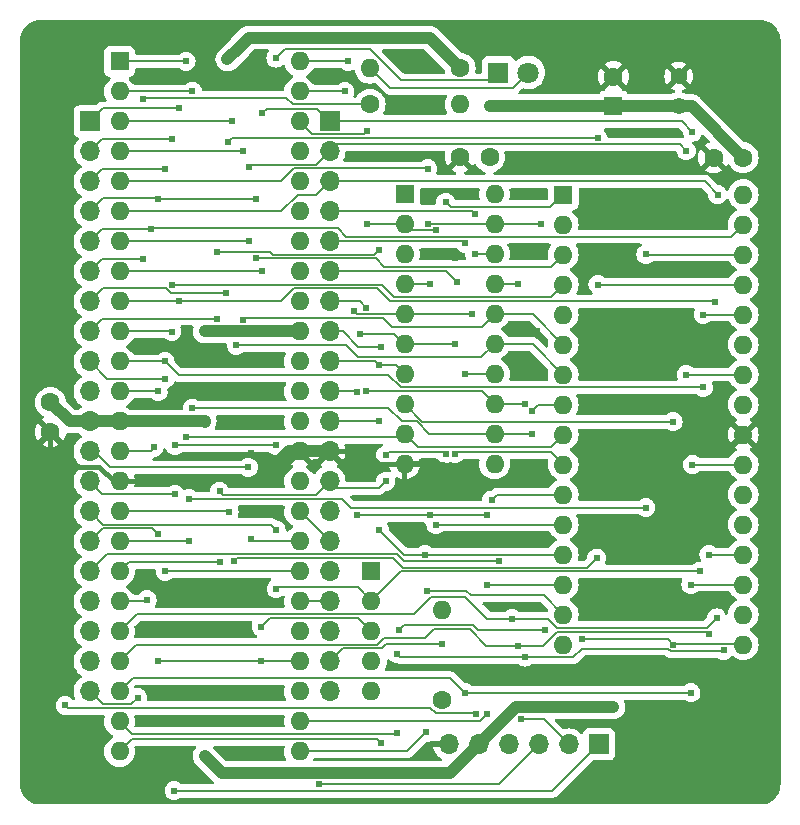
<source format=gtl>
%TF.GenerationSoftware,KiCad,Pcbnew,7.0.8*%
%TF.CreationDate,2024-06-12T14:18:57+09:00*%
%TF.ProjectId,MEZ68K8_RAM,4d455a36-384b-4385-9f52-414d2e6b6963,Rev 1.2*%
%TF.SameCoordinates,PX65317e4PY8319cac*%
%TF.FileFunction,Copper,L1,Top*%
%TF.FilePolarity,Positive*%
%FSLAX46Y46*%
G04 Gerber Fmt 4.6, Leading zero omitted, Abs format (unit mm)*
G04 Created by KiCad (PCBNEW 7.0.8) date 2024-06-12 14:18:57*
%MOMM*%
%LPD*%
G01*
G04 APERTURE LIST*
%TA.AperFunction,ComponentPad*%
%ADD10C,1.600000*%
%TD*%
%TA.AperFunction,ComponentPad*%
%ADD11O,1.600000X1.600000*%
%TD*%
%TA.AperFunction,ComponentPad*%
%ADD12R,1.600000X1.600000*%
%TD*%
%TA.AperFunction,ComponentPad*%
%ADD13R,1.800000X1.800000*%
%TD*%
%TA.AperFunction,ComponentPad*%
%ADD14C,1.800000*%
%TD*%
%TA.AperFunction,ComponentPad*%
%ADD15C,1.400000*%
%TD*%
%TA.AperFunction,ComponentPad*%
%ADD16R,1.700000X1.700000*%
%TD*%
%TA.AperFunction,ComponentPad*%
%ADD17O,1.700000X1.700000*%
%TD*%
%TA.AperFunction,ViaPad*%
%ADD18C,0.605000*%
%TD*%
%TA.AperFunction,Conductor*%
%ADD19C,0.152400*%
%TD*%
%TA.AperFunction,Conductor*%
%ADD20C,1.000000*%
%TD*%
%TA.AperFunction,Conductor*%
%ADD21C,0.400000*%
%TD*%
G04 APERTURE END LIST*
D10*
X2885000Y34340000D03*
X2885000Y31840000D03*
D11*
X29950000Y62630000D03*
D10*
X37570000Y62630000D03*
X61530000Y55070000D03*
X59030000Y55070000D03*
D12*
X30061000Y20040000D03*
D11*
X30061000Y17500000D03*
X30061000Y14960000D03*
X30061000Y12420000D03*
X30061000Y9880000D03*
D12*
X46295000Y51940000D03*
D11*
X46295000Y49400000D03*
X46295000Y46860000D03*
X46295000Y44320000D03*
X46295000Y41780000D03*
X46295000Y39240000D03*
X46295000Y36700000D03*
X46295000Y34160000D03*
X46295000Y31620000D03*
X46295000Y29080000D03*
X46295000Y26540000D03*
X46295000Y24000000D03*
X46295000Y21460000D03*
X46295000Y18920000D03*
X46295000Y16380000D03*
X46295000Y13840000D03*
X61535000Y13840000D03*
X61535000Y16380000D03*
X61535000Y18920000D03*
X61535000Y21460000D03*
X61535000Y24000000D03*
X61535000Y26540000D03*
X61535000Y29080000D03*
X61535000Y31620000D03*
X61535000Y34160000D03*
X61535000Y36700000D03*
X61535000Y39240000D03*
X61535000Y41780000D03*
X61535000Y44320000D03*
X61535000Y46860000D03*
X61535000Y49400000D03*
X61535000Y51940000D03*
D10*
X40060000Y55105000D03*
X37560000Y55105000D03*
D13*
X40815000Y62270000D03*
D14*
X43355000Y62270000D03*
D12*
X8735000Y63210000D03*
D11*
X8735000Y60670000D03*
X8735000Y58130000D03*
X8735000Y55590000D03*
X8735000Y53050000D03*
X8735000Y50510000D03*
X8735000Y47970000D03*
X8735000Y45430000D03*
X8735000Y42890000D03*
X8735000Y40350000D03*
X8735000Y37810000D03*
X8735000Y35270000D03*
X8735000Y32730000D03*
X8735000Y30190000D03*
X8735000Y27650000D03*
X8735000Y25110000D03*
X8735000Y22570000D03*
X8735000Y20030000D03*
X8735000Y17490000D03*
X8735000Y14950000D03*
X8735000Y12410000D03*
X8735000Y9870000D03*
X8735000Y7330000D03*
X8735000Y4790000D03*
X23975000Y4790000D03*
X23975000Y7330000D03*
X23975000Y9870000D03*
X23975000Y12410000D03*
X23975000Y14950000D03*
X23975000Y17490000D03*
X23975000Y20030000D03*
X23975000Y22570000D03*
X23975000Y25110000D03*
X23975000Y27650000D03*
X23975000Y30190000D03*
X23975000Y32730000D03*
X23975000Y35270000D03*
X23975000Y37810000D03*
X23975000Y40350000D03*
X23975000Y42890000D03*
X23975000Y45430000D03*
X23975000Y47970000D03*
X23975000Y50510000D03*
X23975000Y53050000D03*
X23975000Y55590000D03*
X23975000Y58130000D03*
X23975000Y60670000D03*
X23975000Y63210000D03*
D15*
X56060000Y59420000D03*
X56060000Y61960000D03*
D16*
X49310000Y5390000D03*
D17*
X46770000Y5390000D03*
X44230000Y5390000D03*
X41690000Y5390000D03*
X39150000Y5390000D03*
X36610000Y5390000D03*
D12*
X50550000Y59420000D03*
D10*
X50550000Y61920000D03*
X36020000Y9140000D03*
D11*
X36020000Y16760000D03*
D10*
X29950000Y59570000D03*
D11*
X37570000Y59570000D03*
D12*
X32860000Y51985000D03*
D11*
X32860000Y49445000D03*
X32860000Y46905000D03*
X32860000Y44365000D03*
X32860000Y41825000D03*
X32860000Y39285000D03*
X32860000Y36745000D03*
X32860000Y34205000D03*
X32860000Y31665000D03*
X32860000Y29125000D03*
X40480000Y29125000D03*
X40480000Y31665000D03*
X40480000Y34205000D03*
X40480000Y36745000D03*
X40480000Y39285000D03*
X40480000Y41825000D03*
X40480000Y44365000D03*
X40480000Y46905000D03*
X40480000Y49445000D03*
X40480000Y51985000D03*
D16*
X26510000Y58130000D03*
D17*
X26510000Y55590000D03*
X26510000Y53050000D03*
X26510000Y50510000D03*
X26510000Y47970000D03*
X26510000Y45430000D03*
X26510000Y42890000D03*
X26510000Y40350000D03*
X26510000Y37810000D03*
X26510000Y35270000D03*
X26510000Y32730000D03*
X26510000Y30190000D03*
X26510000Y27650000D03*
X26510000Y25110000D03*
X26510000Y22570000D03*
X26510000Y20030000D03*
X26510000Y17490000D03*
X26510000Y14950000D03*
X26510000Y12410000D03*
X26510000Y9870000D03*
D16*
X6190000Y58130000D03*
D17*
X6190000Y55590000D03*
X6190000Y53050000D03*
X6190000Y50510000D03*
X6190000Y47970000D03*
X6190000Y45430000D03*
X6190000Y42890000D03*
X6190000Y40350000D03*
X6190000Y37810000D03*
X6190000Y35270000D03*
X6190000Y32730000D03*
X6190000Y30190000D03*
X6190000Y27650000D03*
X6190000Y25110000D03*
X6190000Y22570000D03*
X6190000Y20030000D03*
X6190000Y17490000D03*
X6190000Y14950000D03*
X6190000Y12410000D03*
X6190000Y9870000D03*
D18*
X33840000Y62610000D03*
X33730000Y59530000D03*
X13410000Y30700000D03*
X21970000Y30700000D03*
X21970000Y63490000D03*
X15940000Y32720000D03*
X15940000Y4390000D03*
X33630000Y2950000D03*
X40060000Y59420000D03*
X15940000Y40350000D03*
X17860000Y63380000D03*
X50550000Y8560000D03*
X34890000Y46870000D03*
X33270000Y23130000D03*
X46370000Y11190000D03*
X40910000Y17080000D03*
X53570000Y57290000D03*
X18620000Y14880000D03*
X53420000Y17730000D03*
X58810000Y32240000D03*
X20270000Y7330000D03*
X53220000Y22590000D03*
X21470000Y25120000D03*
X20190000Y4650000D03*
X55460000Y39220000D03*
X44330000Y22690000D03*
X51030000Y2010000D03*
X32859998Y26420000D03*
X20430000Y61700000D03*
X20240000Y37760000D03*
X38010000Y51880000D03*
X62860000Y10590000D03*
X57980000Y26290000D03*
X29810000Y28610000D03*
X62380000Y61130000D03*
X21500000Y28650000D03*
X19840000Y30031100D03*
X14410000Y18080000D03*
X32370000Y55170000D03*
X20270000Y9690000D03*
X38920000Y11370000D03*
X11990000Y9770000D03*
X19392874Y17777615D03*
X63680000Y32730000D03*
X4450000Y4250000D03*
X44100000Y40360000D03*
X10390000Y27640000D03*
X48070000Y40360000D03*
X20140000Y35350000D03*
X42690000Y47170000D03*
X41230000Y11230000D03*
X14340000Y29880000D03*
X48100000Y22680000D03*
X48670000Y17540000D03*
X20070000Y32540000D03*
X14190000Y27629998D03*
X43400000Y51880000D03*
X2360000Y25110000D03*
X28310000Y30190000D03*
X52080000Y28840000D03*
X52160000Y39220000D03*
X36760000Y28520000D03*
X54270000Y50260000D03*
X44100000Y36840000D03*
X11590000Y7170000D03*
X52270000Y45340000D03*
X5420000Y64050000D03*
X37160000Y46580000D03*
X44080000Y28250000D03*
X45360000Y54600000D03*
X26680000Y62000000D03*
X36280000Y22410000D03*
X38900000Y22640000D03*
X48030000Y30130000D03*
X13410000Y26570000D03*
X13360000Y1470000D03*
X13160000Y44290000D03*
X13160000Y56680000D03*
X13160000Y40340000D03*
X12580000Y37810000D03*
X58160000Y41780000D03*
X12580000Y54080000D03*
X58160000Y35610000D03*
X12000000Y35270000D03*
X12000000Y51530000D03*
X20249998Y46550000D03*
X20250000Y51530000D03*
X11650000Y30530000D03*
X11380000Y49060004D03*
X30730000Y23540000D03*
X25638576Y1990656D03*
X34570000Y21460000D03*
X30710000Y32730000D03*
X39840000Y18920000D03*
X28850000Y35260000D03*
X39840000Y7920000D03*
X35030000Y44370000D03*
X35030000Y24770000D03*
X42680000Y7500000D03*
X39840000Y24770000D03*
X28850000Y24770000D03*
X34721094Y18400000D03*
X34720000Y6410000D03*
X30690000Y37490000D03*
X55600000Y32700000D03*
X30890000Y5480000D03*
X32360000Y15100000D03*
X47860000Y14290000D03*
X44770000Y15100000D03*
X55610000Y13840000D03*
X30900000Y39070000D03*
X59280000Y16090000D03*
X38802454Y46901870D03*
X41950000Y16023944D03*
X38800000Y50320000D03*
X58640000Y21460000D03*
X42490000Y44360000D03*
X37990000Y47810000D03*
X58640000Y14770000D03*
X42490000Y13700000D03*
X10730001Y46489999D03*
X10730000Y60050000D03*
X11070000Y17630000D03*
X32230000Y13060000D03*
X29620000Y35280000D03*
X59870000Y13350000D03*
X43060000Y12780000D03*
X43060000Y34200000D03*
X32220000Y6340000D03*
X29620000Y42360000D03*
X57110000Y18920000D03*
X37290000Y44520000D03*
X37960000Y36740000D03*
X57110000Y9760000D03*
X37960000Y9760000D03*
X17200000Y26810000D03*
X36340000Y51290000D03*
X36340000Y29980000D03*
X31270000Y27650000D03*
X31270000Y29870000D03*
X17200000Y20800000D03*
X59140000Y42870000D03*
X13760000Y59230002D03*
X13760000Y42890000D03*
X57240000Y57230000D03*
X20830000Y45440000D03*
X57240000Y29080000D03*
X20830000Y58830000D03*
X19700000Y54270000D03*
X56708900Y36700000D03*
X56708900Y55640000D03*
X19700000Y47970000D03*
X59370000Y51940000D03*
X38880000Y7930000D03*
X4140000Y8680000D03*
X12590000Y36350000D03*
X12610000Y20030000D03*
X49240000Y44320000D03*
X17890000Y56420000D03*
X17720000Y43620000D03*
X49200000Y56750000D03*
X16969998Y41439998D03*
X16978900Y47080000D03*
X30690000Y47240000D03*
X19630000Y28840000D03*
X19870000Y22780000D03*
X20730000Y12410000D03*
X11970000Y23160000D03*
X20730000Y15350000D03*
X11970000Y12410000D03*
X57840000Y20050000D03*
X21990000Y23550000D03*
X21990000Y18560000D03*
X53290000Y25440000D03*
X14630000Y26190000D03*
X53290000Y46870000D03*
X14630000Y22580000D03*
X49130000Y21160000D03*
X18460000Y20920000D03*
X18010000Y25100000D03*
X10280000Y9330000D03*
X40840000Y20910000D03*
X36020000Y13890000D03*
X29670000Y49450000D03*
X35510000Y23990000D03*
X35510000Y48910000D03*
X29670000Y57320000D03*
X40230000Y26070000D03*
X27800000Y60670000D03*
X28550000Y42120000D03*
X38590000Y41830000D03*
X28100000Y63210006D03*
X37150000Y29980000D03*
X29088900Y40150000D03*
X37150000Y39290000D03*
X14360000Y31430000D03*
X14360000Y63210000D03*
X14900000Y33840000D03*
X43620000Y31660000D03*
X43620000Y33610000D03*
X14900000Y60670000D03*
X18610000Y39170000D03*
X18220000Y58130000D03*
X19160000Y41320000D03*
X19150000Y55590000D03*
X44390000Y49440000D03*
X34820000Y49450000D03*
X34820000Y54120000D03*
D19*
X22718600Y64238600D02*
X21970000Y63490000D01*
X29931400Y64238600D02*
X22718600Y64238600D01*
X32568600Y61601400D02*
X29931400Y64238600D01*
X40146400Y61601400D02*
X32568600Y61601400D01*
X40815000Y62270000D02*
X40146400Y61601400D01*
D20*
X23975000Y30190000D02*
X23040000Y30190000D01*
X23040000Y30190000D02*
X21500000Y28650000D01*
D21*
X14169998Y27650000D02*
X14190000Y27629998D01*
X8735000Y27650000D02*
X14169998Y27650000D01*
D19*
X21970000Y30700000D02*
X13410000Y30700000D01*
X42065000Y60980000D02*
X43355000Y62270000D01*
X31600000Y60980000D02*
X42065000Y60980000D01*
X29950000Y62630000D02*
X31600000Y60980000D01*
X23975000Y60670000D02*
X27800000Y60670000D01*
X28099994Y63210000D02*
X28100000Y63210006D01*
X23975000Y63210000D02*
X28099994Y63210000D01*
D20*
X19660000Y65220000D02*
X34980000Y65220000D01*
X18900000Y64420000D02*
X18900000Y64460000D01*
X18900000Y64460000D02*
X19660000Y65220000D01*
X17860000Y63380000D02*
X18900000Y64420000D01*
X34980000Y65220000D02*
X37570000Y62630000D01*
D21*
X3620000Y28880000D02*
X7020000Y28880000D01*
X2885000Y29615000D02*
X3620000Y28880000D01*
X7020000Y28880000D02*
X8250000Y27650000D01*
X2885000Y31840000D02*
X2885000Y29615000D01*
X8250000Y27650000D02*
X8735000Y27650000D01*
D20*
X4495000Y32730000D02*
X2885000Y34340000D01*
X6190000Y32730000D02*
X8735000Y32730000D01*
X36710000Y2950000D02*
X17380000Y2950000D01*
X42320000Y8560000D02*
X39150000Y5390000D01*
X50550000Y8560000D02*
X42320000Y8560000D01*
X50550000Y59420000D02*
X40060000Y59420000D01*
X56060000Y59420000D02*
X50550000Y59420000D01*
X57180000Y59420000D02*
X61530000Y55070000D01*
X56060000Y59420000D02*
X57180000Y59420000D01*
X8735000Y32730000D02*
X15930000Y32730000D01*
X6190000Y32730000D02*
X4495000Y32730000D01*
X39150000Y5390000D02*
X36710000Y2950000D01*
X15940000Y40350000D02*
X23975000Y40350000D01*
X15930000Y32730000D02*
X15940000Y32720000D01*
X17380000Y2950000D02*
X15940000Y4390000D01*
D21*
X32860000Y29125000D02*
X30685000Y29125000D01*
X36155000Y29125000D02*
X36760000Y28520000D01*
X32860000Y29125000D02*
X36155000Y29125000D01*
X30685000Y29125000D02*
X29620000Y30190000D01*
X28310000Y30190000D02*
X26510000Y30190000D01*
D20*
X23975000Y30190000D02*
X26510000Y30190000D01*
D21*
X29620000Y30190000D02*
X28310000Y30190000D01*
D19*
X45379556Y1459556D02*
X13370444Y1459556D01*
X6190000Y27650000D02*
X7270000Y26570000D01*
X13370444Y1459556D02*
X13360000Y1470000D01*
X49310000Y5390000D02*
X45379556Y1459556D01*
X7270000Y26570000D02*
X13410000Y26570000D01*
X31940000Y43300000D02*
X30925200Y44314800D01*
X13184800Y44314800D02*
X13160000Y44290000D01*
X13160000Y40340000D02*
X13150000Y40350000D01*
X45275000Y43300000D02*
X31940000Y43300000D01*
X13150000Y40350000D02*
X8735000Y40350000D01*
X30925200Y44314800D02*
X13184800Y44314800D01*
X46295000Y44320000D02*
X45275000Y43300000D01*
X6190000Y55590000D02*
X7280000Y56680000D01*
X11190000Y56680000D02*
X13160000Y56680000D01*
X7280000Y56680000D02*
X11190000Y56680000D01*
X13750000Y36640000D02*
X31499566Y36640000D01*
X7220000Y54080000D02*
X11400000Y54080000D01*
X6190000Y53050000D02*
X7220000Y54080000D01*
X32529566Y35610000D02*
X58160000Y35610000D01*
X12580000Y37810000D02*
X13750000Y36640000D01*
X58160000Y41780000D02*
X61535000Y41780000D01*
X31499566Y36640000D02*
X32529566Y35610000D01*
X12580000Y37810000D02*
X8735000Y37810000D01*
X11400000Y54080000D02*
X12580000Y54080000D01*
X20254798Y46545200D02*
X20249998Y46550000D01*
X7350000Y51680000D02*
X11850000Y51680000D01*
X31131452Y45840000D02*
X30426252Y46545200D01*
X6190000Y50510000D02*
X7210000Y51530000D01*
X11850000Y51680000D02*
X12000000Y51530000D01*
X46295000Y46860000D02*
X45275000Y45840000D01*
X45275000Y45840000D02*
X31131452Y45840000D01*
X7210000Y51540000D02*
X7350000Y51680000D01*
X30426252Y46545200D02*
X20254798Y46545200D01*
X12000000Y35270000D02*
X8735000Y35270000D01*
X7210000Y51530000D02*
X7210000Y51540000D01*
X12000000Y51530000D02*
X20250000Y51530000D01*
X7280004Y49060004D02*
X11380000Y49060004D01*
X27190000Y49100000D02*
X27918600Y48371400D01*
X11380000Y30190000D02*
X11650000Y30460000D01*
X11650000Y30460000D02*
X11650000Y30530000D01*
X60506400Y48371400D02*
X61535000Y49400000D01*
X8735000Y30190000D02*
X11380000Y30190000D01*
X27918600Y48371400D02*
X60506400Y48371400D01*
X6190000Y47970000D02*
X7280004Y49060004D01*
X11419996Y49100000D02*
X27190000Y49100000D01*
X11380000Y49060004D02*
X11419996Y49100000D01*
X32810000Y21460000D02*
X46295000Y21460000D01*
X30730000Y23540000D02*
X32810000Y21460000D01*
X44230000Y5390000D02*
X40830656Y1990656D01*
X40830656Y1990656D02*
X25638576Y1990656D01*
X26510000Y32730000D02*
X30710000Y32730000D01*
X28850000Y24770000D02*
X35030000Y24770000D01*
X35030000Y44370000D02*
X35025000Y44365000D01*
X23975000Y7330000D02*
X39250000Y7330000D01*
X44660000Y7500000D02*
X46770000Y5390000D01*
X28840000Y35270000D02*
X28850000Y35260000D01*
X42680000Y7500000D02*
X44660000Y7500000D01*
X35025000Y44365000D02*
X32860000Y44365000D01*
X26510000Y35270000D02*
X28840000Y35270000D01*
X39250000Y7330000D02*
X39840000Y7920000D01*
X39840000Y18920000D02*
X46295000Y18920000D01*
X35030000Y24770000D02*
X39840000Y24770000D01*
X33100000Y4790000D02*
X23975000Y4790000D01*
X30690000Y37490000D02*
X32115000Y37490000D01*
X46295000Y16380000D02*
X44675000Y18000000D01*
X34720000Y6410000D02*
X33100000Y4790000D01*
X38480000Y18000000D02*
X38080000Y18400000D01*
X30370000Y37810000D02*
X26510000Y37810000D01*
X44675000Y18000000D02*
X38480000Y18000000D01*
X32115000Y37490000D02*
X32860000Y36745000D01*
X38080000Y18400000D02*
X34721094Y18400000D01*
X30690000Y37490000D02*
X30370000Y37810000D01*
X9805000Y5860000D02*
X30510000Y5860000D01*
X27630000Y40350000D02*
X28910000Y39070000D01*
X55651100Y13881100D02*
X61493900Y13881100D01*
X34365000Y32700000D02*
X55600000Y32700000D01*
X32794800Y15534800D02*
X38615726Y15534800D01*
X32360000Y15100000D02*
X32794800Y15534800D01*
X55610000Y13840000D02*
X55651100Y13881100D01*
X38615726Y15534800D02*
X39050526Y15100000D01*
X28910000Y39070000D02*
X30900000Y39070000D01*
X39050526Y15100000D02*
X44770000Y15100000D01*
X26510000Y40350000D02*
X27630000Y40350000D01*
X8735000Y4790000D02*
X9805000Y5860000D01*
X32860000Y34205000D02*
X34365000Y32700000D01*
X55160000Y14290000D02*
X55610000Y13840000D01*
X47860000Y14290000D02*
X55160000Y14290000D01*
X30510000Y5860000D02*
X30890000Y5480000D01*
X61493900Y13881100D02*
X61535000Y13840000D01*
X38800000Y50320000D02*
X38610000Y50510000D01*
X38020000Y17870000D02*
X39866056Y16023944D01*
X44976056Y16023944D02*
X45730000Y15270000D01*
X38805584Y46905000D02*
X38802454Y46901870D01*
X35141089Y17870000D02*
X38020000Y17870000D01*
X58460000Y15270000D02*
X59280000Y16090000D01*
X33661089Y16390000D02*
X35141089Y17870000D01*
X39866056Y16023944D02*
X41950000Y16023944D01*
X45730000Y15270000D02*
X58460000Y15270000D01*
X41950000Y16023944D02*
X44976056Y16023944D01*
X38610000Y50510000D02*
X26510000Y50510000D01*
X8735000Y14950000D02*
X10175000Y16390000D01*
X10175000Y16390000D02*
X33661089Y16390000D01*
X40480000Y46905000D02*
X38805584Y46905000D01*
X58500000Y14910000D02*
X58640000Y14770000D01*
X35348550Y15121800D02*
X38368200Y15121800D01*
X44560000Y13700000D02*
X45770000Y14910000D01*
X37990000Y47810000D02*
X37830000Y47970000D01*
X58640000Y21460000D02*
X61535000Y21460000D01*
X45770000Y14910000D02*
X58500000Y14910000D01*
X39790000Y13700000D02*
X42490000Y13700000D01*
X38368200Y15121800D02*
X39790000Y13700000D01*
X37830000Y47970000D02*
X26510000Y47970000D01*
X40480000Y44365000D02*
X42485000Y44365000D01*
X8735000Y12410000D02*
X10165000Y13840000D01*
X34606750Y14380000D02*
X35348550Y15121800D01*
X10165000Y13840000D02*
X30560000Y13840000D01*
X42485000Y44365000D02*
X42490000Y44360000D01*
X42490000Y13700000D02*
X44560000Y13700000D01*
X30560000Y13840000D02*
X31100000Y14380000D01*
X31100000Y14380000D02*
X34606750Y14380000D01*
X7249999Y46489999D02*
X10730001Y46489999D01*
X10791100Y60111100D02*
X22858900Y60111100D01*
X22858900Y60111100D02*
X23400000Y59570000D01*
X10730000Y60050000D02*
X10791100Y60111100D01*
X6190000Y45430000D02*
X7249999Y46489999D01*
X10930000Y17490000D02*
X11070000Y17630000D01*
X8735000Y17490000D02*
X10930000Y17490000D01*
X23400000Y59570000D02*
X29950000Y59570000D01*
X8735000Y7330000D02*
X9815000Y6250000D01*
X40480000Y34205000D02*
X43055000Y34205000D01*
X29090000Y42890000D02*
X29620000Y42360000D01*
X29620000Y35280000D02*
X39405000Y35280000D01*
X47850000Y13500000D02*
X55198911Y13500000D01*
X59820000Y13300000D02*
X59870000Y13350000D01*
X55398911Y13300000D02*
X59820000Y13300000D01*
X47130000Y12780000D02*
X47850000Y13500000D01*
X32510000Y12780000D02*
X43060000Y12780000D01*
X39405000Y35280000D02*
X40480000Y34205000D01*
X43060000Y12780000D02*
X47130000Y12780000D01*
X32130000Y6250000D02*
X32220000Y6340000D01*
X43055000Y34205000D02*
X43060000Y34200000D01*
X55198911Y13500000D02*
X55398911Y13300000D01*
X26510000Y42890000D02*
X29090000Y42890000D01*
X9815000Y6250000D02*
X32130000Y6250000D01*
X32230000Y13060000D02*
X32510000Y12780000D01*
X57110000Y18920000D02*
X61535000Y18920000D01*
X37965000Y36745000D02*
X37960000Y36740000D01*
X36730000Y10990000D02*
X37960000Y9760000D01*
X40480000Y36745000D02*
X37965000Y36745000D01*
X37290000Y44520000D02*
X36380000Y45430000D01*
X36380000Y45430000D02*
X26510000Y45430000D01*
X9855000Y10990000D02*
X36730000Y10990000D01*
X8735000Y9870000D02*
X9855000Y10990000D01*
X37960000Y9760000D02*
X57110000Y9760000D01*
X26510000Y27650000D02*
X27108568Y27051432D01*
X27108568Y27051432D02*
X30671432Y27051432D01*
X17500000Y26510000D02*
X17200000Y26810000D01*
X26510000Y27650000D02*
X25370000Y26510000D01*
X31270000Y29870000D02*
X31580000Y30180000D01*
X17200000Y20800000D02*
X9505000Y20800000D01*
X31580000Y30180000D02*
X36140000Y30180000D01*
X36140000Y30180000D02*
X36340000Y29980000D01*
X46295000Y51940000D02*
X45215000Y50860000D01*
X45215000Y50860000D02*
X36770000Y50860000D01*
X36770000Y50860000D02*
X36340000Y51290000D01*
X30671432Y27051432D02*
X31270000Y27650000D01*
X9505000Y20800000D02*
X8735000Y20030000D01*
X25370000Y26510000D02*
X17500000Y26510000D01*
X7290002Y59230002D02*
X13760000Y59230002D01*
X23480000Y44010000D02*
X30540000Y44010000D01*
X30540000Y44010000D02*
X31658900Y42891100D01*
X31658900Y42891100D02*
X59118900Y42891100D01*
X6190000Y58130000D02*
X7290002Y59230002D01*
X22360000Y42890000D02*
X23480000Y44010000D01*
X13760000Y42890000D02*
X22360000Y42890000D01*
X59118900Y42891100D02*
X59140000Y42870000D01*
X13760000Y42890000D02*
X8735000Y42890000D01*
X21180000Y59180000D02*
X25460000Y59180000D01*
X26510000Y58130000D02*
X56340000Y58130000D01*
X20830000Y58830000D02*
X21180000Y59180000D01*
X20820000Y45430000D02*
X20830000Y45440000D01*
X25460000Y59180000D02*
X26510000Y58130000D01*
X8735000Y45430000D02*
X20820000Y45430000D01*
X57240000Y29080000D02*
X61535000Y29080000D01*
X56340000Y58130000D02*
X57240000Y57230000D01*
X27108568Y56188568D02*
X56160332Y56188568D01*
X25374800Y54454800D02*
X26510000Y55590000D01*
X19884800Y54454800D02*
X25374800Y54454800D01*
X26510000Y55590000D02*
X27108568Y56188568D01*
X19700000Y54270000D02*
X19884800Y54454800D01*
X61535000Y36700000D02*
X56708900Y36700000D01*
X8735000Y47970000D02*
X19700000Y47970000D01*
X56160332Y56188568D02*
X56708900Y55640000D01*
X25380000Y51920000D02*
X26510000Y53050000D01*
X23810000Y51920000D02*
X25380000Y51920000D01*
X22400000Y50510000D02*
X23810000Y51920000D01*
X8735000Y50510000D02*
X22400000Y50510000D01*
X58260000Y53050000D02*
X59370000Y51940000D01*
X26510000Y53050000D02*
X58260000Y53050000D01*
X35054800Y8465200D02*
X4354800Y8465200D01*
X38880000Y7930000D02*
X38800000Y8010000D01*
X38800000Y8010000D02*
X35510000Y8010000D01*
X4354800Y8465200D02*
X4140000Y8680000D01*
X35510000Y8010000D02*
X35054800Y8465200D01*
X6190000Y37810000D02*
X7650000Y36350000D01*
X7650000Y36350000D02*
X12590000Y36350000D01*
X12610000Y20030000D02*
X23975000Y20030000D01*
X7350000Y44050000D02*
X12648911Y44050000D01*
X13078911Y43620000D02*
X17720000Y43620000D01*
X18216600Y56746600D02*
X17890000Y56420000D01*
X49196600Y56746600D02*
X18216600Y56746600D01*
X12648911Y44050000D02*
X13078911Y43620000D01*
X49200000Y56750000D02*
X49196600Y56746600D01*
X6190000Y42890000D02*
X7350000Y44050000D01*
X61535000Y44320000D02*
X49240000Y44320000D01*
X30690000Y47240000D02*
X30300000Y46850000D01*
X7279998Y41439998D02*
X16969998Y41439998D01*
X6190000Y40350000D02*
X7279998Y41439998D01*
X21730000Y46850000D02*
X21498900Y47081100D01*
X21498900Y47081100D02*
X16980000Y47081100D01*
X16980000Y47081100D02*
X16978900Y47080000D01*
X30300000Y46850000D02*
X21730000Y46850000D01*
X6540000Y30190000D02*
X7890000Y28840000D01*
X20080000Y22570000D02*
X19870000Y22780000D01*
X7890000Y28840000D02*
X19630000Y28840000D01*
X6190000Y30190000D02*
X6540000Y30190000D01*
X23975000Y22570000D02*
X20080000Y22570000D01*
X30061000Y14960000D02*
X28961000Y16060000D01*
X21440000Y16060000D02*
X20730000Y15350000D01*
X7300000Y23680000D02*
X11450000Y23680000D01*
X11970000Y12410000D02*
X23975000Y12410000D01*
X11450000Y23680000D02*
X11970000Y23160000D01*
X28961000Y16060000D02*
X21440000Y16060000D01*
X6190000Y22570000D02*
X7300000Y23680000D01*
X6190000Y25110000D02*
X7315200Y23984800D01*
X22110000Y18680000D02*
X21993944Y18563944D01*
X28881000Y18680000D02*
X22110000Y18680000D01*
X21555200Y23984800D02*
X21990000Y23550000D01*
X32591002Y20030002D02*
X57820002Y20030002D01*
X30061000Y17500000D02*
X28881000Y18680000D01*
X7315200Y23984800D02*
X21555200Y23984800D01*
X30061000Y17500000D02*
X32591002Y20030002D01*
X14620000Y22570000D02*
X8735000Y22570000D01*
X28300000Y25440000D02*
X27550000Y26190000D01*
X27550000Y26190000D02*
X14630000Y26190000D01*
X53290000Y25440000D02*
X28300000Y25440000D01*
X61535000Y46860000D02*
X53300000Y46860000D01*
X14630000Y22580000D02*
X14620000Y22570000D01*
X53300000Y46860000D02*
X53290000Y46870000D01*
X23975000Y17490000D02*
X26510000Y17490000D01*
X31894800Y21155200D02*
X32710000Y20340000D01*
X9720000Y8770000D02*
X10280000Y9330000D01*
X8735000Y25110000D02*
X18000000Y25110000D01*
X7290000Y8770000D02*
X9720000Y8770000D01*
X32710000Y20340000D02*
X48310000Y20340000D01*
X48310000Y20340000D02*
X49130000Y21160000D01*
X18695200Y21155200D02*
X31894800Y21155200D01*
X6190000Y9870000D02*
X7290000Y8770000D01*
X18000000Y25110000D02*
X18010000Y25100000D01*
X18460000Y20920000D02*
X18695200Y21155200D01*
X6190000Y20030000D02*
X7650000Y21490000D01*
X7650000Y21490000D02*
X32230000Y21490000D01*
X32230000Y21490000D02*
X32810000Y20910000D01*
X32810000Y20910000D02*
X40840000Y20910000D01*
X23975000Y25105000D02*
X23975000Y25110000D01*
X26510000Y22570000D02*
X23975000Y25105000D01*
X31290000Y13890000D02*
X35690000Y13890000D01*
X27620000Y13520000D02*
X30920000Y13520000D01*
X30920000Y13520000D02*
X31290000Y13890000D01*
X26510000Y12410000D02*
X27620000Y13520000D01*
X35690000Y13890000D02*
X36020000Y13890000D01*
X29401400Y57051400D02*
X29670000Y57320000D01*
X35510000Y23990000D02*
X35520000Y24000000D01*
X29670000Y49450000D02*
X29675000Y49445000D01*
X33395000Y48910000D02*
X35510000Y48910000D01*
X35520000Y24000000D02*
X46295000Y24000000D01*
X29675000Y49445000D02*
X32860000Y49445000D01*
X23975000Y58130000D02*
X25053600Y57051400D01*
X25053600Y57051400D02*
X29401400Y57051400D01*
X32860000Y49445000D02*
X33395000Y48910000D01*
X28845000Y41825000D02*
X32860000Y41825000D01*
X38585000Y41825000D02*
X38590000Y41830000D01*
X46295000Y26540000D02*
X40700000Y26540000D01*
X40700000Y26540000D02*
X40230000Y26070000D01*
X32860000Y41825000D02*
X38585000Y41825000D01*
X28550000Y42120000D02*
X28845000Y41825000D01*
X45221400Y30153600D02*
X37323600Y30153600D01*
X37145000Y39285000D02*
X32860000Y39285000D01*
X37150000Y39290000D02*
X37145000Y39285000D01*
X32860000Y39285000D02*
X31995000Y40150000D01*
X31995000Y40150000D02*
X29088900Y40150000D01*
X46295000Y29080000D02*
X45221400Y30153600D01*
X37323600Y30153600D02*
X37150000Y29980000D01*
X14360000Y31430000D02*
X32625000Y31430000D01*
X8735000Y63210000D02*
X14360000Y63210000D01*
X33965000Y30560000D02*
X45235000Y30560000D01*
X45235000Y30560000D02*
X46295000Y31620000D01*
X32625000Y31430000D02*
X32860000Y31665000D01*
X32860000Y31665000D02*
X33965000Y30560000D01*
X14900000Y33840000D02*
X31500000Y33840000D01*
X33908748Y32725200D02*
X34968948Y31665000D01*
X43620000Y33610000D02*
X44170000Y34160000D01*
X40480000Y31665000D02*
X43615000Y31665000D01*
X43615000Y31665000D02*
X43620000Y31660000D01*
X8735000Y60670000D02*
X14900000Y60670000D01*
X44170000Y34160000D02*
X46295000Y34160000D01*
X34968948Y31665000D02*
X40480000Y31665000D01*
X31500000Y33840000D02*
X32614800Y32725200D01*
X32614800Y32725200D02*
X33908748Y32725200D01*
X8735000Y58130000D02*
X18220000Y58130000D01*
X40480000Y39285000D02*
X43710000Y39285000D01*
X18610000Y39170000D02*
X27910000Y39170000D01*
X39355000Y38160000D02*
X40480000Y39285000D01*
X27910000Y39170000D02*
X28920000Y38160000D01*
X28920000Y38160000D02*
X39355000Y38160000D01*
X43710000Y39285000D02*
X46295000Y36700000D01*
X31020000Y41500000D02*
X31760000Y40760000D01*
X31760000Y40760000D02*
X39415000Y40760000D01*
X39415000Y40760000D02*
X40480000Y41825000D01*
X43710000Y41825000D02*
X46295000Y39240000D01*
X40480000Y41825000D02*
X43710000Y41825000D01*
X19340000Y41500000D02*
X31020000Y41500000D01*
X8735000Y55590000D02*
X19150000Y55590000D01*
X19160000Y41320000D02*
X19340000Y41500000D01*
X34825000Y49445000D02*
X40480000Y49445000D01*
X22370000Y53050000D02*
X23470000Y54150000D01*
X40480000Y49445000D02*
X44385000Y49445000D01*
X23470000Y54150000D02*
X34790000Y54150000D01*
X34820000Y49450000D02*
X34825000Y49445000D01*
X34790000Y54150000D02*
X34820000Y54120000D01*
X8735000Y53050000D02*
X22370000Y53050000D01*
%TA.AperFunction,Conductor*%
G36*
X22666241Y5263615D02*
G01*
X22711996Y5210811D01*
X22721940Y5141653D01*
X22718977Y5127207D01*
X22689366Y5016698D01*
X22689364Y5016687D01*
X22669532Y4790002D01*
X22669532Y4789999D01*
X22689364Y4563314D01*
X22689366Y4563303D01*
X22748258Y4343512D01*
X22748261Y4343504D01*
X22844432Y4137266D01*
X22844433Y4137265D01*
X22844870Y4136508D01*
X22844961Y4136132D01*
X22846720Y4132360D01*
X22845962Y4132007D01*
X22861348Y4068609D01*
X22838501Y4002581D01*
X22783583Y3959386D01*
X22737488Y3950500D01*
X17845782Y3950500D01*
X17778743Y3970185D01*
X17758101Y3986819D01*
X16673301Y5071619D01*
X16639816Y5132942D01*
X16644800Y5202634D01*
X16686672Y5258567D01*
X16752136Y5282984D01*
X16760982Y5283300D01*
X22599202Y5283300D01*
X22666241Y5263615D01*
G37*
%TD.AperFunction*%
%TA.AperFunction,Conductor*%
G36*
X35228203Y5695356D02*
G01*
X35258481Y5667215D01*
X35279364Y5640000D01*
X36176314Y5640000D01*
X36150507Y5599844D01*
X36110000Y5461889D01*
X36110000Y5318111D01*
X36150507Y5180156D01*
X36176314Y5140000D01*
X35279364Y5140000D01*
X35336567Y4926514D01*
X35336570Y4926508D01*
X35436399Y4712422D01*
X35571894Y4518918D01*
X35738917Y4351895D01*
X35932421Y4216400D01*
X35995723Y4186882D01*
X36048162Y4140710D01*
X36067314Y4073516D01*
X36047098Y4006635D01*
X35993933Y3961300D01*
X35943318Y3950500D01*
X25212512Y3950500D01*
X25145473Y3970185D01*
X25099718Y4022989D01*
X25089774Y4092147D01*
X25103637Y4132197D01*
X25103281Y4132363D01*
X25104888Y4135810D01*
X25105130Y4136508D01*
X25105559Y4137255D01*
X25105568Y4137266D01*
X25107639Y4141709D01*
X25153813Y4194146D01*
X25220020Y4213300D01*
X33058136Y4213300D01*
X33066234Y4212770D01*
X33087005Y4210035D01*
X33099999Y4208324D01*
X33100000Y4208324D01*
X33100001Y4208324D01*
X33150183Y4214931D01*
X33250549Y4228144D01*
X33390838Y4286254D01*
X33481062Y4355485D01*
X33481062Y4355486D01*
X33504000Y4373086D01*
X33504005Y4373090D01*
X33511305Y4378691D01*
X33511307Y4378693D01*
X33532043Y4405719D01*
X33537385Y4411810D01*
X34697767Y5572192D01*
X34759088Y5605675D01*
X34771564Y5607729D01*
X34771680Y5607742D01*
X34777528Y5608401D01*
X34899809Y5622178D01*
X34899811Y5622179D01*
X34899815Y5622179D01*
X34899818Y5622181D01*
X34899822Y5622181D01*
X35070609Y5681942D01*
X35070611Y5681944D01*
X35070613Y5681944D01*
X35094132Y5696723D01*
X35161368Y5715723D01*
X35228203Y5695356D01*
G37*
%TD.AperFunction*%
%TA.AperFunction,Conductor*%
G36*
X22683711Y7868815D02*
G01*
X22729466Y7816011D01*
X22739410Y7746853D01*
X22736447Y7732407D01*
X22689366Y7556698D01*
X22689364Y7556687D01*
X22669532Y7330002D01*
X22669532Y7329999D01*
X22689364Y7103314D01*
X22689365Y7103306D01*
X22689366Y7103303D01*
X22721656Y6982793D01*
X22719994Y6912944D01*
X22680832Y6855081D01*
X22616603Y6827577D01*
X22601882Y6826700D01*
X10108118Y6826700D01*
X10041079Y6846385D01*
X9995324Y6899189D01*
X9985380Y6968347D01*
X9988343Y6982794D01*
X9997946Y7018637D01*
X10020635Y7103308D01*
X10040468Y7330000D01*
X10020635Y7556692D01*
X9973553Y7732407D01*
X9975216Y7802257D01*
X10014379Y7860119D01*
X10078607Y7887623D01*
X10093328Y7888500D01*
X22616672Y7888500D01*
X22683711Y7868815D01*
G37*
%TD.AperFunction*%
%TA.AperFunction,Conductor*%
G36*
X22679638Y10393615D02*
G01*
X22725393Y10340811D01*
X22735337Y10271653D01*
X22732374Y10257207D01*
X22689366Y10096698D01*
X22689364Y10096687D01*
X22669532Y9870002D01*
X22669532Y9869999D01*
X22689364Y9643314D01*
X22689366Y9643303D01*
X22748258Y9423512D01*
X22748261Y9423503D01*
X22791861Y9330004D01*
X22842312Y9221812D01*
X22843948Y9218305D01*
X22854440Y9149228D01*
X22825921Y9085444D01*
X22767444Y9047204D01*
X22731566Y9041900D01*
X11194376Y9041900D01*
X11127337Y9061585D01*
X11081582Y9114389D01*
X11071156Y9179784D01*
X11088081Y9329998D01*
X11088081Y9330004D01*
X11067822Y9509807D01*
X11067821Y9509813D01*
X11067821Y9509815D01*
X11008056Y9680613D01*
X10911783Y9833830D01*
X10783830Y9961783D01*
X10756208Y9979139D01*
X10630612Y10058057D01*
X10459812Y10117822D01*
X10459806Y10117823D01*
X10280004Y10138081D01*
X10279996Y10138081D01*
X10123509Y10120450D01*
X10054687Y10132505D01*
X10003308Y10179854D01*
X9989851Y10211577D01*
X9987734Y10219478D01*
X9989397Y10289328D01*
X10019827Y10339252D01*
X10057561Y10376984D01*
X10118885Y10410467D01*
X10145240Y10413300D01*
X22612599Y10413300D01*
X22679638Y10393615D01*
G37*
%TD.AperFunction*%
%TA.AperFunction,Conductor*%
G36*
X19933652Y15793615D02*
G01*
X19979407Y15740811D01*
X19989351Y15671653D01*
X19983655Y15648346D01*
X19942178Y15529813D01*
X19942177Y15529807D01*
X19921919Y15350004D01*
X19921919Y15349997D01*
X19942177Y15170194D01*
X19942178Y15170188D01*
X20001943Y14999388D01*
X20033090Y14949818D01*
X20098217Y14846170D01*
X20226170Y14718217D01*
X20288357Y14679142D01*
X20341589Y14645694D01*
X20387880Y14593359D01*
X20398528Y14524305D01*
X20370153Y14460457D01*
X20311763Y14422085D01*
X20275617Y14416700D01*
X10206862Y14416700D01*
X10198762Y14417231D01*
X10165000Y14421676D01*
X10164996Y14421676D01*
X10133282Y14417502D01*
X10133270Y14417499D01*
X10115568Y14415169D01*
X10046533Y14425936D01*
X9994278Y14472316D01*
X9975394Y14539586D01*
X9979609Y14570198D01*
X10020635Y14723308D01*
X10040468Y14950000D01*
X10038668Y14970569D01*
X10030255Y15066739D01*
X10020635Y15176692D01*
X9987734Y15299479D01*
X9989397Y15369328D01*
X10019826Y15419251D01*
X10377558Y15776981D01*
X10438881Y15810466D01*
X10465239Y15813300D01*
X19866613Y15813300D01*
X19933652Y15793615D01*
G37*
%TD.AperFunction*%
%TA.AperFunction,Conductor*%
G36*
X56339616Y19433617D02*
G01*
X56385371Y19380813D01*
X56395315Y19311655D01*
X56384297Y19275499D01*
X56381942Y19270611D01*
X56322178Y19099813D01*
X56322177Y19099807D01*
X56301919Y18920004D01*
X56301919Y18919997D01*
X56322177Y18740194D01*
X56322178Y18740188D01*
X56322178Y18740186D01*
X56322179Y18740185D01*
X56322309Y18739813D01*
X56381943Y18569388D01*
X56442192Y18473503D01*
X56478217Y18416170D01*
X56606170Y18288217D01*
X56759387Y18191944D01*
X56930185Y18132179D01*
X56930191Y18132179D01*
X56930193Y18132178D01*
X57109996Y18111919D01*
X57110000Y18111919D01*
X57110004Y18111919D01*
X57289806Y18132178D01*
X57289805Y18132178D01*
X57289815Y18132179D01*
X57460613Y18191944D01*
X57613830Y18288217D01*
X57632594Y18306981D01*
X57693917Y18340466D01*
X57720275Y18343300D01*
X60289980Y18343300D01*
X60357019Y18323615D01*
X60402361Y18271708D01*
X60404432Y18267266D01*
X60534954Y18080859D01*
X60695858Y17919955D01*
X60697752Y17918629D01*
X60882266Y17789432D01*
X60933110Y17765723D01*
X60940275Y17762382D01*
X60992714Y17716209D01*
X61011866Y17649016D01*
X60991650Y17582135D01*
X60940275Y17537618D01*
X60882267Y17510569D01*
X60882265Y17510568D01*
X60695858Y17380046D01*
X60534954Y17219142D01*
X60404432Y17032735D01*
X60404431Y17032733D01*
X60308261Y16826498D01*
X60308258Y16826489D01*
X60249366Y16606698D01*
X60249364Y16606688D01*
X60239284Y16491471D01*
X60213831Y16426402D01*
X60157240Y16385424D01*
X60087478Y16381546D01*
X60026694Y16416000D01*
X60010762Y16436307D01*
X59911782Y16593831D01*
X59783830Y16721783D01*
X59630612Y16818057D01*
X59459812Y16877822D01*
X59459806Y16877823D01*
X59280004Y16898081D01*
X59279996Y16898081D01*
X59100193Y16877823D01*
X59100187Y16877822D01*
X58929387Y16818057D01*
X58776169Y16721783D01*
X58648217Y16593831D01*
X58551943Y16440613D01*
X58492177Y16269810D01*
X58477727Y16141564D01*
X58450660Y16077150D01*
X58442189Y16067767D01*
X58257440Y15883018D01*
X58196120Y15849534D01*
X58169761Y15846700D01*
X47660080Y15846700D01*
X47593041Y15866385D01*
X47547286Y15919189D01*
X47537342Y15988347D01*
X47540305Y16002793D01*
X47557714Y16067767D01*
X47580635Y16153308D01*
X47600468Y16380000D01*
X47599993Y16385424D01*
X47590848Y16489955D01*
X47580635Y16606692D01*
X47525578Y16812170D01*
X47521741Y16826489D01*
X47521738Y16826498D01*
X47511128Y16849252D01*
X47425568Y17032734D01*
X47295047Y17219139D01*
X47295045Y17219142D01*
X47134141Y17380046D01*
X46947734Y17510568D01*
X46947728Y17510571D01*
X46889725Y17537618D01*
X46837285Y17583790D01*
X46818133Y17650983D01*
X46838348Y17717865D01*
X46889725Y17762382D01*
X46896890Y17765723D01*
X46947734Y17789432D01*
X47134139Y17919953D01*
X47295047Y18080861D01*
X47425568Y18267266D01*
X47521739Y18473504D01*
X47580635Y18693308D01*
X47600468Y18920000D01*
X47580635Y19146692D01*
X47560478Y19221919D01*
X47540305Y19297209D01*
X47541968Y19367059D01*
X47581131Y19424921D01*
X47645360Y19452425D01*
X47660080Y19453302D01*
X56272577Y19453302D01*
X56339616Y19433617D01*
G37*
%TD.AperFunction*%
%TA.AperFunction,Conductor*%
G36*
X44451800Y17403615D02*
G01*
X44472442Y17386981D01*
X45010171Y16849252D01*
X45043656Y16787929D01*
X45042265Y16729479D01*
X45032371Y16692552D01*
X44996007Y16632891D01*
X44933161Y16602361D01*
X44912596Y16600644D01*
X42560275Y16600644D01*
X42493236Y16620329D01*
X42472594Y16636963D01*
X42453830Y16655727D01*
X42300612Y16752001D01*
X42129812Y16811766D01*
X42129806Y16811767D01*
X41950004Y16832025D01*
X41949996Y16832025D01*
X41770193Y16811767D01*
X41770187Y16811766D01*
X41599387Y16752001D01*
X41446169Y16655727D01*
X41427406Y16636963D01*
X41366083Y16603478D01*
X41339725Y16600644D01*
X40156295Y16600644D01*
X40089256Y16620329D01*
X40068614Y16636963D01*
X39493958Y17211619D01*
X39460473Y17272942D01*
X39465457Y17342634D01*
X39507329Y17398567D01*
X39572793Y17422984D01*
X39581639Y17423300D01*
X44384761Y17423300D01*
X44451800Y17403615D01*
G37*
%TD.AperFunction*%
%TA.AperFunction,Conductor*%
G36*
X11751981Y20203615D02*
G01*
X11797736Y20150811D01*
X11808162Y20085418D01*
X11801919Y20030006D01*
X11801919Y20029997D01*
X11822177Y19850194D01*
X11822178Y19850188D01*
X11881943Y19679388D01*
X11942192Y19583503D01*
X11978217Y19526170D01*
X12106170Y19398217D01*
X12259387Y19301944D01*
X12430185Y19242179D01*
X12430191Y19242179D01*
X12430193Y19242178D01*
X12609996Y19221919D01*
X12610000Y19221919D01*
X12610004Y19221919D01*
X12789806Y19242178D01*
X12789805Y19242178D01*
X12789815Y19242179D01*
X12960613Y19301944D01*
X13113830Y19398217D01*
X13132594Y19416981D01*
X13193917Y19450466D01*
X13220275Y19453300D01*
X21471958Y19453300D01*
X21538997Y19433615D01*
X21584752Y19380811D01*
X21594696Y19311653D01*
X21565671Y19248097D01*
X21537930Y19224306D01*
X21486169Y19191783D01*
X21358217Y19063831D01*
X21261943Y18910613D01*
X21202178Y18739813D01*
X21202177Y18739807D01*
X21181919Y18560004D01*
X21181919Y18559997D01*
X21202177Y18380194D01*
X21202178Y18380188D01*
X21261943Y18209388D01*
X21342704Y18080859D01*
X21358217Y18056170D01*
X21486170Y17928217D01*
X21639387Y17831944D01*
X21810185Y17772179D01*
X21810191Y17772179D01*
X21810193Y17772178D01*
X21989996Y17751919D01*
X21990000Y17751919D01*
X21990004Y17751919D01*
X22169806Y17772178D01*
X22169805Y17772178D01*
X22169815Y17772179D01*
X22340613Y17831944D01*
X22493830Y17928217D01*
X22511128Y17945516D01*
X22572448Y17979001D01*
X22642140Y17974018D01*
X22698074Y17932148D01*
X22722493Y17866684D01*
X22718584Y17825742D01*
X22689366Y17716698D01*
X22689364Y17716687D01*
X22669532Y17490002D01*
X22669532Y17489999D01*
X22689364Y17263314D01*
X22689366Y17263303D01*
X22727015Y17122793D01*
X22725352Y17052943D01*
X22686189Y16995081D01*
X22621960Y16967577D01*
X22607240Y16966700D01*
X11825943Y16966700D01*
X11758904Y16986385D01*
X11713149Y17039189D01*
X11703205Y17108347D01*
X11720949Y17156672D01*
X11755474Y17211619D01*
X11798056Y17279387D01*
X11857821Y17450185D01*
X11863434Y17500002D01*
X11878081Y17629997D01*
X11878081Y17630004D01*
X11857822Y17809807D01*
X11857821Y17809813D01*
X11857821Y17809815D01*
X11798056Y17980613D01*
X11701783Y18133830D01*
X11573830Y18261783D01*
X11501898Y18306981D01*
X11420612Y18358057D01*
X11249812Y18417822D01*
X11249806Y18417823D01*
X11070004Y18438081D01*
X11069996Y18438081D01*
X10890193Y18417823D01*
X10890187Y18417822D01*
X10719387Y18358057D01*
X10566169Y18261783D01*
X10438214Y18133828D01*
X10432495Y18124725D01*
X10380160Y18078436D01*
X10327503Y18066700D01*
X9980020Y18066700D01*
X9912981Y18086385D01*
X9867639Y18138292D01*
X9867537Y18138511D01*
X9865568Y18142734D01*
X9735047Y18329139D01*
X9735045Y18329142D01*
X9574141Y18490046D01*
X9387734Y18620568D01*
X9387728Y18620571D01*
X9329725Y18647618D01*
X9277285Y18693790D01*
X9258133Y18760983D01*
X9278348Y18827865D01*
X9329725Y18872382D01*
X9387734Y18899432D01*
X9574139Y19029953D01*
X9735047Y19190861D01*
X9865568Y19377266D01*
X9961739Y19583504D01*
X10020635Y19803308D01*
X10040468Y20030000D01*
X10040468Y20030003D01*
X10035351Y20088493D01*
X10049118Y20156993D01*
X10097733Y20207176D01*
X10158879Y20223300D01*
X11684942Y20223300D01*
X11751981Y20203615D01*
G37*
%TD.AperFunction*%
%TA.AperFunction,Conductor*%
G36*
X60357019Y36103615D02*
G01*
X60402361Y36051708D01*
X60404432Y36047266D01*
X60534954Y35860859D01*
X60695858Y35699955D01*
X60695861Y35699953D01*
X60882266Y35569432D01*
X60940275Y35542382D01*
X60992714Y35496209D01*
X61011866Y35429016D01*
X60991650Y35362135D01*
X60940275Y35317618D01*
X60882267Y35290569D01*
X60882265Y35290568D01*
X60695858Y35160046D01*
X60534954Y34999142D01*
X60404432Y34812735D01*
X60404431Y34812733D01*
X60308261Y34606498D01*
X60308258Y34606489D01*
X60249366Y34386698D01*
X60249364Y34386687D01*
X60229532Y34160002D01*
X60229532Y34159999D01*
X60249364Y33933314D01*
X60249366Y33933303D01*
X60308258Y33713512D01*
X60308261Y33713503D01*
X60404431Y33507268D01*
X60404432Y33507266D01*
X60534954Y33320859D01*
X60695858Y33159955D01*
X60695861Y33159953D01*
X60882266Y33029432D01*
X60940865Y33002107D01*
X60993305Y32955935D01*
X61012457Y32888742D01*
X60992242Y32821861D01*
X60940867Y32777343D01*
X60882511Y32750131D01*
X60809527Y32699028D01*
X60809526Y32699027D01*
X61490600Y32017954D01*
X61409852Y32005165D01*
X61296955Y31947641D01*
X61207359Y31858045D01*
X61149835Y31745148D01*
X61137046Y31664401D01*
X60455973Y32345474D01*
X60455972Y32345473D01*
X60404868Y32272487D01*
X60308734Y32066327D01*
X60308730Y32066318D01*
X60249860Y31846611D01*
X60249858Y31846600D01*
X60230034Y31620003D01*
X60230034Y31619998D01*
X60249858Y31393401D01*
X60249860Y31393390D01*
X60308730Y31173683D01*
X60308734Y31173674D01*
X60404865Y30967519D01*
X60404866Y30967517D01*
X60455973Y30894529D01*
X60455974Y30894528D01*
X61137046Y31575601D01*
X61149835Y31494852D01*
X61207359Y31381955D01*
X61296955Y31292359D01*
X61409852Y31234835D01*
X61490599Y31222047D01*
X60809526Y30540975D01*
X60809526Y30540974D01*
X60882512Y30489869D01*
X60882520Y30489865D01*
X60940865Y30462658D01*
X60993305Y30416486D01*
X61012457Y30349293D01*
X60992242Y30282411D01*
X60940867Y30237895D01*
X60882266Y30210568D01*
X60882264Y30210567D01*
X60695858Y30080046D01*
X60534954Y29919142D01*
X60404432Y29732735D01*
X60402361Y29728292D01*
X60356187Y29675854D01*
X60289980Y29656700D01*
X57850275Y29656700D01*
X57783236Y29676385D01*
X57762594Y29693019D01*
X57743830Y29711783D01*
X57590612Y29808057D01*
X57419812Y29867822D01*
X57419806Y29867823D01*
X57240004Y29888081D01*
X57239996Y29888081D01*
X57060193Y29867823D01*
X57060187Y29867822D01*
X56889387Y29808057D01*
X56736169Y29711783D01*
X56608217Y29583831D01*
X56511943Y29430613D01*
X56452178Y29259813D01*
X56452177Y29259807D01*
X56431919Y29080004D01*
X56431919Y29079997D01*
X56452177Y28900194D01*
X56452178Y28900188D01*
X56511943Y28729388D01*
X56572192Y28633503D01*
X56608217Y28576170D01*
X56736170Y28448217D01*
X56889387Y28351944D01*
X57060185Y28292179D01*
X57060191Y28292179D01*
X57060193Y28292178D01*
X57239996Y28271919D01*
X57240000Y28271919D01*
X57240004Y28271919D01*
X57419806Y28292178D01*
X57419805Y28292178D01*
X57419815Y28292179D01*
X57590613Y28351944D01*
X57743830Y28448217D01*
X57762594Y28466981D01*
X57823917Y28500466D01*
X57850275Y28503300D01*
X60289980Y28503300D01*
X60357019Y28483615D01*
X60402361Y28431708D01*
X60404432Y28427266D01*
X60534954Y28240859D01*
X60695858Y28079955D01*
X60695861Y28079953D01*
X60882266Y27949432D01*
X60940275Y27922382D01*
X60992714Y27876209D01*
X61011866Y27809016D01*
X60991650Y27742135D01*
X60940275Y27697618D01*
X60882267Y27670569D01*
X60882265Y27670568D01*
X60695858Y27540046D01*
X60534954Y27379142D01*
X60404432Y27192735D01*
X60404431Y27192733D01*
X60308261Y26986498D01*
X60308258Y26986489D01*
X60249367Y26766700D01*
X60249364Y26766687D01*
X60229532Y26540002D01*
X60229532Y26539999D01*
X60249364Y26313314D01*
X60249366Y26313303D01*
X60308258Y26093512D01*
X60308261Y26093503D01*
X60404431Y25887268D01*
X60404432Y25887266D01*
X60534954Y25700859D01*
X60695858Y25539955D01*
X60695861Y25539953D01*
X60882266Y25409432D01*
X60940275Y25382382D01*
X60992714Y25336209D01*
X61011866Y25269016D01*
X60991650Y25202135D01*
X60940275Y25157618D01*
X60882267Y25130569D01*
X60882265Y25130568D01*
X60695858Y25000046D01*
X60534954Y24839142D01*
X60404432Y24652735D01*
X60404431Y24652733D01*
X60308261Y24446498D01*
X60308258Y24446489D01*
X60249366Y24226698D01*
X60249364Y24226687D01*
X60229532Y24000002D01*
X60229532Y23999999D01*
X60249364Y23773314D01*
X60249366Y23773303D01*
X60308258Y23553512D01*
X60308261Y23553503D01*
X60404431Y23347268D01*
X60404432Y23347266D01*
X60534954Y23160859D01*
X60695858Y22999955D01*
X60695861Y22999953D01*
X60882266Y22869432D01*
X60940275Y22842382D01*
X60992714Y22796209D01*
X61011866Y22729016D01*
X60991650Y22662135D01*
X60940275Y22617618D01*
X60882267Y22590569D01*
X60882265Y22590568D01*
X60695858Y22460046D01*
X60534954Y22299142D01*
X60404432Y22112735D01*
X60402361Y22108292D01*
X60356187Y22055854D01*
X60289980Y22036700D01*
X59250275Y22036700D01*
X59183236Y22056385D01*
X59162594Y22073019D01*
X59143830Y22091783D01*
X58990612Y22188057D01*
X58819812Y22247822D01*
X58819806Y22247823D01*
X58640004Y22268081D01*
X58639996Y22268081D01*
X58460193Y22247823D01*
X58460187Y22247822D01*
X58289387Y22188057D01*
X58136169Y22091783D01*
X58008217Y21963831D01*
X57911943Y21810613D01*
X57852178Y21639813D01*
X57852177Y21639807D01*
X57831919Y21460004D01*
X57831919Y21459997D01*
X57852177Y21280194D01*
X57852178Y21280188D01*
X57911944Y21109386D01*
X57950482Y21048054D01*
X57969483Y20980817D01*
X57949116Y20913982D01*
X57895848Y20868767D01*
X57845489Y20858081D01*
X57839996Y20858081D01*
X57660193Y20837823D01*
X57660187Y20837822D01*
X57489387Y20778057D01*
X57336169Y20681783D01*
X57297408Y20643021D01*
X57236085Y20609536D01*
X57209727Y20606702D01*
X49955062Y20606702D01*
X49888023Y20626387D01*
X49842268Y20679191D01*
X49832324Y20748349D01*
X49850069Y20796675D01*
X49856723Y20807266D01*
X49858056Y20809387D01*
X49917821Y20980185D01*
X49932378Y21109386D01*
X49938081Y21159997D01*
X49938081Y21160005D01*
X49917822Y21339807D01*
X49917821Y21339813D01*
X49917821Y21339815D01*
X49858056Y21510613D01*
X49761783Y21663830D01*
X49633830Y21791783D01*
X49603862Y21810613D01*
X49480612Y21888057D01*
X49309812Y21947822D01*
X49309806Y21947823D01*
X49130004Y21968081D01*
X49129996Y21968081D01*
X48950193Y21947823D01*
X48950187Y21947822D01*
X48779387Y21888057D01*
X48626169Y21791783D01*
X48498217Y21663831D01*
X48401943Y21510613D01*
X48342177Y21339810D01*
X48327727Y21211564D01*
X48300660Y21147150D01*
X48292189Y21137767D01*
X48107440Y20953018D01*
X48046120Y20919534D01*
X48019761Y20916700D01*
X47657401Y20916700D01*
X47590362Y20936385D01*
X47544607Y20989189D01*
X47534663Y21058347D01*
X47537626Y21072793D01*
X47572791Y21204035D01*
X47580635Y21233308D01*
X47600468Y21460000D01*
X47580635Y21686692D01*
X47521739Y21906496D01*
X47425568Y22112734D01*
X47295047Y22299139D01*
X47295045Y22299142D01*
X47134141Y22460046D01*
X46947734Y22590568D01*
X46947728Y22590571D01*
X46889725Y22617618D01*
X46837285Y22663790D01*
X46818133Y22730983D01*
X46838348Y22797865D01*
X46889725Y22842382D01*
X46947734Y22869432D01*
X47134139Y22999953D01*
X47295047Y23160861D01*
X47425568Y23347266D01*
X47521739Y23553504D01*
X47580635Y23773308D01*
X47600468Y24000000D01*
X47595758Y24053830D01*
X47588447Y24137399D01*
X47580635Y24226692D01*
X47521739Y24446496D01*
X47425568Y24652734D01*
X47414754Y24668178D01*
X47392427Y24734381D01*
X47409437Y24802149D01*
X47460384Y24849962D01*
X47516329Y24863300D01*
X52679725Y24863300D01*
X52746764Y24843615D01*
X52767406Y24826981D01*
X52786170Y24808217D01*
X52939387Y24711944D01*
X53110185Y24652179D01*
X53110191Y24652179D01*
X53110193Y24652178D01*
X53289996Y24631919D01*
X53290000Y24631919D01*
X53290004Y24631919D01*
X53469806Y24652178D01*
X53469805Y24652178D01*
X53469815Y24652179D01*
X53640613Y24711944D01*
X53793830Y24808217D01*
X53921783Y24936170D01*
X54018056Y25089387D01*
X54077821Y25260185D01*
X54086441Y25336692D01*
X54098081Y25439997D01*
X54098081Y25440004D01*
X54077822Y25619807D01*
X54077821Y25619813D01*
X54077821Y25619815D01*
X54018056Y25790613D01*
X53921783Y25943830D01*
X53793830Y26071783D01*
X53759249Y26093512D01*
X53640612Y26168057D01*
X53469812Y26227822D01*
X53469806Y26227823D01*
X53290004Y26248081D01*
X53289996Y26248081D01*
X53110193Y26227823D01*
X53110187Y26227822D01*
X52939387Y26168057D01*
X52786169Y26071783D01*
X52767406Y26053019D01*
X52706083Y26019534D01*
X52679725Y26016700D01*
X47662760Y26016700D01*
X47595721Y26036385D01*
X47549966Y26089189D01*
X47540022Y26158347D01*
X47542985Y26172793D01*
X47575768Y26295145D01*
X47580635Y26313308D01*
X47600468Y26540000D01*
X47599795Y26547687D01*
X47580635Y26766687D01*
X47580635Y26766692D01*
X47565873Y26821783D01*
X47521741Y26986489D01*
X47521738Y26986498D01*
X47495042Y27043747D01*
X47425568Y27192734D01*
X47309973Y27357822D01*
X47295045Y27379142D01*
X47134141Y27540046D01*
X46947734Y27670568D01*
X46947728Y27670571D01*
X46889725Y27697618D01*
X46837285Y27743790D01*
X46818133Y27810983D01*
X46838348Y27877865D01*
X46889725Y27922382D01*
X46947734Y27949432D01*
X47134139Y28079953D01*
X47295047Y28240861D01*
X47425568Y28427266D01*
X47521739Y28633504D01*
X47580635Y28853308D01*
X47600468Y29080000D01*
X47600277Y29082178D01*
X47592426Y29171919D01*
X47580635Y29306692D01*
X47525578Y29512170D01*
X47521741Y29526489D01*
X47521738Y29526498D01*
X47514697Y29541598D01*
X47425568Y29732734D01*
X47316794Y29888081D01*
X47295045Y29919142D01*
X47134141Y30080046D01*
X46947734Y30210568D01*
X46947728Y30210571D01*
X46889725Y30237618D01*
X46837285Y30283790D01*
X46818133Y30350983D01*
X46838348Y30417865D01*
X46889725Y30462382D01*
X46890319Y30462659D01*
X46947734Y30489432D01*
X47134139Y30619953D01*
X47295047Y30780861D01*
X47425568Y30967266D01*
X47521739Y31173504D01*
X47580635Y31393308D01*
X47600468Y31620000D01*
X47596968Y31660000D01*
X47592610Y31709815D01*
X47580635Y31846692D01*
X47548343Y31967208D01*
X47550006Y32037056D01*
X47589168Y32094919D01*
X47653397Y32122423D01*
X47668118Y32123300D01*
X54989725Y32123300D01*
X55056764Y32103615D01*
X55077406Y32086981D01*
X55096170Y32068217D01*
X55249387Y31971944D01*
X55420185Y31912179D01*
X55420191Y31912179D01*
X55420193Y31912178D01*
X55599996Y31891919D01*
X55600000Y31891919D01*
X55600004Y31891919D01*
X55779806Y31912178D01*
X55779805Y31912178D01*
X55779815Y31912179D01*
X55950613Y31971944D01*
X56103830Y32068217D01*
X56231783Y32196170D01*
X56328056Y32349387D01*
X56387821Y32520185D01*
X56391201Y32550185D01*
X56408081Y32699997D01*
X56408081Y32700004D01*
X56387822Y32879807D01*
X56387821Y32879813D01*
X56387821Y32879815D01*
X56328056Y33050613D01*
X56231783Y33203830D01*
X56103830Y33331783D01*
X56076129Y33349189D01*
X55950612Y33428057D01*
X55779812Y33487822D01*
X55779806Y33487823D01*
X55600004Y33508081D01*
X55599996Y33508081D01*
X55420193Y33487823D01*
X55420187Y33487822D01*
X55249387Y33428057D01*
X55096169Y33331783D01*
X55077406Y33313019D01*
X55016083Y33279534D01*
X54989725Y33276700D01*
X47502326Y33276700D01*
X47435287Y33296385D01*
X47389532Y33349189D01*
X47379588Y33418347D01*
X47400750Y33471822D01*
X47401702Y33473182D01*
X47425568Y33507266D01*
X47521739Y33713504D01*
X47580635Y33933308D01*
X47600468Y34160000D01*
X47580635Y34386692D01*
X47521739Y34606496D01*
X47425568Y34812734D01*
X47407751Y34838179D01*
X47385425Y34904385D01*
X47402437Y34972152D01*
X47453386Y35019964D01*
X47509328Y35033300D01*
X57549725Y35033300D01*
X57616764Y35013615D01*
X57637406Y34996981D01*
X57656170Y34978217D01*
X57809387Y34881944D01*
X57980185Y34822179D01*
X57980191Y34822179D01*
X57980193Y34822178D01*
X58159996Y34801919D01*
X58160000Y34801919D01*
X58160004Y34801919D01*
X58339806Y34822178D01*
X58339805Y34822178D01*
X58339815Y34822179D01*
X58510613Y34881944D01*
X58663830Y34978217D01*
X58791783Y35106170D01*
X58888056Y35259387D01*
X58947821Y35430185D01*
X58948630Y35437366D01*
X58968081Y35609997D01*
X58968081Y35610004D01*
X58947822Y35789807D01*
X58947821Y35789813D01*
X58947821Y35789815D01*
X58912141Y35891783D01*
X58888850Y35958346D01*
X58885289Y36028125D01*
X58920018Y36088752D01*
X58982012Y36120979D01*
X59005892Y36123300D01*
X60289980Y36123300D01*
X60357019Y36103615D01*
G37*
%TD.AperFunction*%
%TA.AperFunction,Conductor*%
G36*
X34486764Y24173615D02*
G01*
X34507406Y24156981D01*
X34526170Y24138217D01*
X34571149Y24109955D01*
X34646774Y24062436D01*
X34693065Y24010101D01*
X34704022Y23971326D01*
X34722177Y23810193D01*
X34722178Y23810188D01*
X34781943Y23639388D01*
X34844391Y23540004D01*
X34878217Y23486170D01*
X35006170Y23358217D01*
X35159387Y23261944D01*
X35330185Y23202179D01*
X35330191Y23202179D01*
X35330193Y23202178D01*
X35509996Y23181919D01*
X35510000Y23181919D01*
X35510004Y23181919D01*
X35689806Y23202178D01*
X35689805Y23202178D01*
X35689815Y23202179D01*
X35860613Y23261944D01*
X36013830Y23358217D01*
X36042594Y23386981D01*
X36103917Y23420466D01*
X36130275Y23423300D01*
X45049980Y23423300D01*
X45117019Y23403615D01*
X45162361Y23351708D01*
X45164432Y23347266D01*
X45294954Y23160859D01*
X45455858Y22999955D01*
X45455861Y22999953D01*
X45642266Y22869432D01*
X45700275Y22842382D01*
X45752714Y22796209D01*
X45771866Y22729016D01*
X45751650Y22662135D01*
X45700275Y22617618D01*
X45642267Y22590569D01*
X45642265Y22590568D01*
X45455858Y22460046D01*
X45294954Y22299142D01*
X45164432Y22112735D01*
X45162361Y22108292D01*
X45116187Y22055854D01*
X45049980Y22036700D01*
X35180275Y22036700D01*
X35113236Y22056385D01*
X35092594Y22073019D01*
X35073830Y22091783D01*
X34920612Y22188057D01*
X34749812Y22247822D01*
X34749806Y22247823D01*
X34570004Y22268081D01*
X34569996Y22268081D01*
X34390193Y22247823D01*
X34390187Y22247822D01*
X34219387Y22188057D01*
X34066169Y22091783D01*
X34047406Y22073019D01*
X33986083Y22039534D01*
X33959725Y22036700D01*
X33100239Y22036700D01*
X33033200Y22056385D01*
X33012558Y22073019D01*
X31567810Y23517767D01*
X31534325Y23579090D01*
X31532271Y23591565D01*
X31517822Y23719808D01*
X31517821Y23719813D01*
X31517821Y23719815D01*
X31458056Y23890613D01*
X31458055Y23890617D01*
X31387233Y24003328D01*
X31368232Y24070564D01*
X31388599Y24137399D01*
X31441867Y24182614D01*
X31492226Y24193300D01*
X34419725Y24193300D01*
X34486764Y24173615D01*
G37*
%TD.AperFunction*%
%TA.AperFunction,Conductor*%
G36*
X22668921Y25593615D02*
G01*
X22714676Y25540811D01*
X22724620Y25471653D01*
X22721658Y25457215D01*
X22708856Y25409433D01*
X22689365Y25336695D01*
X22689364Y25336687D01*
X22669532Y25110002D01*
X22669532Y25109999D01*
X22689364Y24883314D01*
X22689366Y24883303D01*
X22748258Y24663512D01*
X22748261Y24663503D01*
X22844431Y24457268D01*
X22844432Y24457266D01*
X22974954Y24270859D01*
X23135858Y24109955D01*
X23135861Y24109953D01*
X23322266Y23979432D01*
X23380275Y23952382D01*
X23432714Y23906209D01*
X23451866Y23839016D01*
X23431650Y23772135D01*
X23380275Y23727618D01*
X23322267Y23700569D01*
X23322265Y23700568D01*
X23135862Y23570049D01*
X23008313Y23442500D01*
X22946990Y23409016D01*
X22877298Y23414000D01*
X22821365Y23455872D01*
X22796948Y23521336D01*
X22797411Y23544061D01*
X22798081Y23550000D01*
X22777821Y23729815D01*
X22718056Y23900613D01*
X22621783Y24053830D01*
X22493830Y24181783D01*
X22422358Y24226692D01*
X22340612Y24278057D01*
X22169809Y24337823D01*
X22048616Y24351478D01*
X21984202Y24378545D01*
X21972488Y24390603D01*
X21972250Y24390364D01*
X21966507Y24396107D01*
X21929465Y24424530D01*
X21919508Y24432170D01*
X21846038Y24488546D01*
X21846037Y24488547D01*
X21846035Y24488548D01*
X21755347Y24526112D01*
X21705749Y24546656D01*
X21694446Y24548144D01*
X21592997Y24561500D01*
X21588964Y24562031D01*
X21555201Y24566476D01*
X21555199Y24566476D01*
X21542205Y24564766D01*
X21521434Y24562031D01*
X21513336Y24561500D01*
X18844360Y24561500D01*
X18777321Y24581185D01*
X18731566Y24633989D01*
X18721622Y24703147D01*
X18736109Y24742598D01*
X18735036Y24743114D01*
X18738054Y24749382D01*
X18743592Y24765209D01*
X18797821Y24920185D01*
X18810047Y25028693D01*
X18818081Y25099997D01*
X18818081Y25100004D01*
X18797822Y25279807D01*
X18797821Y25279813D01*
X18797821Y25279815D01*
X18741770Y25440000D01*
X18738850Y25448346D01*
X18735289Y25518125D01*
X18770018Y25578752D01*
X18832012Y25610979D01*
X18855892Y25613300D01*
X22601882Y25613300D01*
X22668921Y25593615D01*
G37*
%TD.AperFunction*%
%TA.AperFunction,Conductor*%
G36*
X35626843Y29583615D02*
G01*
X35664796Y29545274D01*
X35708217Y29476170D01*
X35836170Y29348217D01*
X35989387Y29251944D01*
X36160185Y29192179D01*
X36160191Y29192179D01*
X36160193Y29192178D01*
X36339996Y29171919D01*
X36340000Y29171919D01*
X36340004Y29171919D01*
X36519806Y29192178D01*
X36519805Y29192178D01*
X36519815Y29192179D01*
X36690613Y29251944D01*
X36690631Y29251956D01*
X36691187Y29252222D01*
X36691603Y29252291D01*
X36697186Y29254244D01*
X36697527Y29253267D01*
X36760127Y29263581D01*
X36792731Y29254008D01*
X36792814Y29254244D01*
X36797442Y29252625D01*
X36798813Y29252222D01*
X36799371Y29251954D01*
X36799387Y29251944D01*
X36970185Y29192179D01*
X36970191Y29192179D01*
X36970193Y29192178D01*
X37149996Y29171919D01*
X37150000Y29171919D01*
X37150004Y29171919D01*
X37329806Y29192178D01*
X37329805Y29192178D01*
X37329815Y29192179D01*
X37500613Y29251944D01*
X37653830Y29348217D01*
X37781783Y29476170D01*
X37808615Y29518874D01*
X37860948Y29565163D01*
X37913608Y29576900D01*
X39093109Y29576900D01*
X39160148Y29557215D01*
X39205903Y29504411D01*
X39215847Y29435253D01*
X39212884Y29420807D01*
X39194366Y29351698D01*
X39194364Y29351687D01*
X39174532Y29125002D01*
X39174532Y29124999D01*
X39194364Y28898314D01*
X39194366Y28898303D01*
X39253258Y28678512D01*
X39253261Y28678503D01*
X39349431Y28472268D01*
X39349432Y28472266D01*
X39479954Y28285859D01*
X39640858Y28124955D01*
X39640861Y28124953D01*
X39827266Y27994432D01*
X40033504Y27898261D01*
X40253308Y27839365D01*
X40415230Y27825199D01*
X40479998Y27819532D01*
X40480000Y27819532D01*
X40480002Y27819532D01*
X40536673Y27824491D01*
X40706692Y27839365D01*
X40926496Y27898261D01*
X41132734Y27994432D01*
X41319139Y28124953D01*
X41480047Y28285861D01*
X41610568Y28472266D01*
X41706739Y28678504D01*
X41765635Y28898308D01*
X41785468Y29125000D01*
X41765635Y29351692D01*
X41747116Y29420807D01*
X41748779Y29490657D01*
X41787942Y29548519D01*
X41852170Y29576023D01*
X41866891Y29576900D01*
X44920167Y29576900D01*
X44987206Y29557215D01*
X45032961Y29504411D01*
X45042905Y29435253D01*
X45039942Y29420811D01*
X45032531Y29393150D01*
X45009366Y29306698D01*
X45009364Y29306687D01*
X44989532Y29080002D01*
X44989532Y29079999D01*
X45009364Y28853314D01*
X45009366Y28853303D01*
X45068258Y28633512D01*
X45068261Y28633503D01*
X45164431Y28427268D01*
X45164432Y28427266D01*
X45294954Y28240859D01*
X45455858Y28079955D01*
X45455861Y28079953D01*
X45642266Y27949432D01*
X45700275Y27922382D01*
X45752714Y27876209D01*
X45771866Y27809016D01*
X45751650Y27742135D01*
X45700275Y27697618D01*
X45642267Y27670569D01*
X45642265Y27670568D01*
X45455858Y27540046D01*
X45294954Y27379142D01*
X45164432Y27192735D01*
X45162361Y27188292D01*
X45116187Y27135854D01*
X45049980Y27116700D01*
X40741862Y27116700D01*
X40733762Y27117231D01*
X40700000Y27121676D01*
X40699996Y27121676D01*
X40668287Y27117502D01*
X40668271Y27117499D01*
X40549451Y27101856D01*
X40549450Y27101856D01*
X40427718Y27051432D01*
X40409163Y27043747D01*
X40323247Y26977821D01*
X40288693Y26951308D01*
X40267960Y26924289D01*
X40262608Y26918187D01*
X40252233Y26907812D01*
X40190910Y26874327D01*
X40178436Y26872273D01*
X40050190Y26857823D01*
X39879387Y26798057D01*
X39726169Y26701783D01*
X39598217Y26573831D01*
X39501943Y26420613D01*
X39442178Y26249813D01*
X39442177Y26249807D01*
X39428320Y26126817D01*
X39401254Y26062403D01*
X39343659Y26022847D01*
X39305100Y26016700D01*
X28590239Y26016700D01*
X28523200Y26036385D01*
X28502558Y26053019D01*
X28292526Y26263051D01*
X28259041Y26324374D01*
X28264025Y26394066D01*
X28305897Y26449999D01*
X28371361Y26474416D01*
X28380207Y26474732D01*
X30629568Y26474732D01*
X30637666Y26474202D01*
X30658437Y26471467D01*
X30671431Y26469756D01*
X30671432Y26469756D01*
X30671433Y26469756D01*
X30718595Y26475965D01*
X30821981Y26489576D01*
X30962270Y26547686D01*
X30996342Y26573830D01*
X31052494Y26616917D01*
X31052494Y26616918D01*
X31063988Y26625738D01*
X31075437Y26634522D01*
X31082737Y26640123D01*
X31082739Y26640125D01*
X31103475Y26667151D01*
X31108817Y26673242D01*
X31247767Y26812192D01*
X31309088Y26845675D01*
X31321564Y26847729D01*
X31449809Y26862178D01*
X31449811Y26862179D01*
X31449815Y26862179D01*
X31449818Y26862181D01*
X31449822Y26862181D01*
X31620610Y26921943D01*
X31620609Y26921943D01*
X31620613Y26921944D01*
X31773830Y27018217D01*
X31901783Y27146170D01*
X31998056Y27299387D01*
X32057821Y27470185D01*
X32065692Y27540046D01*
X32078081Y27649997D01*
X32078081Y27650004D01*
X32057822Y27829807D01*
X32057821Y27829809D01*
X32057821Y27829815D01*
X32056773Y27832808D01*
X32056669Y27834860D01*
X32056272Y27836599D01*
X32056576Y27836669D01*
X32053210Y27902584D01*
X32087937Y27963213D01*
X32149929Y27995442D01*
X32219505Y27989039D01*
X32226219Y27986146D01*
X32413673Y27898734D01*
X32413682Y27898731D01*
X32609999Y27846128D01*
X32610000Y27846129D01*
X32610000Y28809314D01*
X32621955Y28797359D01*
X32734852Y28739835D01*
X32828519Y28725000D01*
X32891481Y28725000D01*
X32985148Y28739835D01*
X33098045Y28797359D01*
X33110000Y28809314D01*
X33110000Y27846128D01*
X33306317Y27898731D01*
X33306326Y27898735D01*
X33512482Y27994866D01*
X33698820Y28125343D01*
X33859657Y28286180D01*
X33990134Y28472518D01*
X34086265Y28678674D01*
X34086269Y28678683D01*
X34138872Y28875000D01*
X33175686Y28875000D01*
X33187641Y28886955D01*
X33245165Y28999852D01*
X33264986Y29125000D01*
X33245165Y29250148D01*
X33187641Y29363045D01*
X33175686Y29375000D01*
X34138872Y29375000D01*
X34138872Y29375001D01*
X34119525Y29447207D01*
X34121188Y29517057D01*
X34160351Y29574919D01*
X34224579Y29602423D01*
X34239300Y29603300D01*
X35559804Y29603300D01*
X35626843Y29583615D01*
G37*
%TD.AperFunction*%
%TA.AperFunction,Conductor*%
G36*
X12603712Y30440464D02*
G01*
X12659217Y30398026D01*
X12676240Y30365686D01*
X12681943Y30349388D01*
X12722987Y30284067D01*
X12778217Y30196170D01*
X12906170Y30068217D01*
X13059387Y29971944D01*
X13230185Y29912179D01*
X13230191Y29912179D01*
X13230193Y29912178D01*
X13409996Y29891919D01*
X13410000Y29891919D01*
X13410004Y29891919D01*
X13589806Y29912178D01*
X13589805Y29912178D01*
X13589815Y29912179D01*
X13760613Y29971944D01*
X13913830Y30068217D01*
X13932594Y30086981D01*
X13993917Y30120466D01*
X14020275Y30123300D01*
X21359725Y30123300D01*
X21426764Y30103615D01*
X21447406Y30086981D01*
X21466170Y30068217D01*
X21619387Y29971944D01*
X21790185Y29912179D01*
X21790191Y29912179D01*
X21790193Y29912178D01*
X21969996Y29891919D01*
X21970000Y29891919D01*
X21970004Y29891919D01*
X22149806Y29912178D01*
X22149805Y29912178D01*
X22149815Y29912179D01*
X22320613Y29971944D01*
X22473830Y30068217D01*
X22476009Y30070397D01*
X22477763Y30071355D01*
X22479273Y30072558D01*
X22479483Y30072294D01*
X22537327Y30103884D01*
X22607019Y30098905D01*
X22662956Y30057037D01*
X22687222Y29993530D01*
X22689858Y29963399D01*
X22689860Y29963390D01*
X22748730Y29743683D01*
X22748734Y29743674D01*
X22844865Y29537519D01*
X22844866Y29537517D01*
X22895973Y29464529D01*
X22895973Y29464528D01*
X23577045Y30145601D01*
X23589835Y30064852D01*
X23647359Y29951955D01*
X23736955Y29862359D01*
X23849852Y29804835D01*
X23930599Y29792047D01*
X23249526Y29110975D01*
X23249526Y29110974D01*
X23322512Y29059869D01*
X23322520Y29059865D01*
X23380865Y29032658D01*
X23433305Y28986486D01*
X23452457Y28919293D01*
X23432242Y28852411D01*
X23380867Y28807895D01*
X23322266Y28780568D01*
X23322264Y28780567D01*
X23135858Y28650046D01*
X22974954Y28489142D01*
X22844432Y28302735D01*
X22844431Y28302733D01*
X22748261Y28096498D01*
X22748258Y28096489D01*
X22689366Y27876698D01*
X22689364Y27876687D01*
X22669532Y27650002D01*
X22669532Y27649999D01*
X22689364Y27423314D01*
X22689366Y27423303D01*
X22737733Y27242793D01*
X22736070Y27172943D01*
X22696907Y27115081D01*
X22632679Y27087577D01*
X22617958Y27086700D01*
X18041565Y27086700D01*
X17974526Y27106385D01*
X17931770Y27154723D01*
X17931761Y27154717D01*
X17931725Y27154775D01*
X17929843Y27156902D01*
X17928055Y27160615D01*
X17847795Y27288347D01*
X17831783Y27313830D01*
X17703830Y27441783D01*
X17658624Y27470188D01*
X17550612Y27538057D01*
X17379812Y27597822D01*
X17379806Y27597823D01*
X17200004Y27618081D01*
X17199996Y27618081D01*
X17020193Y27597823D01*
X17020187Y27597822D01*
X16849387Y27538057D01*
X16696169Y27441783D01*
X16568217Y27313831D01*
X16471943Y27160613D01*
X16412178Y26989813D01*
X16412177Y26989808D01*
X16399447Y26876817D01*
X16372381Y26812403D01*
X16314786Y26772848D01*
X16276227Y26766700D01*
X15240275Y26766700D01*
X15173236Y26786385D01*
X15152594Y26803019D01*
X15133830Y26821783D01*
X14980612Y26918057D01*
X14809812Y26977822D01*
X14809806Y26977823D01*
X14630004Y26998081D01*
X14629996Y26998081D01*
X14450193Y26977823D01*
X14450188Y26977822D01*
X14279382Y26918055D01*
X14273115Y26915036D01*
X14271887Y26917584D01*
X14216858Y26902087D01*
X14150041Y26922514D01*
X14113240Y26960107D01*
X14105660Y26972170D01*
X14041783Y27073830D01*
X13913830Y27201783D01*
X13848563Y27242793D01*
X13760612Y27298057D01*
X13589812Y27357822D01*
X13589806Y27357823D01*
X13410004Y27378081D01*
X13409996Y27378081D01*
X13230193Y27357823D01*
X13230187Y27357822D01*
X13059387Y27298057D01*
X12906169Y27201783D01*
X12887406Y27183019D01*
X12826083Y27149534D01*
X12799725Y27146700D01*
X10107601Y27146700D01*
X10040562Y27166385D01*
X9994807Y27219189D01*
X9984863Y27288347D01*
X9987826Y27302793D01*
X10020139Y27423390D01*
X10020141Y27423401D01*
X10039966Y27649998D01*
X10039966Y27650003D01*
X10020141Y27876600D01*
X10020139Y27876611D01*
X9961267Y28096325D01*
X9961061Y28096892D01*
X9961044Y28097159D01*
X9959866Y28101555D01*
X9960749Y28101792D01*
X9956631Y28166622D01*
X9990603Y28227676D01*
X10052191Y28260672D01*
X10077584Y28263300D01*
X19019725Y28263300D01*
X19086764Y28243615D01*
X19107406Y28226981D01*
X19126170Y28208217D01*
X19279387Y28111944D01*
X19450185Y28052179D01*
X19450191Y28052179D01*
X19450193Y28052178D01*
X19629996Y28031919D01*
X19630000Y28031919D01*
X19630004Y28031919D01*
X19809806Y28052178D01*
X19809805Y28052178D01*
X19809815Y28052179D01*
X19980613Y28111944D01*
X20133830Y28208217D01*
X20261783Y28336170D01*
X20358056Y28489387D01*
X20417821Y28660185D01*
X20435685Y28818731D01*
X20438081Y28839997D01*
X20438081Y28840004D01*
X20417822Y29019807D01*
X20417821Y29019813D01*
X20417821Y29019815D01*
X20358056Y29190613D01*
X20261783Y29343830D01*
X20133830Y29471783D01*
X20058069Y29519387D01*
X19980612Y29568057D01*
X19809812Y29627822D01*
X19809806Y29627823D01*
X19630004Y29648081D01*
X19629996Y29648081D01*
X19450193Y29627823D01*
X19450187Y29627822D01*
X19279387Y29568057D01*
X19126169Y29471783D01*
X19107406Y29453019D01*
X19046083Y29419534D01*
X19019725Y29416700D01*
X11643468Y29416700D01*
X11576429Y29436385D01*
X11530674Y29489189D01*
X11520730Y29558347D01*
X11549755Y29621903D01*
X11596015Y29655261D01*
X11670838Y29686254D01*
X11675965Y29690188D01*
X11701553Y29709824D01*
X11763157Y29734670D01*
X11829815Y29742179D01*
X12000613Y29801944D01*
X12153830Y29898217D01*
X12281783Y30026170D01*
X12378056Y30179387D01*
X12437821Y30350185D01*
X12437822Y30350201D01*
X12438307Y30352318D01*
X12439000Y30353559D01*
X12440120Y30356757D01*
X12440680Y30356561D01*
X12472414Y30413297D01*
X12534074Y30446157D01*
X12603712Y30440464D01*
G37*
%TD.AperFunction*%
%TA.AperFunction,Conductor*%
G36*
X30986059Y30833615D02*
G01*
X31031814Y30780811D01*
X31041758Y30711653D01*
X31012733Y30648097D01*
X30959974Y30612258D01*
X30919387Y30598057D01*
X30766169Y30501783D01*
X30638217Y30373831D01*
X30541943Y30220613D01*
X30482178Y30049813D01*
X30482177Y30049807D01*
X30461919Y29870004D01*
X30461919Y29869997D01*
X30482177Y29690194D01*
X30482178Y29690188D01*
X30541943Y29519388D01*
X30603886Y29420807D01*
X30638217Y29366170D01*
X30766170Y29238217D01*
X30919387Y29141944D01*
X31090185Y29082179D01*
X31090191Y29082179D01*
X31090193Y29082178D01*
X31269996Y29061919D01*
X31270000Y29061919D01*
X31270004Y29061919D01*
X31431385Y29080102D01*
X31500207Y29068047D01*
X31551586Y29020698D01*
X31568796Y28967690D01*
X31574858Y28898400D01*
X31574860Y28898390D01*
X31633730Y28678683D01*
X31633735Y28678669D01*
X31679486Y28580556D01*
X31689978Y28511479D01*
X31661458Y28447695D01*
X31602981Y28409456D01*
X31533114Y28408902D01*
X31526150Y28411110D01*
X31479973Y28427268D01*
X31449815Y28437821D01*
X31449814Y28437822D01*
X31449812Y28437822D01*
X31449806Y28437823D01*
X31270004Y28458081D01*
X31269996Y28458081D01*
X31090193Y28437823D01*
X31090187Y28437822D01*
X30919387Y28378057D01*
X30766169Y28281783D01*
X30638217Y28153831D01*
X30541943Y28000613D01*
X30482177Y27829810D01*
X30471861Y27738248D01*
X30444794Y27673834D01*
X30387199Y27634279D01*
X30348641Y27628132D01*
X27981197Y27628132D01*
X27914158Y27647817D01*
X27868403Y27700621D01*
X27857669Y27741324D01*
X27854710Y27775148D01*
X27845063Y27885408D01*
X27798626Y28058715D01*
X27783905Y28113656D01*
X27783904Y28113657D01*
X27783903Y28113663D01*
X27684035Y28327829D01*
X27648866Y28378057D01*
X27548494Y28521403D01*
X27381402Y28688494D01*
X27381401Y28688495D01*
X27195405Y28818731D01*
X27151781Y28873308D01*
X27144588Y28942807D01*
X27176110Y29005161D01*
X27195405Y29021881D01*
X27271373Y29075075D01*
X26642533Y29703914D01*
X26652315Y29705320D01*
X26783100Y29765048D01*
X26891761Y29859202D01*
X26969493Y29980156D01*
X26993076Y30060476D01*
X27624925Y29428627D01*
X27624926Y29428627D01*
X27683598Y29512418D01*
X27683600Y29512422D01*
X27783429Y29726508D01*
X27783433Y29726517D01*
X27844567Y29954674D01*
X27844569Y29954685D01*
X27865157Y30189999D01*
X27865157Y30190002D01*
X27844569Y30425316D01*
X27844567Y30425327D01*
X27783433Y30653484D01*
X27783431Y30653488D01*
X27772517Y30676894D01*
X27762025Y30745971D01*
X27790544Y30809756D01*
X27849020Y30847996D01*
X27884899Y30853300D01*
X30919020Y30853300D01*
X30986059Y30833615D01*
G37*
%TD.AperFunction*%
%TA.AperFunction,Conductor*%
G36*
X25054025Y29464528D02*
G01*
X25105132Y29537516D01*
X25107489Y29541598D01*
X25158051Y29589818D01*
X25226657Y29603048D01*
X25291524Y29577086D01*
X25327263Y29532014D01*
X25336397Y29512427D01*
X25336402Y29512417D01*
X25395072Y29428627D01*
X25395073Y29428627D01*
X26026922Y30060477D01*
X26050507Y29980156D01*
X26128239Y29859202D01*
X26236900Y29765048D01*
X26367685Y29705320D01*
X26377466Y29703914D01*
X25748625Y29075075D01*
X25824594Y29021881D01*
X25868219Y28967304D01*
X25875413Y28897806D01*
X25843890Y28835451D01*
X25824595Y28818731D01*
X25638594Y28688492D01*
X25471505Y28521403D01*
X25335965Y28327831D01*
X25327216Y28309068D01*
X25281042Y28256630D01*
X25213848Y28237480D01*
X25146967Y28257698D01*
X25107444Y28299482D01*
X25105573Y28302722D01*
X25105568Y28302734D01*
X24990562Y28466981D01*
X24975045Y28489142D01*
X24814141Y28650046D01*
X24627735Y28780567D01*
X24627736Y28780567D01*
X24627734Y28780568D01*
X24569132Y28807895D01*
X24516694Y28854067D01*
X24497543Y28921261D01*
X24517759Y28988142D01*
X24569135Y29032659D01*
X24627482Y29059867D01*
X24700472Y29110975D01*
X24019401Y29792047D01*
X24100148Y29804835D01*
X24213045Y29862359D01*
X24302641Y29951955D01*
X24360165Y30064852D01*
X24372953Y30145600D01*
X25054025Y29464528D01*
G37*
%TD.AperFunction*%
%TA.AperFunction,Conductor*%
G36*
X22676959Y33243615D02*
G01*
X22722714Y33190811D01*
X22732658Y33121653D01*
X22729695Y33107207D01*
X22689366Y32956698D01*
X22689364Y32956687D01*
X22669532Y32730002D01*
X22669532Y32729999D01*
X22689364Y32503314D01*
X22689366Y32503303D01*
X22748258Y32283512D01*
X22748260Y32283508D01*
X22748261Y32283504D01*
X22775465Y32225165D01*
X22795078Y32183105D01*
X22805570Y32114027D01*
X22777050Y32050243D01*
X22718574Y32012004D01*
X22682696Y32006700D01*
X16902382Y32006700D01*
X16835343Y32026385D01*
X16789588Y32079189D01*
X16779644Y32148347D01*
X16802434Y32204092D01*
X16804382Y32206746D01*
X16806649Y32209833D01*
X16891605Y32394732D01*
X16920720Y32520194D01*
X16937602Y32592946D01*
X16942757Y32796358D01*
X16942756Y32796359D01*
X16942757Y32796363D01*
X16914019Y32956698D01*
X16906859Y32996649D01*
X16906857Y32996655D01*
X16893764Y33029432D01*
X16881113Y33061105D01*
X16868252Y33093302D01*
X16861664Y33162861D01*
X16893728Y33224939D01*
X16954264Y33259827D01*
X16983405Y33263300D01*
X22609920Y33263300D01*
X22676959Y33243615D01*
G37*
%TD.AperFunction*%
%TA.AperFunction,Conductor*%
G36*
X13498922Y36119784D02*
G01*
X13568099Y36091131D01*
X13599451Y36078144D01*
X13677862Y36067821D01*
X13749999Y36058324D01*
X13750000Y36058324D01*
X13750001Y36058324D01*
X13762994Y36060035D01*
X13783765Y36062770D01*
X13791864Y36063300D01*
X22715338Y36063300D01*
X22782377Y36043615D01*
X22828132Y35990811D01*
X22838076Y35921653D01*
X22827720Y35886896D01*
X22782450Y35789813D01*
X22748262Y35716498D01*
X22748258Y35716489D01*
X22689366Y35496698D01*
X22689364Y35496687D01*
X22669532Y35270002D01*
X22669532Y35269999D01*
X22689364Y35043314D01*
X22689366Y35043303D01*
X22748258Y34823512D01*
X22748261Y34823503D01*
X22809082Y34693073D01*
X22844432Y34617266D01*
X22848242Y34611824D01*
X22870571Y34545620D01*
X22853562Y34477853D01*
X22802616Y34430038D01*
X22746669Y34416700D01*
X15510275Y34416700D01*
X15443236Y34436385D01*
X15422594Y34453019D01*
X15403830Y34471783D01*
X15250612Y34568057D01*
X15079812Y34627822D01*
X15079806Y34627823D01*
X14900004Y34648081D01*
X14899996Y34648081D01*
X14720193Y34627823D01*
X14720187Y34627822D01*
X14549387Y34568057D01*
X14396169Y34471783D01*
X14268217Y34343831D01*
X14171943Y34190613D01*
X14112178Y34019813D01*
X14112177Y34019807D01*
X14091988Y33840617D01*
X14064922Y33776203D01*
X14007327Y33736648D01*
X13968768Y33730500D01*
X9612588Y33730500D01*
X9545549Y33750185D01*
X9541465Y33752925D01*
X9533497Y33758504D01*
X9387734Y33860568D01*
X9329724Y33887619D01*
X9277285Y33933790D01*
X9258133Y34000983D01*
X9278348Y34067865D01*
X9329725Y34112382D01*
X9387734Y34139432D01*
X9574139Y34269953D01*
X9735047Y34430861D01*
X9865568Y34617266D01*
X9867639Y34621709D01*
X9913813Y34674146D01*
X9980020Y34693300D01*
X11389725Y34693300D01*
X11456764Y34673615D01*
X11477406Y34656981D01*
X11496170Y34638217D01*
X11649387Y34541944D01*
X11820185Y34482179D01*
X11820191Y34482179D01*
X11820193Y34482178D01*
X11999996Y34461919D01*
X12000000Y34461919D01*
X12000004Y34461919D01*
X12179806Y34482178D01*
X12179805Y34482178D01*
X12179815Y34482179D01*
X12350613Y34541944D01*
X12503830Y34638217D01*
X12631783Y34766170D01*
X12728056Y34919387D01*
X12787821Y35090185D01*
X12795692Y35160046D01*
X12808081Y35269997D01*
X12808081Y35270004D01*
X12790164Y35429016D01*
X12787821Y35449815D01*
X12787816Y35449828D01*
X12787401Y35451651D01*
X12787476Y35452882D01*
X12787042Y35456735D01*
X12787716Y35456811D01*
X12791664Y35521391D01*
X12832955Y35577754D01*
X12867331Y35596302D01*
X12940613Y35621944D01*
X13093830Y35718217D01*
X13221783Y35846170D01*
X13318056Y35999387D01*
X13334428Y36046177D01*
X13375149Y36102953D01*
X13440101Y36128701D01*
X13498922Y36119784D01*
G37*
%TD.AperFunction*%
%TA.AperFunction,Conductor*%
G36*
X43486800Y38688615D02*
G01*
X43507442Y38671981D01*
X45010171Y37169252D01*
X45043656Y37107929D01*
X45042265Y37049478D01*
X45009367Y36926700D01*
X45009364Y36926687D01*
X44989532Y36700002D01*
X44989532Y36699999D01*
X45009364Y36473314D01*
X45009366Y36473303D01*
X45044336Y36342793D01*
X45042673Y36272943D01*
X45003510Y36215081D01*
X44939282Y36187577D01*
X44924561Y36186700D01*
X41838381Y36186700D01*
X41771342Y36206385D01*
X41725587Y36259189D01*
X41715643Y36328347D01*
X41718606Y36342793D01*
X41731091Y36389387D01*
X41765635Y36518308D01*
X41785468Y36745000D01*
X41765635Y36971692D01*
X41706739Y37191496D01*
X41610568Y37397734D01*
X41480856Y37582984D01*
X41480045Y37584142D01*
X41319141Y37745046D01*
X41132734Y37875568D01*
X41132728Y37875571D01*
X41074725Y37902618D01*
X41022285Y37948790D01*
X41003133Y38015983D01*
X41023348Y38082865D01*
X41074725Y38127382D01*
X41132734Y38154432D01*
X41319139Y38284953D01*
X41480047Y38445861D01*
X41610568Y38632266D01*
X41612639Y38636709D01*
X41658813Y38689146D01*
X41725020Y38708300D01*
X43419761Y38708300D01*
X43486800Y38688615D01*
G37*
%TD.AperFunction*%
%TA.AperFunction,Conductor*%
G36*
X57390145Y42294715D02*
G01*
X57435900Y42241911D01*
X57445844Y42172753D01*
X57434825Y42136596D01*
X57431944Y42130614D01*
X57372178Y41959813D01*
X57372177Y41959807D01*
X57351919Y41780004D01*
X57351919Y41779997D01*
X57372177Y41600194D01*
X57372178Y41600188D01*
X57431943Y41429388D01*
X57492192Y41333503D01*
X57528217Y41276170D01*
X57656170Y41148217D01*
X57809387Y41051944D01*
X57980185Y40992179D01*
X57980191Y40992179D01*
X57980193Y40992178D01*
X58159996Y40971919D01*
X58160000Y40971919D01*
X58160004Y40971919D01*
X58339806Y40992178D01*
X58339805Y40992178D01*
X58339815Y40992179D01*
X58510613Y41051944D01*
X58663830Y41148217D01*
X58682594Y41166981D01*
X58743917Y41200466D01*
X58770275Y41203300D01*
X60289980Y41203300D01*
X60357019Y41183615D01*
X60402361Y41131708D01*
X60404432Y41127266D01*
X60534954Y40940859D01*
X60695858Y40779955D01*
X60695861Y40779953D01*
X60882266Y40649432D01*
X60939239Y40622865D01*
X60940275Y40622382D01*
X60992714Y40576209D01*
X61011866Y40509016D01*
X60991650Y40442135D01*
X60940275Y40397618D01*
X60882267Y40370569D01*
X60882265Y40370568D01*
X60695858Y40240046D01*
X60534954Y40079142D01*
X60404432Y39892735D01*
X60404431Y39892733D01*
X60308261Y39686498D01*
X60308258Y39686489D01*
X60249366Y39466698D01*
X60249364Y39466687D01*
X60229532Y39240002D01*
X60229532Y39239999D01*
X60249364Y39013314D01*
X60249366Y39013303D01*
X60308258Y38793512D01*
X60308261Y38793503D01*
X60404431Y38587268D01*
X60404432Y38587266D01*
X60534954Y38400859D01*
X60695858Y38239955D01*
X60695861Y38239953D01*
X60882266Y38109432D01*
X60939239Y38082865D01*
X60940275Y38082382D01*
X60992714Y38036209D01*
X61011866Y37969016D01*
X60991650Y37902135D01*
X60940275Y37857618D01*
X60882267Y37830569D01*
X60882265Y37830568D01*
X60695858Y37700046D01*
X60534954Y37539142D01*
X60404432Y37352735D01*
X60402361Y37348292D01*
X60356187Y37295854D01*
X60289980Y37276700D01*
X57319175Y37276700D01*
X57252136Y37296385D01*
X57231494Y37313019D01*
X57212730Y37331783D01*
X57059512Y37428057D01*
X56888712Y37487822D01*
X56888706Y37487823D01*
X56708904Y37508081D01*
X56708896Y37508081D01*
X56529093Y37487823D01*
X56529087Y37487822D01*
X56358287Y37428057D01*
X56205069Y37331783D01*
X56077117Y37203831D01*
X55980843Y37050613D01*
X55921078Y36879813D01*
X55921077Y36879807D01*
X55900819Y36700004D01*
X55900819Y36699997D01*
X55921077Y36520194D01*
X55921078Y36520188D01*
X55980050Y36351654D01*
X55983611Y36281875D01*
X55948882Y36221248D01*
X55886888Y36189021D01*
X55863008Y36186700D01*
X47665439Y36186700D01*
X47598400Y36206385D01*
X47552645Y36259189D01*
X47542701Y36328347D01*
X47545664Y36342793D01*
X47554742Y36376672D01*
X47580635Y36473308D01*
X47600468Y36700000D01*
X47596968Y36740000D01*
X47581237Y36919807D01*
X47580635Y36926692D01*
X47579873Y36929534D01*
X47521741Y37146489D01*
X47521738Y37146498D01*
X47498197Y37196981D01*
X47425568Y37352734D01*
X47295047Y37539139D01*
X47295045Y37539142D01*
X47134141Y37700046D01*
X46947734Y37830568D01*
X46947728Y37830571D01*
X46889725Y37857618D01*
X46837285Y37903790D01*
X46818133Y37970983D01*
X46838348Y38037865D01*
X46889725Y38082382D01*
X46890761Y38082865D01*
X46947734Y38109432D01*
X47134139Y38239953D01*
X47295047Y38400861D01*
X47425568Y38587266D01*
X47521739Y38793504D01*
X47580635Y39013308D01*
X47600468Y39240000D01*
X47580635Y39466692D01*
X47521739Y39686496D01*
X47425568Y39892734D01*
X47321295Y40041653D01*
X47295045Y40079142D01*
X47134141Y40240046D01*
X46947734Y40370568D01*
X46947728Y40370571D01*
X46889725Y40397618D01*
X46837285Y40443790D01*
X46818133Y40510983D01*
X46838348Y40577865D01*
X46889725Y40622382D01*
X46890761Y40622865D01*
X46947734Y40649432D01*
X47134139Y40779953D01*
X47295047Y40940861D01*
X47425568Y41127266D01*
X47521739Y41333504D01*
X47580635Y41553308D01*
X47600468Y41780000D01*
X47580635Y42006692D01*
X47540010Y42158308D01*
X47541673Y42228156D01*
X47580836Y42286019D01*
X47645064Y42313523D01*
X47659785Y42314400D01*
X57323106Y42314400D01*
X57390145Y42294715D01*
G37*
%TD.AperFunction*%
%TA.AperFunction,Conductor*%
G36*
X14946572Y40843613D02*
G01*
X14992327Y40790809D01*
X15002271Y40721651D01*
X14998157Y40705453D01*
X14998517Y40705359D01*
X14996941Y40699274D01*
X14996940Y40699271D01*
X14961722Y40563250D01*
X14945937Y40502286D01*
X14935631Y40299064D01*
X14966442Y40097937D01*
X14966445Y40097925D01*
X15037111Y39907119D01*
X15037113Y39907116D01*
X15037114Y39907113D01*
X15063654Y39864534D01*
X15144745Y39734433D01*
X15144748Y39734429D01*
X15176069Y39701479D01*
X15284941Y39586947D01*
X15394257Y39510861D01*
X15451949Y39470706D01*
X15451950Y39470706D01*
X15451951Y39470705D01*
X15638942Y39390460D01*
X15838259Y39349500D01*
X17683388Y39349500D01*
X17750427Y39329815D01*
X17796182Y39277011D01*
X17806608Y39211616D01*
X17801919Y39170003D01*
X17801919Y39169997D01*
X17822177Y38990194D01*
X17822178Y38990188D01*
X17881943Y38819388D01*
X17911078Y38773021D01*
X17978217Y38666170D01*
X18106170Y38538217D01*
X18259387Y38441944D01*
X18430185Y38382179D01*
X18430191Y38382179D01*
X18430193Y38382178D01*
X18609996Y38361919D01*
X18610000Y38361919D01*
X18610004Y38361919D01*
X18789806Y38382178D01*
X18789805Y38382178D01*
X18789815Y38382179D01*
X18960613Y38441944D01*
X19113830Y38538217D01*
X19132594Y38556981D01*
X19193917Y38590466D01*
X19220275Y38593300D01*
X22710675Y38593300D01*
X22777714Y38573615D01*
X22823469Y38520811D01*
X22833413Y38451653D01*
X22823057Y38416897D01*
X22761532Y38284955D01*
X22748262Y38256498D01*
X22748258Y38256489D01*
X22689366Y38036698D01*
X22689364Y38036687D01*
X22669532Y37810002D01*
X22669532Y37809999D01*
X22689364Y37583314D01*
X22689366Y37583303D01*
X22745772Y37372793D01*
X22744109Y37302943D01*
X22704946Y37245081D01*
X22640718Y37217577D01*
X22625997Y37216700D01*
X14040239Y37216700D01*
X13973200Y37236385D01*
X13952558Y37253019D01*
X13417810Y37787767D01*
X13384325Y37849090D01*
X13382271Y37861565D01*
X13367822Y37989808D01*
X13367821Y37989813D01*
X13367821Y37989815D01*
X13308056Y38160613D01*
X13211783Y38313830D01*
X13083830Y38441783D01*
X13050485Y38462735D01*
X12930612Y38538057D01*
X12759812Y38597822D01*
X12759806Y38597823D01*
X12580004Y38618081D01*
X12579996Y38618081D01*
X12400193Y38597823D01*
X12400187Y38597822D01*
X12229387Y38538057D01*
X12076169Y38441783D01*
X12057406Y38423019D01*
X11996083Y38389534D01*
X11969725Y38386700D01*
X9980020Y38386700D01*
X9912981Y38406385D01*
X9867639Y38458292D01*
X9867537Y38458511D01*
X9865568Y38462734D01*
X9756794Y38618081D01*
X9735045Y38649142D01*
X9574141Y38810046D01*
X9387734Y38940568D01*
X9387728Y38940571D01*
X9329725Y38967618D01*
X9277285Y39013790D01*
X9258133Y39080983D01*
X9278348Y39147865D01*
X9329725Y39192382D01*
X9387734Y39219432D01*
X9574139Y39349953D01*
X9735047Y39510861D01*
X9865568Y39697266D01*
X9867639Y39701709D01*
X9913813Y39754146D01*
X9980020Y39773300D01*
X12539725Y39773300D01*
X12606764Y39753615D01*
X12627406Y39736981D01*
X12656170Y39708217D01*
X12809387Y39611944D01*
X12980185Y39552179D01*
X12980191Y39552179D01*
X12980193Y39552178D01*
X13159996Y39531919D01*
X13160000Y39531919D01*
X13160004Y39531919D01*
X13339806Y39552178D01*
X13339805Y39552178D01*
X13339815Y39552179D01*
X13510613Y39611944D01*
X13663830Y39708217D01*
X13791783Y39836170D01*
X13888056Y39989387D01*
X13947821Y40160185D01*
X13961889Y40285046D01*
X13968081Y40339997D01*
X13968081Y40340004D01*
X13947822Y40519807D01*
X13947821Y40519813D01*
X13947821Y40519815D01*
X13888056Y40690613D01*
X13885756Y40697187D01*
X13888438Y40698126D01*
X13879171Y40754453D01*
X13906901Y40818584D01*
X13964902Y40857543D01*
X14002241Y40863298D01*
X14879533Y40863298D01*
X14946572Y40843613D01*
G37*
%TD.AperFunction*%
%TA.AperFunction,Conductor*%
G36*
X43486800Y41228615D02*
G01*
X43507442Y41211981D01*
X45010171Y39709252D01*
X45043656Y39647929D01*
X45042265Y39589478D01*
X45009366Y39466698D01*
X45009364Y39466687D01*
X44989532Y39240002D01*
X44989532Y39239998D01*
X45000007Y39120267D01*
X44986240Y39051767D01*
X44937625Y39001584D01*
X44869596Y38985651D01*
X44803753Y39009026D01*
X44788798Y39021779D01*
X44480762Y39329815D01*
X44147383Y39663194D01*
X44142039Y39669289D01*
X44137027Y39675820D01*
X44121307Y39696307D01*
X44071625Y39734429D01*
X44000838Y39788746D01*
X44000834Y39788748D01*
X44000835Y39788748D01*
X43860549Y39846856D01*
X43860547Y39846857D01*
X43710001Y39866676D01*
X43709999Y39866676D01*
X43697005Y39864966D01*
X43676234Y39862231D01*
X43668136Y39861700D01*
X41725020Y39861700D01*
X41657981Y39881385D01*
X41612639Y39933292D01*
X41610568Y39937733D01*
X41610568Y39937734D01*
X41480047Y40124139D01*
X41480045Y40124142D01*
X41319141Y40285046D01*
X41132734Y40415568D01*
X41132728Y40415571D01*
X41074725Y40442618D01*
X41022285Y40488790D01*
X41003133Y40555983D01*
X41023348Y40622865D01*
X41074725Y40667382D01*
X41132734Y40694432D01*
X41319139Y40824953D01*
X41480047Y40985861D01*
X41610568Y41172266D01*
X41612639Y41176709D01*
X41658813Y41229146D01*
X41725020Y41248300D01*
X43419761Y41248300D01*
X43486800Y41228615D01*
G37*
%TD.AperFunction*%
%TA.AperFunction,Conductor*%
G36*
X52888969Y47775015D02*
G01*
X52934724Y47722211D01*
X52944668Y47653053D01*
X52915643Y47589497D01*
X52887903Y47565707D01*
X52786171Y47501785D01*
X52658217Y47373831D01*
X52561943Y47220613D01*
X52502178Y47049813D01*
X52502177Y47049807D01*
X52481919Y46870004D01*
X52481919Y46869997D01*
X52502177Y46690194D01*
X52502178Y46690188D01*
X52561943Y46519388D01*
X52640552Y46394284D01*
X52658217Y46366170D01*
X52786170Y46238217D01*
X52939387Y46141944D01*
X53110185Y46082179D01*
X53110191Y46082179D01*
X53110193Y46082178D01*
X53289996Y46061919D01*
X53290000Y46061919D01*
X53290004Y46061919D01*
X53469806Y46082178D01*
X53469805Y46082178D01*
X53469815Y46082179D01*
X53640613Y46141944D01*
X53793830Y46238217D01*
X53802594Y46246981D01*
X53863917Y46280466D01*
X53890275Y46283300D01*
X60289980Y46283300D01*
X60357019Y46263615D01*
X60402361Y46211708D01*
X60404432Y46207266D01*
X60534954Y46020859D01*
X60695858Y45859955D01*
X60695861Y45859953D01*
X60882266Y45729432D01*
X60940275Y45702382D01*
X60992714Y45656209D01*
X61011866Y45589016D01*
X60991650Y45522135D01*
X60940275Y45477618D01*
X60882267Y45450569D01*
X60882265Y45450568D01*
X60695858Y45320046D01*
X60534954Y45159142D01*
X60404432Y44972735D01*
X60402361Y44968292D01*
X60356187Y44915854D01*
X60289980Y44896700D01*
X49850275Y44896700D01*
X49783236Y44916385D01*
X49762594Y44933019D01*
X49743830Y44951783D01*
X49590612Y45048057D01*
X49419812Y45107822D01*
X49419806Y45107823D01*
X49240004Y45128081D01*
X49239996Y45128081D01*
X49060193Y45107823D01*
X49060187Y45107822D01*
X48889387Y45048057D01*
X48736169Y44951783D01*
X48608217Y44823831D01*
X48511943Y44670613D01*
X48452178Y44499813D01*
X48452177Y44499807D01*
X48431919Y44320004D01*
X48431919Y44319997D01*
X48452177Y44140194D01*
X48452178Y44140188D01*
X48511943Y43969388D01*
X48608217Y43816170D01*
X48741094Y43683293D01*
X48740060Y43682260D01*
X48775647Y43631558D01*
X48778496Y43561746D01*
X48743150Y43501476D01*
X48680830Y43469884D01*
X48658193Y43467800D01*
X47524102Y43467800D01*
X47457063Y43487485D01*
X47411308Y43540289D01*
X47401364Y43609447D01*
X47422525Y43662920D01*
X47422659Y43663113D01*
X47425568Y43667266D01*
X47521739Y43873504D01*
X47580635Y44093308D01*
X47600468Y44320000D01*
X47596968Y44360000D01*
X47583709Y44511553D01*
X47580635Y44546692D01*
X47521739Y44766496D01*
X47425568Y44972734D01*
X47316794Y45128081D01*
X47295045Y45159142D01*
X47134141Y45320046D01*
X46947734Y45450568D01*
X46947728Y45450571D01*
X46889725Y45477618D01*
X46837285Y45523790D01*
X46818133Y45590983D01*
X46838348Y45657865D01*
X46889725Y45702382D01*
X46947734Y45729432D01*
X47134139Y45859953D01*
X47295047Y46020861D01*
X47425568Y46207266D01*
X47521739Y46413504D01*
X47580635Y46633308D01*
X47600468Y46860000D01*
X47599593Y46869997D01*
X47588759Y46993830D01*
X47580635Y47086692D01*
X47521739Y47306496D01*
X47425568Y47512734D01*
X47364759Y47599579D01*
X47342433Y47665783D01*
X47359443Y47733550D01*
X47410392Y47781363D01*
X47466335Y47794700D01*
X52821930Y47794700D01*
X52888969Y47775015D01*
G37*
%TD.AperFunction*%
%TA.AperFunction,Conductor*%
G36*
X37301976Y47373615D02*
G01*
X37339931Y47335271D01*
X37358213Y47306175D01*
X37358215Y47306172D01*
X37358217Y47306170D01*
X37486170Y47178217D01*
X37639387Y47081944D01*
X37810185Y47022179D01*
X37810189Y47022179D01*
X37810192Y47022178D01*
X37884745Y47013778D01*
X37949159Y46986712D01*
X37988714Y46929117D01*
X37994082Y46904442D01*
X38014631Y46722063D01*
X38014632Y46722058D01*
X38063761Y46581654D01*
X38067322Y46511875D01*
X38032593Y46451248D01*
X37970599Y46419021D01*
X37946719Y46416700D01*
X34237138Y46416700D01*
X34170099Y46436385D01*
X34124344Y46489189D01*
X34114400Y46558347D01*
X34117363Y46572793D01*
X34133579Y46633314D01*
X34145635Y46678308D01*
X34165468Y46905000D01*
X34145635Y47131692D01*
X34122873Y47216641D01*
X34117363Y47237207D01*
X34119026Y47307057D01*
X34158189Y47364919D01*
X34222418Y47392423D01*
X34237138Y47393300D01*
X37234937Y47393300D01*
X37301976Y47373615D01*
G37*
%TD.AperFunction*%
%TA.AperFunction,Conductor*%
G36*
X45190704Y47775015D02*
G01*
X45236459Y47722211D01*
X45246403Y47653053D01*
X45225240Y47599579D01*
X45202125Y47566567D01*
X45164432Y47512735D01*
X45164431Y47512733D01*
X45068261Y47306498D01*
X45068258Y47306489D01*
X45009366Y47086698D01*
X45009364Y47086687D01*
X44989532Y46860002D01*
X44989532Y46859999D01*
X45009364Y46633314D01*
X45009366Y46633304D01*
X45025580Y46572793D01*
X45023917Y46502944D01*
X44984755Y46445081D01*
X44920526Y46417577D01*
X44905805Y46416700D01*
X41857138Y46416700D01*
X41790099Y46436385D01*
X41744344Y46489189D01*
X41734400Y46558347D01*
X41737363Y46572793D01*
X41753579Y46633314D01*
X41765635Y46678308D01*
X41785468Y46905000D01*
X41765635Y47131692D01*
X41714721Y47321708D01*
X41706741Y47351489D01*
X41706738Y47351498D01*
X41687245Y47393300D01*
X41610568Y47557734D01*
X41581268Y47599579D01*
X41558942Y47665783D01*
X41575952Y47733550D01*
X41626900Y47781363D01*
X41682844Y47794700D01*
X45123665Y47794700D01*
X45190704Y47775015D01*
G37*
%TD.AperFunction*%
%TA.AperFunction,Conductor*%
G36*
X58036800Y52453615D02*
G01*
X58057442Y52436981D01*
X58532188Y51962235D01*
X58565673Y51900912D01*
X58567727Y51888438D01*
X58582177Y51760191D01*
X58641943Y51589388D01*
X58702192Y51493503D01*
X58738217Y51436170D01*
X58866170Y51308217D01*
X59019387Y51211944D01*
X59190185Y51152179D01*
X59190191Y51152179D01*
X59190193Y51152178D01*
X59369996Y51131919D01*
X59370000Y51131919D01*
X59370004Y51131919D01*
X59549806Y51152178D01*
X59549805Y51152178D01*
X59549815Y51152179D01*
X59720613Y51211944D01*
X59873830Y51308217D01*
X60001783Y51436170D01*
X60076200Y51554605D01*
X60128532Y51600893D01*
X60197586Y51611542D01*
X60261434Y51583167D01*
X60299807Y51524777D01*
X60300967Y51520725D01*
X60308260Y51493507D01*
X60308261Y51493503D01*
X60404431Y51287268D01*
X60404432Y51287266D01*
X60534954Y51100859D01*
X60695858Y50939955D01*
X60695861Y50939953D01*
X60882266Y50809432D01*
X60940275Y50782382D01*
X60992714Y50736209D01*
X61011866Y50669016D01*
X60991650Y50602135D01*
X60940275Y50557618D01*
X60882267Y50530569D01*
X60882265Y50530568D01*
X60695858Y50400046D01*
X60534954Y50239142D01*
X60404432Y50052735D01*
X60404431Y50052733D01*
X60308261Y49846498D01*
X60308258Y49846489D01*
X60249366Y49626698D01*
X60249364Y49626687D01*
X60229532Y49400002D01*
X60229532Y49399999D01*
X60249364Y49173314D01*
X60249366Y49173303D01*
X60267884Y49104193D01*
X60266221Y49034343D01*
X60227058Y48976481D01*
X60162830Y48948977D01*
X60148109Y48948100D01*
X47681891Y48948100D01*
X47614852Y48967785D01*
X47569097Y49020589D01*
X47559153Y49089747D01*
X47562116Y49104193D01*
X47575768Y49155145D01*
X47580635Y49173308D01*
X47600468Y49400000D01*
X47580635Y49626692D01*
X47521739Y49846496D01*
X47425568Y50052734D01*
X47295047Y50239139D01*
X47295045Y50239142D01*
X47134143Y50400044D01*
X47109536Y50417274D01*
X47065912Y50471851D01*
X47058719Y50541350D01*
X47090241Y50603704D01*
X47150471Y50639118D01*
X47167404Y50642139D01*
X47202483Y50645909D01*
X47337331Y50696204D01*
X47452546Y50782454D01*
X47538796Y50897669D01*
X47589091Y51032517D01*
X47595500Y51092127D01*
X47595499Y52349301D01*
X47615184Y52416339D01*
X47667987Y52462094D01*
X47719499Y52473300D01*
X57969761Y52473300D01*
X58036800Y52453615D01*
G37*
%TD.AperFunction*%
%TA.AperFunction,Conductor*%
G36*
X39169901Y52453615D02*
G01*
X39215656Y52400811D01*
X39225600Y52331653D01*
X39222637Y52317207D01*
X39194366Y52211698D01*
X39194364Y52211687D01*
X39174532Y51985002D01*
X39174532Y51984999D01*
X39194364Y51758314D01*
X39194366Y51758303D01*
X39238714Y51592793D01*
X39237051Y51522943D01*
X39197888Y51465081D01*
X39133660Y51437577D01*
X39118939Y51436700D01*
X37227392Y51436700D01*
X37160353Y51456385D01*
X37114598Y51509189D01*
X37110351Y51519745D01*
X37068057Y51640611D01*
X37024578Y51709807D01*
X36971783Y51793830D01*
X36843830Y51921783D01*
X36814835Y51940002D01*
X36690612Y52018057D01*
X36519812Y52077822D01*
X36519806Y52077823D01*
X36340004Y52098081D01*
X36339996Y52098081D01*
X36160193Y52077823D01*
X36160187Y52077822D01*
X35989387Y52018057D01*
X35836169Y51921783D01*
X35708217Y51793831D01*
X35611943Y51640613D01*
X35552178Y51469813D01*
X35552177Y51469807D01*
X35531919Y51290004D01*
X35531919Y51289997D01*
X35539289Y51224583D01*
X35527234Y51155761D01*
X35479885Y51104382D01*
X35416069Y51086700D01*
X34284500Y51086700D01*
X34217461Y51106385D01*
X34171706Y51159189D01*
X34160500Y51210700D01*
X34160500Y51780000D01*
X34160499Y52349301D01*
X34180184Y52416339D01*
X34232987Y52462094D01*
X34284499Y52473300D01*
X39102862Y52473300D01*
X39169901Y52453615D01*
G37*
%TD.AperFunction*%
%TA.AperFunction,Conductor*%
G36*
X44937539Y52453615D02*
G01*
X44983294Y52400811D01*
X44994500Y52349300D01*
X44994500Y51560700D01*
X44974815Y51493661D01*
X44922011Y51447906D01*
X44870500Y51436700D01*
X41841061Y51436700D01*
X41774022Y51456385D01*
X41728267Y51509189D01*
X41718323Y51578347D01*
X41721286Y51592793D01*
X41737524Y51653399D01*
X41765635Y51758308D01*
X41785468Y51985000D01*
X41765635Y52211692D01*
X41748033Y52277384D01*
X41737363Y52317207D01*
X41739026Y52387057D01*
X41778189Y52444919D01*
X41842418Y52472423D01*
X41857138Y52473300D01*
X44870500Y52473300D01*
X44937539Y52453615D01*
G37*
%TD.AperFunction*%
%TA.AperFunction,Conductor*%
G36*
X36255394Y55592183D02*
G01*
X36301149Y55539379D01*
X36311093Y55470221D01*
X36308130Y55455775D01*
X36274860Y55331611D01*
X36274858Y55331600D01*
X36255034Y55105003D01*
X36255034Y55104998D01*
X36274858Y54878401D01*
X36274860Y54878390D01*
X36333730Y54658683D01*
X36333734Y54658674D01*
X36429865Y54452519D01*
X36429866Y54452517D01*
X36480973Y54379529D01*
X36480973Y54379528D01*
X37162045Y55060601D01*
X37174835Y54979852D01*
X37232359Y54866955D01*
X37321955Y54777359D01*
X37434852Y54719835D01*
X37515599Y54707047D01*
X36834526Y54025975D01*
X36834526Y54025974D01*
X36907512Y53974869D01*
X36907516Y53974867D01*
X37113673Y53878735D01*
X37113682Y53878731D01*
X37144493Y53870475D01*
X37204154Y53834110D01*
X37234683Y53771263D01*
X37226388Y53701887D01*
X37181903Y53648010D01*
X37115351Y53626735D01*
X37112400Y53626700D01*
X35672889Y53626700D01*
X35605850Y53646385D01*
X35560095Y53699189D01*
X35550151Y53768347D01*
X35555844Y53791647D01*
X35607821Y53940185D01*
X35611729Y53974869D01*
X35628081Y54119997D01*
X35628081Y54120004D01*
X35607822Y54299807D01*
X35607821Y54299813D01*
X35607821Y54299815D01*
X35548056Y54470613D01*
X35451783Y54623830D01*
X35323830Y54751783D01*
X35272070Y54784306D01*
X35170612Y54848057D01*
X34999812Y54907822D01*
X34999806Y54907823D01*
X34820004Y54928081D01*
X34819996Y54928081D01*
X34640193Y54907823D01*
X34640187Y54907822D01*
X34469387Y54848057D01*
X34310274Y54748078D01*
X34309143Y54749878D01*
X34253962Y54727345D01*
X34241328Y54726700D01*
X27791728Y54726700D01*
X27724689Y54746385D01*
X27678934Y54799189D01*
X27668990Y54868347D01*
X27682361Y54906977D01*
X27681747Y54907263D01*
X27695739Y54937270D01*
X27783903Y55126337D01*
X27845063Y55354592D01*
X27857669Y55498677D01*
X27883122Y55563744D01*
X27939713Y55604723D01*
X27981197Y55611868D01*
X36188355Y55611868D01*
X36255394Y55592183D01*
G37*
%TD.AperFunction*%
%TA.AperFunction,Conductor*%
G36*
X38639025Y54379528D02*
G01*
X38690134Y54452519D01*
X38697340Y54467972D01*
X38743511Y54520413D01*
X38810704Y54539567D01*
X38877585Y54519354D01*
X38922105Y54467978D01*
X38929430Y54452270D01*
X38929432Y54452266D01*
X39059954Y54265859D01*
X39220858Y54104955D01*
X39220861Y54104953D01*
X39407266Y53974432D01*
X39613504Y53878261D01*
X39613509Y53878260D01*
X39613511Y53878259D01*
X39642561Y53870475D01*
X39702222Y53834110D01*
X39732751Y53771263D01*
X39724457Y53701888D01*
X39679971Y53648010D01*
X39613420Y53626735D01*
X39610468Y53626700D01*
X38007600Y53626700D01*
X37940561Y53646385D01*
X37894806Y53699189D01*
X37884862Y53768347D01*
X37913887Y53831903D01*
X37972665Y53869677D01*
X37975507Y53870475D01*
X38006317Y53878731D01*
X38006331Y53878736D01*
X38212478Y53974864D01*
X38285472Y54025975D01*
X37604401Y54707047D01*
X37685148Y54719835D01*
X37798045Y54777359D01*
X37887641Y54866955D01*
X37945165Y54979852D01*
X37957953Y55060600D01*
X38639025Y54379528D01*
G37*
%TD.AperFunction*%
%TA.AperFunction,Conductor*%
G36*
X56116800Y57533615D02*
G01*
X56137442Y57516981D01*
X56402188Y57252235D01*
X56435673Y57190912D01*
X56437727Y57178438D01*
X56452177Y57050191D01*
X56507276Y56892726D01*
X56510837Y56822947D01*
X56476108Y56762320D01*
X56414114Y56730093D01*
X56344539Y56736499D01*
X56342783Y56737210D01*
X56310881Y56750424D01*
X56310879Y56750425D01*
X56198129Y56765268D01*
X56160333Y56770244D01*
X56160331Y56770244D01*
X56147337Y56768534D01*
X56126566Y56765799D01*
X56118468Y56765268D01*
X50117174Y56765268D01*
X50050135Y56784953D01*
X50004380Y56837757D01*
X49993954Y56875386D01*
X49987822Y56929809D01*
X49987821Y56929811D01*
X49987821Y56929815D01*
X49928056Y57100613D01*
X49831783Y57253830D01*
X49743994Y57341619D01*
X49710509Y57402942D01*
X49715493Y57472634D01*
X49757365Y57528567D01*
X49822829Y57552984D01*
X49831675Y57553300D01*
X56049761Y57553300D01*
X56116800Y57533615D01*
G37*
%TD.AperFunction*%
%TA.AperFunction,Conductor*%
G36*
X27556770Y62613615D02*
G01*
X27577412Y62596981D01*
X27596170Y62578223D01*
X27749387Y62481950D01*
X27920185Y62422185D01*
X27920191Y62422185D01*
X27920193Y62422184D01*
X28099996Y62401925D01*
X28100000Y62401925D01*
X28100004Y62401925D01*
X28279806Y62422184D01*
X28279805Y62422184D01*
X28279815Y62422185D01*
X28450613Y62481950D01*
X28474888Y62497204D01*
X28542124Y62516205D01*
X28608959Y62495839D01*
X28654175Y62442572D01*
X28662961Y62408556D01*
X28663426Y62408637D01*
X28664366Y62403303D01*
X28723258Y62183512D01*
X28723261Y62183503D01*
X28819431Y61977268D01*
X28819432Y61977266D01*
X28949954Y61790859D01*
X29110858Y61629955D01*
X29110861Y61629953D01*
X29297266Y61499432D01*
X29503504Y61403261D01*
X29503509Y61403260D01*
X29503511Y61403259D01*
X29556415Y61389084D01*
X29723308Y61344365D01*
X29885230Y61330199D01*
X29949998Y61324532D01*
X29950000Y61324532D01*
X29950002Y61324532D01*
X30006673Y61329491D01*
X30176692Y61344365D01*
X30299477Y61377266D01*
X30369326Y61375603D01*
X30419251Y61345172D01*
X31162603Y60601820D01*
X31167956Y60595717D01*
X31179483Y60580696D01*
X31188693Y60568693D01*
X31213111Y60549957D01*
X31217292Y60546748D01*
X31217302Y60546740D01*
X31218938Y60545485D01*
X31261036Y60513182D01*
X31309162Y60476254D01*
X31449451Y60418144D01*
X31562203Y60403300D01*
X31562205Y60403300D01*
X31600000Y60398324D01*
X31633762Y60402770D01*
X31641862Y60403300D01*
X36329542Y60403300D01*
X36396581Y60383615D01*
X36442336Y60330811D01*
X36452280Y60261653D01*
X36441924Y60226895D01*
X36343734Y60016327D01*
X36343730Y60016318D01*
X36284860Y59796611D01*
X36284858Y59796600D01*
X36265034Y59570003D01*
X36265034Y59569998D01*
X36284858Y59343401D01*
X36284860Y59343390D01*
X36343730Y59123683D01*
X36343734Y59123674D01*
X36439866Y58917517D01*
X36439870Y58917511D01*
X36450854Y58901824D01*
X36473182Y58835618D01*
X36456172Y58767851D01*
X36405225Y58720038D01*
X36349280Y58706700D01*
X31171329Y58706700D01*
X31104290Y58726385D01*
X31058535Y58779189D01*
X31048591Y58848347D01*
X31069755Y58901824D01*
X31080568Y58917266D01*
X31176739Y59123504D01*
X31235635Y59343308D01*
X31255468Y59570000D01*
X31235635Y59796692D01*
X31176739Y60016496D01*
X31080568Y60222734D01*
X30954507Y60402769D01*
X30950045Y60409142D01*
X30789141Y60570046D01*
X30602734Y60700568D01*
X30602732Y60700569D01*
X30396497Y60796739D01*
X30396488Y60796742D01*
X30176697Y60855634D01*
X30176693Y60855635D01*
X30176692Y60855635D01*
X30176691Y60855636D01*
X30176686Y60855636D01*
X29950002Y60875468D01*
X29949998Y60875468D01*
X29723313Y60855636D01*
X29723302Y60855634D01*
X29503511Y60796742D01*
X29503502Y60796739D01*
X29297267Y60700569D01*
X29297265Y60700568D01*
X29110858Y60570046D01*
X28949954Y60409142D01*
X28819432Y60222735D01*
X28817361Y60218292D01*
X28771187Y60165854D01*
X28704980Y60146700D01*
X28642240Y60146700D01*
X28575201Y60166385D01*
X28529446Y60219189D01*
X28519502Y60288347D01*
X28526840Y60312434D01*
X28525756Y60312813D01*
X28544364Y60365992D01*
X28587821Y60490185D01*
X28598019Y60580696D01*
X28608081Y60669997D01*
X28608081Y60670004D01*
X28587822Y60849807D01*
X28587821Y60849813D01*
X28587821Y60849815D01*
X28528056Y61020613D01*
X28431783Y61173830D01*
X28303830Y61301783D01*
X28277556Y61318292D01*
X28150612Y61398057D01*
X27979812Y61457822D01*
X27979806Y61457823D01*
X27800004Y61478081D01*
X27799996Y61478081D01*
X27620193Y61457823D01*
X27620187Y61457822D01*
X27449387Y61398057D01*
X27296169Y61301783D01*
X27277406Y61283019D01*
X27216083Y61249534D01*
X27189725Y61246700D01*
X25220020Y61246700D01*
X25152981Y61266385D01*
X25107639Y61318292D01*
X25105568Y61322733D01*
X25105568Y61322734D01*
X24975047Y61509139D01*
X24975045Y61509142D01*
X24814141Y61670046D01*
X24627734Y61800568D01*
X24627728Y61800571D01*
X24569725Y61827618D01*
X24517285Y61873790D01*
X24498133Y61940983D01*
X24518348Y62007865D01*
X24569725Y62052382D01*
X24627734Y62079432D01*
X24814139Y62209953D01*
X24975047Y62370861D01*
X25105568Y62557266D01*
X25107639Y62561709D01*
X25153813Y62614146D01*
X25220020Y62633300D01*
X27489731Y62633300D01*
X27556770Y62613615D01*
G37*
%TD.AperFunction*%
%TA.AperFunction,Conductor*%
G36*
X34581256Y64199815D02*
G01*
X34601898Y64183181D01*
X36243111Y62541968D01*
X36276596Y62480645D01*
X36278958Y62465097D01*
X36284364Y62403312D01*
X36284366Y62403303D01*
X36302884Y62334193D01*
X36301221Y62264343D01*
X36262058Y62206481D01*
X36197830Y62178977D01*
X36183109Y62178100D01*
X32858839Y62178100D01*
X32791800Y62197785D01*
X32771158Y62214419D01*
X30977758Y64007819D01*
X30944273Y64069142D01*
X30949257Y64138834D01*
X30991129Y64194767D01*
X31056593Y64219184D01*
X31065439Y64219500D01*
X34514217Y64219500D01*
X34581256Y64199815D01*
G37*
%TD.AperFunction*%
%TA.AperFunction,Conductor*%
G36*
X63002208Y66699343D02*
G01*
X63233020Y66682835D01*
X63250529Y66680317D01*
X63470144Y66632542D01*
X63487103Y66627563D01*
X63697694Y66549017D01*
X63713777Y66541673D01*
X63911036Y66433960D01*
X63925919Y66424395D01*
X64105836Y66289711D01*
X64119207Y66278125D01*
X64278124Y66119208D01*
X64289710Y66105837D01*
X64424394Y65925920D01*
X64433959Y65911037D01*
X64541669Y65713783D01*
X64549019Y65697689D01*
X64627559Y65487113D01*
X64632543Y65470138D01*
X64680316Y65250530D01*
X64682834Y65233018D01*
X64696637Y65040030D01*
X64698541Y65013402D01*
X64699342Y65002211D01*
X64699500Y64997787D01*
X64699500Y2002214D01*
X64699342Y1997790D01*
X64682834Y1766983D01*
X64680316Y1749471D01*
X64632543Y1529863D01*
X64627559Y1512888D01*
X64549019Y1302312D01*
X64541669Y1286218D01*
X64433959Y1088964D01*
X64424394Y1074081D01*
X64289710Y894164D01*
X64278124Y880793D01*
X64119207Y721876D01*
X64105836Y710290D01*
X63925919Y575606D01*
X63911036Y566041D01*
X63713782Y458331D01*
X63697688Y450981D01*
X63487112Y372441D01*
X63470137Y367457D01*
X63250529Y319684D01*
X63233017Y317166D01*
X63019172Y301872D01*
X63002208Y300658D01*
X62997786Y300500D01*
X2002214Y300500D01*
X1997791Y300658D01*
X1979142Y301992D01*
X1766982Y317166D01*
X1749470Y319684D01*
X1529862Y367457D01*
X1512887Y372441D01*
X1302311Y450981D01*
X1286217Y458331D01*
X1088963Y566041D01*
X1074080Y575606D01*
X894163Y710290D01*
X880792Y721876D01*
X721875Y880793D01*
X710289Y894164D01*
X575605Y1074081D01*
X566040Y1088964D01*
X458330Y1286218D01*
X450983Y1302306D01*
X372437Y1512897D01*
X367458Y1529856D01*
X319683Y1749471D01*
X317165Y1766983D01*
X313329Y1820613D01*
X300657Y1997792D01*
X300500Y2002214D01*
X300500Y34339999D01*
X1579532Y34339999D01*
X1599364Y34113314D01*
X1599366Y34113303D01*
X1658258Y33893512D01*
X1658261Y33893503D01*
X1754431Y33687268D01*
X1754432Y33687266D01*
X1884954Y33500859D01*
X2045858Y33339955D01*
X2045861Y33339953D01*
X2232266Y33209432D01*
X2247975Y33202107D01*
X2300414Y33155936D01*
X2319567Y33088743D01*
X2299352Y33021862D01*
X2247979Y32977344D01*
X2232512Y32970132D01*
X2159526Y32919027D01*
X2840599Y32237954D01*
X2759852Y32225165D01*
X2646955Y32167641D01*
X2557359Y32078045D01*
X2499835Y31965148D01*
X2487046Y31884401D01*
X1805973Y32565474D01*
X1805972Y32565473D01*
X1754868Y32492487D01*
X1658734Y32286327D01*
X1658730Y32286318D01*
X1599860Y32066611D01*
X1599858Y32066600D01*
X1580034Y31840003D01*
X1580034Y31839998D01*
X1599858Y31613401D01*
X1599860Y31613390D01*
X1658730Y31393683D01*
X1658734Y31393674D01*
X1754865Y31187519D01*
X1754866Y31187517D01*
X1805973Y31114529D01*
X1805974Y31114528D01*
X2487046Y31795601D01*
X2499835Y31714852D01*
X2557359Y31601955D01*
X2646955Y31512359D01*
X2759852Y31454835D01*
X2840599Y31442047D01*
X2159526Y30760975D01*
X2159526Y30760974D01*
X2232512Y30709869D01*
X2232516Y30709867D01*
X2438673Y30613735D01*
X2438682Y30613731D01*
X2658389Y30554861D01*
X2658400Y30554859D01*
X2884998Y30535034D01*
X2885002Y30535034D01*
X3111599Y30554859D01*
X3111610Y30554861D01*
X3331317Y30613731D01*
X3331331Y30613736D01*
X3537478Y30709864D01*
X3610472Y30760975D01*
X2929401Y31442047D01*
X3010148Y31454835D01*
X3123045Y31512359D01*
X3212641Y31601955D01*
X3270165Y31714852D01*
X3282953Y31795600D01*
X3964025Y31114528D01*
X4015136Y31187522D01*
X4111264Y31393669D01*
X4111269Y31393683D01*
X4170139Y31613391D01*
X4171503Y31628981D01*
X4196953Y31694051D01*
X4253542Y31735032D01*
X4311245Y31739767D01*
X4311308Y31740590D01*
X4316481Y31740197D01*
X4316918Y31740232D01*
X4317575Y31740115D01*
X4317582Y31740113D01*
X4351839Y31737505D01*
X4359614Y31736414D01*
X4393255Y31729500D01*
X4393259Y31729500D01*
X4454598Y31729500D01*
X4459304Y31729322D01*
X4494062Y31726675D01*
X4520475Y31724663D01*
X4520475Y31724664D01*
X4520476Y31724663D01*
X4554559Y31729004D01*
X4562389Y31729500D01*
X5229242Y31729500D01*
X5296281Y31709815D01*
X5316923Y31693181D01*
X5318597Y31691507D01*
X5318603Y31691502D01*
X5504158Y31561575D01*
X5547783Y31506998D01*
X5554977Y31437500D01*
X5523454Y31375145D01*
X5504158Y31358425D01*
X5318597Y31228495D01*
X5151505Y31061403D01*
X5015965Y30867831D01*
X5015964Y30867829D01*
X4916098Y30653665D01*
X4916094Y30653656D01*
X4854938Y30425414D01*
X4854936Y30425404D01*
X4834341Y30190001D01*
X4834341Y30190000D01*
X4854936Y29954597D01*
X4854938Y29954587D01*
X4916094Y29726345D01*
X4916096Y29726341D01*
X4916097Y29726337D01*
X5004146Y29537516D01*
X5015965Y29512170D01*
X5015967Y29512166D01*
X5151501Y29318605D01*
X5151506Y29318598D01*
X5318597Y29151507D01*
X5318603Y29151502D01*
X5504158Y29021575D01*
X5547783Y28966998D01*
X5554977Y28897500D01*
X5523454Y28835145D01*
X5504158Y28818425D01*
X5318597Y28688495D01*
X5151505Y28521403D01*
X5015965Y28327831D01*
X5015964Y28327829D01*
X4916098Y28113665D01*
X4916094Y28113656D01*
X4854938Y27885414D01*
X4854936Y27885404D01*
X4834341Y27650001D01*
X4834341Y27650000D01*
X4854936Y27414597D01*
X4854938Y27414587D01*
X4916094Y27186345D01*
X4916096Y27186341D01*
X4916097Y27186337D01*
X5007737Y26989815D01*
X5015965Y26972170D01*
X5015967Y26972166D01*
X5151501Y26778605D01*
X5151506Y26778598D01*
X5318597Y26611507D01*
X5318603Y26611502D01*
X5504158Y26481575D01*
X5547783Y26426998D01*
X5554977Y26357500D01*
X5523454Y26295145D01*
X5504158Y26278425D01*
X5318597Y26148495D01*
X5151505Y25981403D01*
X5015965Y25787831D01*
X5015964Y25787829D01*
X4916098Y25573665D01*
X4916094Y25573656D01*
X4854938Y25345414D01*
X4854936Y25345404D01*
X4834341Y25110001D01*
X4834341Y25110000D01*
X4854936Y24874597D01*
X4854938Y24874587D01*
X4916094Y24646345D01*
X4916096Y24646341D01*
X4916097Y24646337D01*
X5004262Y24457268D01*
X5015965Y24432170D01*
X5015967Y24432166D01*
X5151501Y24238605D01*
X5151506Y24238598D01*
X5318597Y24071507D01*
X5318603Y24071502D01*
X5504158Y23941575D01*
X5547783Y23886998D01*
X5554977Y23817500D01*
X5523454Y23755145D01*
X5504158Y23738425D01*
X5318597Y23608495D01*
X5151505Y23441403D01*
X5015965Y23247831D01*
X5015964Y23247829D01*
X4916098Y23033665D01*
X4916094Y23033656D01*
X4854938Y22805414D01*
X4854936Y22805404D01*
X4834341Y22570001D01*
X4834341Y22570000D01*
X4854936Y22334597D01*
X4854938Y22334587D01*
X4916094Y22106345D01*
X4916096Y22106341D01*
X4916097Y22106337D01*
X5009284Y21906498D01*
X5015965Y21892170D01*
X5015967Y21892166D01*
X5151501Y21698605D01*
X5151506Y21698598D01*
X5318597Y21531507D01*
X5318603Y21531502D01*
X5504158Y21401575D01*
X5547783Y21346998D01*
X5554977Y21277500D01*
X5523454Y21215145D01*
X5504158Y21198425D01*
X5318597Y21068495D01*
X5151505Y20901403D01*
X5015965Y20707831D01*
X5015964Y20707829D01*
X4916098Y20493665D01*
X4916094Y20493656D01*
X4854938Y20265414D01*
X4854936Y20265404D01*
X4834341Y20030001D01*
X4834341Y20030000D01*
X4854936Y19794597D01*
X4854938Y19794587D01*
X4916094Y19566345D01*
X4916096Y19566341D01*
X4916097Y19566337D01*
X5002661Y19380700D01*
X5015965Y19352170D01*
X5015967Y19352166D01*
X5151501Y19158605D01*
X5151506Y19158598D01*
X5318597Y18991507D01*
X5318603Y18991502D01*
X5504158Y18861575D01*
X5547783Y18806998D01*
X5554977Y18737500D01*
X5523454Y18675145D01*
X5504158Y18658425D01*
X5318597Y18528495D01*
X5151505Y18361403D01*
X5015965Y18167831D01*
X5015964Y18167829D01*
X4916098Y17953665D01*
X4916094Y17953656D01*
X4854938Y17725414D01*
X4854936Y17725404D01*
X4834341Y17490001D01*
X4834341Y17490000D01*
X4854936Y17254597D01*
X4854938Y17254587D01*
X4916094Y17026345D01*
X4916096Y17026341D01*
X4916097Y17026337D01*
X4998673Y16849252D01*
X5015965Y16812170D01*
X5015967Y16812166D01*
X5151501Y16618605D01*
X5151506Y16618598D01*
X5318597Y16451507D01*
X5318603Y16451502D01*
X5504158Y16321575D01*
X5547783Y16266998D01*
X5554977Y16197500D01*
X5523454Y16135145D01*
X5504158Y16118425D01*
X5318597Y15988495D01*
X5151505Y15821403D01*
X5015965Y15627831D01*
X5015964Y15627829D01*
X4916098Y15413665D01*
X4916094Y15413656D01*
X4854938Y15185414D01*
X4854936Y15185404D01*
X4834341Y14950001D01*
X4834341Y14950000D01*
X4854936Y14714597D01*
X4854938Y14714587D01*
X4916094Y14486345D01*
X4916096Y14486341D01*
X4916097Y14486337D01*
X4959234Y14393830D01*
X5015965Y14272170D01*
X5015967Y14272166D01*
X5151501Y14078605D01*
X5151506Y14078598D01*
X5318597Y13911507D01*
X5318603Y13911502D01*
X5504158Y13781575D01*
X5547783Y13726998D01*
X5554977Y13657500D01*
X5523454Y13595145D01*
X5504158Y13578425D01*
X5318597Y13448495D01*
X5151505Y13281403D01*
X5015965Y13087831D01*
X5015964Y13087829D01*
X4916098Y12873665D01*
X4916094Y12873656D01*
X4854938Y12645414D01*
X4854936Y12645404D01*
X4834341Y12410001D01*
X4834341Y12410000D01*
X4854936Y12174597D01*
X4854938Y12174587D01*
X4916094Y11946345D01*
X4916096Y11946341D01*
X4916097Y11946337D01*
X5002136Y11761826D01*
X5015965Y11732170D01*
X5015967Y11732166D01*
X5095363Y11618778D01*
X5131828Y11566700D01*
X5151501Y11538605D01*
X5151506Y11538598D01*
X5318597Y11371507D01*
X5318603Y11371502D01*
X5504158Y11241575D01*
X5547783Y11186998D01*
X5554977Y11117500D01*
X5523454Y11055145D01*
X5504158Y11038425D01*
X5318597Y10908495D01*
X5151505Y10741403D01*
X5015965Y10547831D01*
X5015964Y10547829D01*
X4916098Y10333665D01*
X4916094Y10333656D01*
X4854938Y10105414D01*
X4854936Y10105404D01*
X4834341Y9870001D01*
X4834341Y9870000D01*
X4854936Y9634597D01*
X4854938Y9634587D01*
X4916094Y9406345D01*
X4916099Y9406331D01*
X4939401Y9356360D01*
X4949893Y9287283D01*
X4921373Y9223499D01*
X4862896Y9185260D01*
X4793028Y9184706D01*
X4739338Y9216275D01*
X4643830Y9311783D01*
X4490612Y9408057D01*
X4319812Y9467822D01*
X4319806Y9467823D01*
X4140004Y9488081D01*
X4139996Y9488081D01*
X3960193Y9467823D01*
X3960187Y9467822D01*
X3789387Y9408057D01*
X3636169Y9311783D01*
X3508217Y9183831D01*
X3411943Y9030613D01*
X3352178Y8859813D01*
X3352177Y8859807D01*
X3331919Y8680004D01*
X3331919Y8679997D01*
X3352177Y8500194D01*
X3352178Y8500188D01*
X3411943Y8329388D01*
X3419210Y8317823D01*
X3508217Y8176170D01*
X3636170Y8048217D01*
X3789387Y7951944D01*
X3960185Y7892179D01*
X3960191Y7892179D01*
X3960193Y7892178D01*
X4139996Y7871919D01*
X4140000Y7871919D01*
X4140002Y7871919D01*
X4249289Y7884234D01*
X4288188Y7888616D01*
X4318258Y7888335D01*
X4354799Y7883524D01*
X4354800Y7883524D01*
X4354801Y7883524D01*
X4367794Y7885235D01*
X4388565Y7887970D01*
X4396664Y7888500D01*
X7376672Y7888500D01*
X7443711Y7868815D01*
X7489466Y7816011D01*
X7499410Y7746853D01*
X7496447Y7732407D01*
X7449366Y7556698D01*
X7449364Y7556687D01*
X7429532Y7330002D01*
X7429532Y7329999D01*
X7449364Y7103314D01*
X7449366Y7103303D01*
X7508258Y6883512D01*
X7508261Y6883503D01*
X7604431Y6677268D01*
X7604432Y6677266D01*
X7734954Y6490859D01*
X7895858Y6329955D01*
X7895861Y6329953D01*
X8082266Y6199432D01*
X8140275Y6172382D01*
X8192714Y6126209D01*
X8211866Y6059016D01*
X8191650Y5992135D01*
X8140275Y5947618D01*
X8082267Y5920569D01*
X8082265Y5920568D01*
X7895858Y5790046D01*
X7734954Y5629142D01*
X7604432Y5442735D01*
X7604431Y5442733D01*
X7508261Y5236498D01*
X7508258Y5236489D01*
X7449366Y5016698D01*
X7449364Y5016687D01*
X7429532Y4790002D01*
X7429532Y4789999D01*
X7449364Y4563314D01*
X7449366Y4563303D01*
X7508258Y4343512D01*
X7508261Y4343503D01*
X7604431Y4137268D01*
X7604432Y4137266D01*
X7734954Y3950859D01*
X7895858Y3789955D01*
X7895861Y3789953D01*
X8082266Y3659432D01*
X8288504Y3563261D01*
X8508308Y3504365D01*
X8670230Y3490199D01*
X8734998Y3484532D01*
X8735000Y3484532D01*
X8735002Y3484532D01*
X8791673Y3489491D01*
X8961692Y3504365D01*
X9181496Y3563261D01*
X9387734Y3659432D01*
X9574139Y3789953D01*
X9735047Y3950861D01*
X9865568Y4137266D01*
X9961739Y4343504D01*
X10020635Y4563308D01*
X10040468Y4790000D01*
X10020635Y5016692D01*
X9991022Y5127208D01*
X9992685Y5197056D01*
X10031847Y5254919D01*
X10096075Y5282423D01*
X10110797Y5283300D01*
X15114103Y5283300D01*
X15181142Y5263615D01*
X15226897Y5210811D01*
X15236841Y5141653D01*
X15207816Y5078097D01*
X15197230Y5067290D01*
X15193791Y5064184D01*
X15193787Y5064179D01*
X15073353Y4900172D01*
X15073349Y4900165D01*
X14988397Y4715275D01*
X14988393Y4715263D01*
X14942396Y4517055D01*
X14937242Y4313642D01*
X14973140Y4113352D01*
X14973142Y4113346D01*
X15004700Y4034342D01*
X15038047Y3950859D01*
X15048623Y3924384D01*
X15048629Y3924372D01*
X15160596Y3754483D01*
X15160599Y3754479D01*
X16663568Y2251511D01*
X16669106Y2245684D01*
X16701024Y2183531D01*
X16694273Y2113988D01*
X16650996Y2059135D01*
X16584933Y2036387D01*
X16579228Y2036256D01*
X13980719Y2036256D01*
X13913680Y2055941D01*
X13893038Y2072575D01*
X13863830Y2101783D01*
X13710612Y2198057D01*
X13539812Y2257822D01*
X13539806Y2257823D01*
X13360004Y2278081D01*
X13359996Y2278081D01*
X13180193Y2257823D01*
X13180187Y2257822D01*
X13009387Y2198057D01*
X12856169Y2101783D01*
X12728217Y1973831D01*
X12631943Y1820613D01*
X12572178Y1649813D01*
X12572177Y1649807D01*
X12551919Y1470004D01*
X12551919Y1469997D01*
X12572177Y1290194D01*
X12572178Y1290188D01*
X12631943Y1119388D01*
X12672954Y1054120D01*
X12728217Y966170D01*
X12856170Y838217D01*
X13009387Y741944D01*
X13180185Y682179D01*
X13180191Y682179D01*
X13180193Y682178D01*
X13359996Y661919D01*
X13360000Y661919D01*
X13360004Y661919D01*
X13539806Y682178D01*
X13539805Y682178D01*
X13539815Y682179D01*
X13710613Y741944D01*
X13863830Y838217D01*
X13872150Y846537D01*
X13933473Y880022D01*
X13959831Y882856D01*
X45337692Y882856D01*
X45345790Y882326D01*
X45363286Y880022D01*
X45379555Y877880D01*
X45379556Y877880D01*
X45379557Y877880D01*
X45449316Y887064D01*
X45530105Y897700D01*
X45670394Y955810D01*
X45760618Y1025041D01*
X45760618Y1025042D01*
X45783556Y1042642D01*
X45783561Y1042646D01*
X45790861Y1048247D01*
X45790863Y1048249D01*
X45811599Y1075275D01*
X45816941Y1081366D01*
X48738758Y4003182D01*
X48800081Y4036667D01*
X48826439Y4039501D01*
X50207871Y4039501D01*
X50207872Y4039501D01*
X50267483Y4045909D01*
X50402331Y4096204D01*
X50517546Y4182454D01*
X50603796Y4297669D01*
X50654091Y4432517D01*
X50660500Y4492127D01*
X50660499Y6287872D01*
X50654091Y6347483D01*
X50652810Y6350917D01*
X50603797Y6482329D01*
X50603793Y6482336D01*
X50517547Y6597545D01*
X50517544Y6597548D01*
X50402335Y6683794D01*
X50402328Y6683798D01*
X50267482Y6734092D01*
X50267483Y6734092D01*
X50207883Y6740499D01*
X50207881Y6740500D01*
X50207873Y6740500D01*
X50207864Y6740500D01*
X48412129Y6740500D01*
X48412123Y6740499D01*
X48352516Y6734092D01*
X48217671Y6683798D01*
X48217664Y6683794D01*
X48102455Y6597548D01*
X48102452Y6597545D01*
X48016206Y6482336D01*
X48016203Y6482331D01*
X47967189Y6350917D01*
X47925317Y6294984D01*
X47859853Y6270567D01*
X47791580Y6285419D01*
X47763326Y6306570D01*
X47641402Y6428494D01*
X47641395Y6428499D01*
X47447834Y6564033D01*
X47447830Y6564035D01*
X47395695Y6588346D01*
X47233663Y6663903D01*
X47233659Y6663904D01*
X47233655Y6663906D01*
X47005413Y6725062D01*
X47005403Y6725064D01*
X46770001Y6745659D01*
X46769999Y6745659D01*
X46534596Y6725064D01*
X46534586Y6725062D01*
X46379697Y6683560D01*
X46309847Y6685223D01*
X46259923Y6715654D01*
X45627758Y7347819D01*
X45594273Y7409142D01*
X45599257Y7478834D01*
X45641129Y7534767D01*
X45706593Y7559184D01*
X45715439Y7559500D01*
X50600743Y7559500D01*
X50752439Y7574926D01*
X50946579Y7635838D01*
X50946580Y7635839D01*
X50946588Y7635841D01*
X51124502Y7734591D01*
X51278895Y7867134D01*
X51403448Y8028042D01*
X51493060Y8210729D01*
X51544063Y8407715D01*
X51554369Y8610936D01*
X51523556Y8812071D01*
X51452886Y9002887D01*
X51452883Y9002891D01*
X51452004Y9004684D01*
X51451815Y9005777D01*
X51450702Y9008784D01*
X51451262Y9008992D01*
X51440148Y9073540D01*
X51467402Y9137876D01*
X51525111Y9177264D01*
X51563328Y9183300D01*
X56499725Y9183300D01*
X56566764Y9163615D01*
X56587406Y9146981D01*
X56606170Y9128217D01*
X56759387Y9031944D01*
X56930185Y8972179D01*
X56930191Y8972179D01*
X56930193Y8972178D01*
X57109996Y8951919D01*
X57110000Y8951919D01*
X57110004Y8951919D01*
X57289806Y8972178D01*
X57289805Y8972178D01*
X57289815Y8972179D01*
X57460613Y9031944D01*
X57613830Y9128217D01*
X57741783Y9256170D01*
X57838056Y9409387D01*
X57897821Y9580185D01*
X57906061Y9653314D01*
X57918081Y9759997D01*
X57918081Y9760004D01*
X57897822Y9939807D01*
X57897821Y9939813D01*
X57897821Y9939815D01*
X57838056Y10110613D01*
X57741783Y10263830D01*
X57613830Y10391783D01*
X57526068Y10446928D01*
X57460612Y10488057D01*
X57289812Y10547822D01*
X57289806Y10547823D01*
X57110004Y10568081D01*
X57109996Y10568081D01*
X56930193Y10547823D01*
X56930187Y10547822D01*
X56759387Y10488057D01*
X56606169Y10391783D01*
X56587406Y10373019D01*
X56526083Y10339534D01*
X56499725Y10336700D01*
X38570275Y10336700D01*
X38503236Y10356385D01*
X38482594Y10373019D01*
X38463830Y10391783D01*
X38310612Y10488057D01*
X38139809Y10547823D01*
X38011562Y10562273D01*
X37947148Y10589340D01*
X37937765Y10597812D01*
X37627078Y10908499D01*
X37167383Y11368194D01*
X37162039Y11374289D01*
X37157027Y11380820D01*
X37141307Y11401307D01*
X37077249Y11450460D01*
X37020838Y11493746D01*
X37020834Y11493748D01*
X36880549Y11551856D01*
X36880547Y11551857D01*
X36730001Y11571676D01*
X36729999Y11571676D01*
X36723809Y11570861D01*
X36696234Y11567231D01*
X36688136Y11566700D01*
X31289331Y11566700D01*
X31222292Y11586385D01*
X31176537Y11639189D01*
X31166593Y11708347D01*
X31187756Y11761824D01*
X31191568Y11767266D01*
X31287739Y11973504D01*
X31346635Y12193308D01*
X31365593Y12410002D01*
X31366468Y12419999D01*
X31366468Y12420001D01*
X31359909Y12494964D01*
X31373675Y12563464D01*
X31422290Y12613647D01*
X31490319Y12629581D01*
X31556162Y12606206D01*
X31588429Y12571747D01*
X31598217Y12556170D01*
X31726170Y12428217D01*
X31879387Y12331944D01*
X32050185Y12272179D01*
X32050191Y12272179D01*
X32050193Y12272178D01*
X32229997Y12251919D01*
X32229999Y12251919D01*
X32229999Y12251920D01*
X32230000Y12251919D01*
X32235872Y12252581D01*
X32297213Y12243924D01*
X32359451Y12218144D01*
X32434725Y12208234D01*
X32509999Y12198324D01*
X32510000Y12198324D01*
X32510001Y12198324D01*
X32526270Y12200466D01*
X32543765Y12202770D01*
X32551864Y12203300D01*
X42449725Y12203300D01*
X42516764Y12183615D01*
X42537406Y12166981D01*
X42556170Y12148217D01*
X42709387Y12051944D01*
X42880185Y11992179D01*
X42880191Y11992179D01*
X42880193Y11992178D01*
X43059996Y11971919D01*
X43060000Y11971919D01*
X43060004Y11971919D01*
X43239806Y11992178D01*
X43239805Y11992178D01*
X43239815Y11992179D01*
X43410613Y12051944D01*
X43563830Y12148217D01*
X43582594Y12166981D01*
X43643917Y12200466D01*
X43670275Y12203300D01*
X47088136Y12203300D01*
X47096234Y12202770D01*
X47113730Y12200466D01*
X47129999Y12198324D01*
X47130000Y12198324D01*
X47130001Y12198324D01*
X47180183Y12204931D01*
X47280549Y12218144D01*
X47420838Y12276254D01*
X47511062Y12345485D01*
X47511062Y12345486D01*
X47534000Y12363086D01*
X47534005Y12363090D01*
X47541305Y12368691D01*
X47541307Y12368693D01*
X47562043Y12395719D01*
X47567385Y12401810D01*
X48052558Y12886981D01*
X48113881Y12920466D01*
X48140239Y12923300D01*
X54901635Y12923300D01*
X54968674Y12903615D01*
X54981116Y12893589D01*
X54981157Y12893641D01*
X54987602Y12888696D01*
X54987604Y12888693D01*
X55007189Y12873665D01*
X55017849Y12865485D01*
X55108071Y12796254D01*
X55108072Y12796254D01*
X55108073Y12796253D01*
X55173478Y12769162D01*
X55248362Y12738144D01*
X55361114Y12723300D01*
X55398910Y12718324D01*
X55398911Y12718324D01*
X55398912Y12718324D01*
X55411905Y12720035D01*
X55432676Y12722770D01*
X55440775Y12723300D01*
X59322357Y12723300D01*
X59388330Y12704293D01*
X59507232Y12629581D01*
X59519387Y12621944D01*
X59690185Y12562179D01*
X59690191Y12562179D01*
X59690193Y12562178D01*
X59869996Y12541919D01*
X59870000Y12541919D01*
X59870004Y12541919D01*
X60049806Y12562178D01*
X60049805Y12562178D01*
X60049815Y12562179D01*
X60220613Y12621944D01*
X60373830Y12718217D01*
X60501783Y12846170D01*
X60501783Y12846171D01*
X60506707Y12851094D01*
X60508603Y12849198D01*
X60555742Y12882320D01*
X60625552Y12885207D01*
X60683244Y12852569D01*
X60695858Y12839955D01*
X60695861Y12839953D01*
X60882266Y12709432D01*
X61088504Y12613261D01*
X61308308Y12554365D01*
X61470230Y12540199D01*
X61534998Y12534532D01*
X61535000Y12534532D01*
X61535002Y12534532D01*
X61591673Y12539491D01*
X61761692Y12554365D01*
X61981496Y12613261D01*
X62187734Y12709432D01*
X62374139Y12839953D01*
X62535047Y13000861D01*
X62665568Y13187266D01*
X62761739Y13393504D01*
X62820635Y13613308D01*
X62840468Y13840000D01*
X62820635Y14066692D01*
X62761739Y14286496D01*
X62665568Y14492734D01*
X62535047Y14679139D01*
X62535045Y14679142D01*
X62374141Y14840046D01*
X62187734Y14970568D01*
X62187728Y14970571D01*
X62129725Y14997618D01*
X62077285Y15043790D01*
X62058133Y15110983D01*
X62078348Y15177865D01*
X62129725Y15222382D01*
X62187734Y15249432D01*
X62374139Y15379953D01*
X62535047Y15540861D01*
X62665568Y15727266D01*
X62761739Y15933504D01*
X62820635Y16153308D01*
X62840468Y16380000D01*
X62839993Y16385424D01*
X62830848Y16489955D01*
X62820635Y16606692D01*
X62765578Y16812170D01*
X62761741Y16826489D01*
X62761738Y16826498D01*
X62751128Y16849252D01*
X62665568Y17032734D01*
X62535047Y17219139D01*
X62535045Y17219142D01*
X62374141Y17380046D01*
X62187734Y17510568D01*
X62187728Y17510571D01*
X62129725Y17537618D01*
X62077285Y17583790D01*
X62058133Y17650983D01*
X62078348Y17717865D01*
X62129725Y17762382D01*
X62136890Y17765723D01*
X62187734Y17789432D01*
X62374139Y17919953D01*
X62535047Y18080861D01*
X62665568Y18267266D01*
X62761739Y18473504D01*
X62820635Y18693308D01*
X62840468Y18920000D01*
X62820635Y19146692D01*
X62761739Y19366496D01*
X62665568Y19572734D01*
X62535047Y19759139D01*
X62535045Y19759142D01*
X62374141Y19920046D01*
X62187734Y20050568D01*
X62187728Y20050571D01*
X62129725Y20077618D01*
X62077285Y20123790D01*
X62058133Y20190983D01*
X62078348Y20257865D01*
X62129725Y20302382D01*
X62187734Y20329432D01*
X62374139Y20459953D01*
X62535047Y20620861D01*
X62665568Y20807266D01*
X62761739Y21013504D01*
X62820635Y21233308D01*
X62840468Y21460000D01*
X62820635Y21686692D01*
X62761739Y21906496D01*
X62665568Y22112734D01*
X62535047Y22299139D01*
X62535045Y22299142D01*
X62374141Y22460046D01*
X62187734Y22590568D01*
X62187728Y22590571D01*
X62129725Y22617618D01*
X62077285Y22663790D01*
X62058133Y22730983D01*
X62078348Y22797865D01*
X62129725Y22842382D01*
X62187734Y22869432D01*
X62374139Y22999953D01*
X62535047Y23160861D01*
X62665568Y23347266D01*
X62761739Y23553504D01*
X62820635Y23773308D01*
X62840468Y24000000D01*
X62835758Y24053830D01*
X62828447Y24137399D01*
X62820635Y24226692D01*
X62761739Y24446496D01*
X62665568Y24652734D01*
X62535047Y24839139D01*
X62535045Y24839142D01*
X62374141Y25000046D01*
X62187734Y25130568D01*
X62187728Y25130571D01*
X62129725Y25157618D01*
X62077285Y25203790D01*
X62058133Y25270983D01*
X62078348Y25337865D01*
X62129725Y25382382D01*
X62187734Y25409432D01*
X62374139Y25539953D01*
X62535047Y25700861D01*
X62665568Y25887266D01*
X62761739Y26093504D01*
X62820635Y26313308D01*
X62840468Y26540000D01*
X62839795Y26547687D01*
X62820635Y26766687D01*
X62820635Y26766692D01*
X62805873Y26821783D01*
X62761741Y26986489D01*
X62761738Y26986498D01*
X62735042Y27043747D01*
X62665568Y27192734D01*
X62549973Y27357822D01*
X62535045Y27379142D01*
X62374141Y27540046D01*
X62187734Y27670568D01*
X62187728Y27670571D01*
X62129725Y27697618D01*
X62077285Y27743790D01*
X62058133Y27810983D01*
X62078348Y27877865D01*
X62129725Y27922382D01*
X62187734Y27949432D01*
X62374139Y28079953D01*
X62535047Y28240861D01*
X62665568Y28427266D01*
X62761739Y28633504D01*
X62820635Y28853308D01*
X62840468Y29080000D01*
X62840277Y29082178D01*
X62832426Y29171919D01*
X62820635Y29306692D01*
X62765578Y29512170D01*
X62761741Y29526489D01*
X62761738Y29526498D01*
X62754697Y29541598D01*
X62665568Y29732734D01*
X62556794Y29888081D01*
X62535045Y29919142D01*
X62374141Y30080046D01*
X62217107Y30190001D01*
X62187734Y30210568D01*
X62129132Y30237895D01*
X62076694Y30284067D01*
X62057543Y30351261D01*
X62077759Y30418142D01*
X62129135Y30462659D01*
X62187482Y30489867D01*
X62260472Y30540975D01*
X61579401Y31222047D01*
X61660148Y31234835D01*
X61773045Y31292359D01*
X61862641Y31381955D01*
X61920165Y31494852D01*
X61932953Y31575600D01*
X62614025Y30894528D01*
X62665136Y30967522D01*
X62761264Y31173669D01*
X62761269Y31173683D01*
X62820139Y31393390D01*
X62820141Y31393401D01*
X62839966Y31619998D01*
X62839966Y31620003D01*
X62820141Y31846600D01*
X62820139Y31846611D01*
X62761269Y32066318D01*
X62761265Y32066327D01*
X62665133Y32272484D01*
X62665131Y32272488D01*
X62614026Y32345474D01*
X62614025Y32345474D01*
X61932953Y31664402D01*
X61920165Y31745148D01*
X61862641Y31858045D01*
X61773045Y31947641D01*
X61660148Y32005165D01*
X61579400Y32017954D01*
X62260472Y32699026D01*
X62260471Y32699027D01*
X62187483Y32750134D01*
X62187481Y32750135D01*
X62129133Y32777343D01*
X62076694Y32823516D01*
X62057542Y32890709D01*
X62077758Y32957590D01*
X62129129Y33002105D01*
X62187734Y33029432D01*
X62374139Y33159953D01*
X62535047Y33320861D01*
X62665568Y33507266D01*
X62761739Y33713504D01*
X62820635Y33933308D01*
X62840468Y34160000D01*
X62820635Y34386692D01*
X62761739Y34606496D01*
X62665568Y34812734D01*
X62541621Y34989750D01*
X62535045Y34999142D01*
X62374141Y35160046D01*
X62187734Y35290568D01*
X62187728Y35290571D01*
X62129725Y35317618D01*
X62077285Y35363790D01*
X62058133Y35430983D01*
X62078348Y35497865D01*
X62129725Y35542382D01*
X62187734Y35569432D01*
X62374139Y35699953D01*
X62535047Y35860861D01*
X62665568Y36047266D01*
X62761739Y36253504D01*
X62820635Y36473308D01*
X62840468Y36700000D01*
X62836968Y36740000D01*
X62821237Y36919807D01*
X62820635Y36926692D01*
X62819873Y36929534D01*
X62761741Y37146489D01*
X62761738Y37146498D01*
X62738197Y37196981D01*
X62665568Y37352734D01*
X62535047Y37539139D01*
X62535045Y37539142D01*
X62374141Y37700046D01*
X62187734Y37830568D01*
X62187728Y37830571D01*
X62129725Y37857618D01*
X62077285Y37903790D01*
X62058133Y37970983D01*
X62078348Y38037865D01*
X62129725Y38082382D01*
X62130761Y38082865D01*
X62187734Y38109432D01*
X62374139Y38239953D01*
X62535047Y38400861D01*
X62665568Y38587266D01*
X62761739Y38793504D01*
X62820635Y39013308D01*
X62840468Y39240000D01*
X62820635Y39466692D01*
X62761739Y39686496D01*
X62665568Y39892734D01*
X62561295Y40041653D01*
X62535045Y40079142D01*
X62374141Y40240046D01*
X62187734Y40370568D01*
X62187728Y40370571D01*
X62129725Y40397618D01*
X62077285Y40443790D01*
X62058133Y40510983D01*
X62078348Y40577865D01*
X62129725Y40622382D01*
X62130761Y40622865D01*
X62187734Y40649432D01*
X62374139Y40779953D01*
X62535047Y40940861D01*
X62665568Y41127266D01*
X62761739Y41333504D01*
X62820635Y41553308D01*
X62840468Y41780000D01*
X62820635Y42006692D01*
X62761739Y42226496D01*
X62665568Y42432734D01*
X62535047Y42619139D01*
X62535045Y42619142D01*
X62374141Y42780046D01*
X62187734Y42910568D01*
X62187728Y42910571D01*
X62129725Y42937618D01*
X62077285Y42983790D01*
X62058133Y43050983D01*
X62078348Y43117865D01*
X62129725Y43162382D01*
X62187734Y43189432D01*
X62374139Y43319953D01*
X62535047Y43480861D01*
X62665568Y43667266D01*
X62761739Y43873504D01*
X62820635Y44093308D01*
X62840468Y44320000D01*
X62836968Y44360000D01*
X62823709Y44511553D01*
X62820635Y44546692D01*
X62761739Y44766496D01*
X62665568Y44972734D01*
X62556794Y45128081D01*
X62535045Y45159142D01*
X62374141Y45320046D01*
X62187734Y45450568D01*
X62187728Y45450571D01*
X62129725Y45477618D01*
X62077285Y45523790D01*
X62058133Y45590983D01*
X62078348Y45657865D01*
X62129725Y45702382D01*
X62187734Y45729432D01*
X62374139Y45859953D01*
X62535047Y46020861D01*
X62665568Y46207266D01*
X62761739Y46413504D01*
X62820635Y46633308D01*
X62840468Y46860000D01*
X62839593Y46869997D01*
X62828759Y46993830D01*
X62820635Y47086692D01*
X62761739Y47306496D01*
X62665568Y47512734D01*
X62535047Y47699139D01*
X62535045Y47699142D01*
X62374141Y47860046D01*
X62187734Y47990568D01*
X62187728Y47990571D01*
X62129725Y48017618D01*
X62077285Y48063790D01*
X62058133Y48130983D01*
X62078348Y48197865D01*
X62129725Y48242382D01*
X62187734Y48269432D01*
X62374139Y48399953D01*
X62535047Y48560861D01*
X62665568Y48747266D01*
X62761739Y48953504D01*
X62820635Y49173308D01*
X62840468Y49400000D01*
X62820635Y49626692D01*
X62761739Y49846496D01*
X62665568Y50052734D01*
X62535047Y50239139D01*
X62535045Y50239142D01*
X62374141Y50400046D01*
X62187734Y50530568D01*
X62187728Y50530571D01*
X62129725Y50557618D01*
X62077285Y50603790D01*
X62058133Y50670983D01*
X62078348Y50737865D01*
X62129725Y50782382D01*
X62187734Y50809432D01*
X62374139Y50939953D01*
X62535047Y51100861D01*
X62665568Y51287266D01*
X62761739Y51493504D01*
X62820635Y51713308D01*
X62840468Y51940000D01*
X62820635Y52166692D01*
X62761739Y52386496D01*
X62665568Y52592734D01*
X62535047Y52779139D01*
X62535045Y52779142D01*
X62374141Y52940046D01*
X62187734Y53070568D01*
X62187732Y53070569D01*
X61981497Y53166739D01*
X61981488Y53166742D01*
X61761697Y53225634D01*
X61761693Y53225635D01*
X61761692Y53225635D01*
X61761691Y53225636D01*
X61761686Y53225636D01*
X61535002Y53245468D01*
X61534998Y53245468D01*
X61308313Y53225636D01*
X61308302Y53225634D01*
X61088511Y53166742D01*
X61088502Y53166739D01*
X60882267Y53070569D01*
X60882265Y53070568D01*
X60695858Y52940046D01*
X60534954Y52779142D01*
X60404432Y52592735D01*
X60404431Y52592733D01*
X60308261Y52386498D01*
X60308257Y52386486D01*
X60300966Y52359275D01*
X60264600Y52299616D01*
X60201753Y52269088D01*
X60132377Y52277384D01*
X60078500Y52321870D01*
X60076198Y52325399D01*
X60072268Y52331653D01*
X60001783Y52443830D01*
X59873830Y52571783D01*
X59843967Y52590547D01*
X59720612Y52668057D01*
X59549809Y52727823D01*
X59421562Y52742273D01*
X59357148Y52769340D01*
X59347765Y52777812D01*
X59055008Y53070569D01*
X58697383Y53428194D01*
X58692039Y53434289D01*
X58686914Y53440967D01*
X58671307Y53461307D01*
X58617323Y53502730D01*
X58550838Y53553746D01*
X58550834Y53553748D01*
X58550835Y53553748D01*
X58410549Y53611856D01*
X58410547Y53611857D01*
X58260001Y53631676D01*
X58259999Y53631676D01*
X58247005Y53629966D01*
X58226234Y53627231D01*
X58218136Y53626700D01*
X40509532Y53626700D01*
X40442493Y53646385D01*
X40396738Y53699189D01*
X40386794Y53768347D01*
X40415819Y53831903D01*
X40474597Y53869677D01*
X40477439Y53870475D01*
X40505895Y53878100D01*
X40506496Y53878261D01*
X40712734Y53974432D01*
X40899139Y54104953D01*
X41060047Y54265861D01*
X41190568Y54452266D01*
X41286739Y54658504D01*
X41345635Y54878308D01*
X41365468Y55105000D01*
X41345635Y55331692D01*
X41312387Y55455776D01*
X41314050Y55525624D01*
X41353212Y55583487D01*
X41417441Y55610991D01*
X41432162Y55611868D01*
X55793175Y55611868D01*
X55860214Y55592183D01*
X55905969Y55539379D01*
X55916395Y55501751D01*
X55921077Y55460191D01*
X55921080Y55460178D01*
X55980842Y55289390D01*
X56044806Y55187593D01*
X56077117Y55136170D01*
X56205070Y55008217D01*
X56358287Y54911944D01*
X56529085Y54852179D01*
X56529091Y54852179D01*
X56529093Y54852178D01*
X56708896Y54831919D01*
X56708900Y54831919D01*
X56708904Y54831919D01*
X56888706Y54852178D01*
X56888705Y54852178D01*
X56888715Y54852179D01*
X57059513Y54911944D01*
X57212730Y55008217D01*
X57340683Y55136170D01*
X57436956Y55289387D01*
X57496721Y55460185D01*
X57511347Y55589997D01*
X57516981Y55639997D01*
X57516981Y55640004D01*
X57496722Y55819807D01*
X57496721Y55819813D01*
X57496721Y55819815D01*
X57436956Y55990613D01*
X57340683Y56143830D01*
X57262630Y56221883D01*
X57229145Y56283206D01*
X57234129Y56352898D01*
X57276001Y56408831D01*
X57336428Y56432784D01*
X57419815Y56442179D01*
X57590613Y56501944D01*
X57743830Y56598217D01*
X57871783Y56726170D01*
X57968056Y56879387D01*
X57990396Y56943234D01*
X58031117Y57000009D01*
X58096069Y57025757D01*
X58164631Y57012302D01*
X58195119Y56989960D01*
X58672460Y56512619D01*
X58705945Y56451296D01*
X58700961Y56381604D01*
X58659089Y56325671D01*
X58616874Y56305164D01*
X58583688Y56296272D01*
X58583673Y56296266D01*
X58377513Y56200132D01*
X58304526Y56149027D01*
X58985599Y55467954D01*
X58904852Y55455165D01*
X58791955Y55397641D01*
X58702359Y55308045D01*
X58644835Y55195148D01*
X58632046Y55114401D01*
X57950973Y55795474D01*
X57950972Y55795473D01*
X57899868Y55722487D01*
X57803734Y55516327D01*
X57803730Y55516318D01*
X57744860Y55296611D01*
X57744858Y55296600D01*
X57725034Y55070003D01*
X57725034Y55069998D01*
X57744858Y54843401D01*
X57744860Y54843390D01*
X57803730Y54623683D01*
X57803734Y54623674D01*
X57899865Y54417519D01*
X57899866Y54417517D01*
X57950973Y54344529D01*
X57950974Y54344528D01*
X58632046Y55025601D01*
X58644835Y54944852D01*
X58702359Y54831955D01*
X58791955Y54742359D01*
X58904852Y54684835D01*
X58985599Y54672047D01*
X58304526Y53990975D01*
X58304526Y53990974D01*
X58377512Y53939869D01*
X58377516Y53939867D01*
X58583673Y53843735D01*
X58583682Y53843731D01*
X58803389Y53784861D01*
X58803400Y53784859D01*
X59029998Y53765034D01*
X59030002Y53765034D01*
X59256599Y53784859D01*
X59256610Y53784861D01*
X59476317Y53843731D01*
X59476331Y53843736D01*
X59682478Y53939864D01*
X59755472Y53990975D01*
X59074401Y54672047D01*
X59155148Y54684835D01*
X59268045Y54742359D01*
X59357641Y54831955D01*
X59415165Y54944852D01*
X59427953Y55025600D01*
X60109025Y54344528D01*
X60160134Y54417519D01*
X60167340Y54432972D01*
X60213511Y54485413D01*
X60280704Y54504567D01*
X60347585Y54484354D01*
X60392105Y54432978D01*
X60399430Y54417270D01*
X60399432Y54417266D01*
X60529954Y54230859D01*
X60690858Y54069955D01*
X60690861Y54069953D01*
X60877266Y53939432D01*
X61083504Y53843261D01*
X61303308Y53784365D01*
X61465230Y53770199D01*
X61529998Y53764532D01*
X61530000Y53764532D01*
X61530002Y53764532D01*
X61586673Y53769491D01*
X61756692Y53784365D01*
X61976496Y53843261D01*
X62182734Y53939432D01*
X62369139Y54069953D01*
X62530047Y54230861D01*
X62660568Y54417266D01*
X62756739Y54623504D01*
X62815635Y54843308D01*
X62834327Y55056960D01*
X62835468Y55069999D01*
X62835468Y55070002D01*
X62821457Y55230148D01*
X62815635Y55296692D01*
X62756739Y55516496D01*
X62660568Y55722734D01*
X62530047Y55909139D01*
X62530045Y55909142D01*
X62369141Y56070046D01*
X62182734Y56200568D01*
X62182732Y56200569D01*
X61976497Y56296739D01*
X61976488Y56296742D01*
X61756697Y56355634D01*
X61756687Y56355636D01*
X61694905Y56361041D01*
X61629836Y56386494D01*
X61618032Y56396888D01*
X57896452Y60118468D01*
X57835061Y60183051D01*
X57835060Y60183052D01*
X57835059Y60183053D01*
X57807204Y60202441D01*
X57784709Y60218098D01*
X57780946Y60220936D01*
X57733413Y60259695D01*
X57733406Y60259700D01*
X57702959Y60275603D01*
X57696251Y60279666D01*
X57668049Y60299295D01*
X57668046Y60299297D01*
X57668045Y60299297D01*
X57668041Y60299299D01*
X57611680Y60323486D01*
X57607424Y60325507D01*
X57553057Y60353906D01*
X57553050Y60353909D01*
X57553049Y60353909D01*
X57547008Y60355638D01*
X57520030Y60363358D01*
X57512630Y60365992D01*
X57481057Y60379541D01*
X57481058Y60379541D01*
X57420966Y60391891D01*
X57416391Y60393014D01*
X57357420Y60409887D01*
X57357425Y60409887D01*
X57323158Y60412497D01*
X57315380Y60413588D01*
X57281742Y60420500D01*
X57281741Y60420500D01*
X57220402Y60420500D01*
X57215695Y60420679D01*
X57210121Y60421104D01*
X57154524Y60425338D01*
X57134589Y60422799D01*
X57120440Y60420997D01*
X57112611Y60420500D01*
X56759863Y60420500D01*
X56694586Y60439073D01*
X56597404Y60499246D01*
X56597398Y60499249D01*
X56467967Y60549390D01*
X56402784Y60574642D01*
X56347385Y60617214D01*
X56323794Y60682981D01*
X56339505Y60751061D01*
X56389529Y60799840D01*
X56402786Y60805895D01*
X56597177Y60881203D01*
X56597181Y60881205D01*
X56713326Y60953121D01*
X56104401Y61562047D01*
X56185148Y61574835D01*
X56298045Y61632359D01*
X56387641Y61721955D01*
X56445165Y61834852D01*
X56457953Y61915600D01*
X57068861Y61304692D01*
X57084631Y61325575D01*
X57084633Y61325578D01*
X57183759Y61524650D01*
X57244621Y61738561D01*
X57265141Y61960000D01*
X57265141Y61960001D01*
X57244621Y62181440D01*
X57183759Y62395351D01*
X57084635Y62594420D01*
X57084630Y62594428D01*
X57068860Y62615310D01*
X56457953Y62004402D01*
X56445165Y62085148D01*
X56387641Y62198045D01*
X56298045Y62287641D01*
X56185148Y62345165D01*
X56104401Y62357954D01*
X56713327Y62966881D01*
X56597178Y63038798D01*
X56597177Y63038799D01*
X56389804Y63119135D01*
X56171193Y63160000D01*
X55948807Y63160000D01*
X55730195Y63119135D01*
X55522824Y63038800D01*
X55522823Y63038799D01*
X55406671Y62966881D01*
X56015599Y62357954D01*
X55934852Y62345165D01*
X55821955Y62287641D01*
X55732359Y62198045D01*
X55674835Y62085148D01*
X55662046Y62004401D01*
X55051138Y62615309D01*
X55051137Y62615309D01*
X55035368Y62594426D01*
X54936240Y62395351D01*
X54875378Y62181440D01*
X54854859Y61960001D01*
X54854859Y61960000D01*
X54875378Y61738561D01*
X54936240Y61524650D01*
X55035369Y61325572D01*
X55051137Y61304692D01*
X55051138Y61304692D01*
X55662046Y61915600D01*
X55674835Y61834852D01*
X55732359Y61721955D01*
X55821955Y61632359D01*
X55934852Y61574835D01*
X56015599Y61562047D01*
X55406672Y60953121D01*
X55406672Y60953120D01*
X55522821Y60881203D01*
X55522822Y60881202D01*
X55717213Y60805895D01*
X55772614Y60763322D01*
X55796205Y60697555D01*
X55780494Y60629475D01*
X55730470Y60580696D01*
X55717213Y60574641D01*
X55522601Y60499249D01*
X55522595Y60499246D01*
X55425414Y60439073D01*
X55360137Y60420500D01*
X51887180Y60420500D01*
X51820141Y60440185D01*
X51787913Y60470189D01*
X51772942Y60490188D01*
X51707546Y60577546D01*
X51675120Y60601820D01*
X51592335Y60663794D01*
X51592328Y60663798D01*
X51457482Y60714092D01*
X51457483Y60714092D01*
X51397883Y60720499D01*
X51397881Y60720500D01*
X51397873Y60720500D01*
X51397864Y60720500D01*
X51394548Y60720678D01*
X51394627Y60722153D01*
X51333215Y60740185D01*
X51287460Y60792989D01*
X51279969Y60836478D01*
X50594401Y61522047D01*
X50675148Y61534835D01*
X50788045Y61592359D01*
X50877641Y61681955D01*
X50935165Y61794852D01*
X50947953Y61875600D01*
X51629025Y61194528D01*
X51680136Y61267522D01*
X51776264Y61473669D01*
X51776269Y61473683D01*
X51835139Y61693390D01*
X51835141Y61693401D01*
X51854966Y61919998D01*
X51854966Y61920003D01*
X51835141Y62146600D01*
X51835139Y62146611D01*
X51776269Y62366318D01*
X51776265Y62366327D01*
X51680133Y62572484D01*
X51680131Y62572488D01*
X51629026Y62645474D01*
X51629025Y62645474D01*
X50947953Y61964402D01*
X50935165Y62045148D01*
X50877641Y62158045D01*
X50788045Y62247641D01*
X50675148Y62305165D01*
X50594400Y62317954D01*
X51275472Y62999026D01*
X51275471Y62999027D01*
X51202483Y63050134D01*
X51202481Y63050135D01*
X50996326Y63146266D01*
X50996317Y63146270D01*
X50776610Y63205140D01*
X50776599Y63205142D01*
X50550002Y63224966D01*
X50549998Y63224966D01*
X50323400Y63205142D01*
X50323389Y63205140D01*
X50103682Y63146270D01*
X50103673Y63146266D01*
X49897513Y63050132D01*
X49824527Y62999028D01*
X49824526Y62999027D01*
X50505600Y62317954D01*
X50424852Y62305165D01*
X50311955Y62247641D01*
X50222359Y62158045D01*
X50164835Y62045148D01*
X50152046Y61964401D01*
X49470973Y62645474D01*
X49470972Y62645473D01*
X49419868Y62572487D01*
X49323734Y62366327D01*
X49323730Y62366318D01*
X49264860Y62146611D01*
X49264858Y62146600D01*
X49245034Y61920003D01*
X49245034Y61919998D01*
X49264858Y61693401D01*
X49264860Y61693390D01*
X49323730Y61473683D01*
X49323734Y61473674D01*
X49419865Y61267519D01*
X49419866Y61267517D01*
X49470973Y61194529D01*
X49470974Y61194528D01*
X50152046Y61875601D01*
X50164835Y61794852D01*
X50222359Y61681955D01*
X50311955Y61592359D01*
X50424852Y61534835D01*
X50505599Y61522047D01*
X49819351Y60835800D01*
X49809505Y60786806D01*
X49760889Y60736624D01*
X49705367Y60721952D01*
X49705423Y60720901D01*
X49705429Y60720854D01*
X49705426Y60720854D01*
X49705436Y60720676D01*
X49702123Y60720499D01*
X49642516Y60714092D01*
X49507671Y60663798D01*
X49507664Y60663794D01*
X49392456Y60577548D01*
X49392455Y60577547D01*
X49392454Y60577546D01*
X49327058Y60490188D01*
X49312087Y60470189D01*
X49256153Y60428318D01*
X49212820Y60420500D01*
X42620438Y60420500D01*
X42553399Y60440185D01*
X42507644Y60492989D01*
X42497700Y60562147D01*
X42526725Y60625703D01*
X42532757Y60632181D01*
X42663898Y60763322D01*
X42805104Y60904529D01*
X42866425Y60938012D01*
X42933045Y60934128D01*
X43010019Y60907702D01*
X43238951Y60869500D01*
X43238952Y60869500D01*
X43471048Y60869500D01*
X43471049Y60869500D01*
X43699981Y60907702D01*
X43919503Y60983064D01*
X44123626Y61093530D01*
X44153136Y61116498D01*
X44226797Y61173831D01*
X44306784Y61236087D01*
X44463979Y61406847D01*
X44590924Y61601151D01*
X44684157Y61813700D01*
X44741134Y62038695D01*
X44742274Y62052454D01*
X44760300Y62269994D01*
X44760300Y62270007D01*
X44741135Y62501298D01*
X44741133Y62501309D01*
X44684157Y62726301D01*
X44590924Y62938849D01*
X44463983Y63133148D01*
X44463980Y63133151D01*
X44463979Y63133153D01*
X44306784Y63303913D01*
X44306779Y63303917D01*
X44306777Y63303919D01*
X44123634Y63446465D01*
X44123628Y63446469D01*
X43919504Y63556936D01*
X43919495Y63556939D01*
X43699984Y63632298D01*
X43509450Y63664092D01*
X43471049Y63670500D01*
X43238951Y63670500D01*
X43200550Y63664092D01*
X43010015Y63632298D01*
X42790504Y63556939D01*
X42790495Y63556936D01*
X42586371Y63446469D01*
X42586365Y63446465D01*
X42403222Y63303919D01*
X42403218Y63303915D01*
X42394866Y63294842D01*
X42334979Y63258852D01*
X42265141Y63260953D01*
X42207525Y63300478D01*
X42187455Y63335493D01*
X42158797Y63412329D01*
X42158793Y63412336D01*
X42072547Y63527545D01*
X42072544Y63527548D01*
X41957335Y63613794D01*
X41957328Y63613798D01*
X41822482Y63664092D01*
X41822483Y63664092D01*
X41762883Y63670499D01*
X41762881Y63670500D01*
X41762873Y63670500D01*
X41762864Y63670500D01*
X39867129Y63670500D01*
X39867123Y63670499D01*
X39807516Y63664092D01*
X39672671Y63613798D01*
X39672664Y63613794D01*
X39557455Y63527548D01*
X39557452Y63527545D01*
X39471206Y63412336D01*
X39471202Y63412329D01*
X39420908Y63277483D01*
X39414501Y63217884D01*
X39414500Y63217873D01*
X39414500Y62702178D01*
X39414501Y62302100D01*
X39394817Y62235061D01*
X39342013Y62189306D01*
X39290501Y62178100D01*
X38956891Y62178100D01*
X38889852Y62197785D01*
X38844097Y62250589D01*
X38834153Y62319747D01*
X38837116Y62334193D01*
X38844603Y62362136D01*
X38855635Y62403308D01*
X38872896Y62600600D01*
X38875468Y62629999D01*
X38875468Y62630002D01*
X38861927Y62784773D01*
X38855635Y62856692D01*
X38796739Y63076496D01*
X38700568Y63282734D01*
X38570047Y63469139D01*
X38570045Y63469142D01*
X38409141Y63630046D01*
X38222734Y63760568D01*
X38222732Y63760569D01*
X38016497Y63856739D01*
X38016488Y63856742D01*
X37796697Y63915634D01*
X37796688Y63915636D01*
X37734903Y63921042D01*
X37669835Y63946496D01*
X37658032Y63956889D01*
X35696452Y65918468D01*
X35635061Y65983051D01*
X35635060Y65983052D01*
X35635059Y65983053D01*
X35607204Y66002441D01*
X35584709Y66018098D01*
X35580946Y66020936D01*
X35533413Y66059695D01*
X35533406Y66059700D01*
X35502959Y66075603D01*
X35496251Y66079666D01*
X35468049Y66099295D01*
X35468046Y66099297D01*
X35468045Y66099297D01*
X35468041Y66099299D01*
X35411680Y66123486D01*
X35407424Y66125507D01*
X35353057Y66153906D01*
X35353050Y66153909D01*
X35353049Y66153909D01*
X35347008Y66155638D01*
X35320030Y66163358D01*
X35312630Y66165992D01*
X35281057Y66179541D01*
X35281058Y66179541D01*
X35220966Y66191891D01*
X35216391Y66193014D01*
X35157420Y66209887D01*
X35157425Y66209887D01*
X35123158Y66212497D01*
X35115380Y66213588D01*
X35081742Y66220500D01*
X35081741Y66220500D01*
X35020402Y66220500D01*
X35015695Y66220679D01*
X35010121Y66221104D01*
X34954524Y66225338D01*
X34934589Y66222799D01*
X34920440Y66220997D01*
X34912611Y66220500D01*
X19672676Y66220500D01*
X19628155Y66221628D01*
X19583636Y66222756D01*
X19583635Y66222756D01*
X19583626Y66222756D01*
X19523263Y66211936D01*
X19518597Y66211282D01*
X19457564Y66205075D01*
X19424780Y66194790D01*
X19417153Y66192918D01*
X19383349Y66186859D01*
X19326381Y66164105D01*
X19321945Y66162526D01*
X19263414Y66144160D01*
X19263410Y66144158D01*
X19233378Y66127490D01*
X19226284Y66124121D01*
X19194382Y66111377D01*
X19194377Y66111375D01*
X19143156Y66077619D01*
X19139128Y66075178D01*
X19085501Y66045412D01*
X19059434Y66023035D01*
X19053165Y66018308D01*
X19024484Y65999405D01*
X19024478Y65999400D01*
X18981110Y65956033D01*
X18977656Y65952832D01*
X18931102Y65912864D01*
X18910076Y65885702D01*
X18904885Y65879808D01*
X18201531Y65176453D01*
X18136946Y65115058D01*
X18101899Y65064706D01*
X18099062Y65060944D01*
X18060302Y65013408D01*
X18060298Y65013402D01*
X18049205Y64992167D01*
X18026981Y64961904D01*
X17116662Y64051583D01*
X17024093Y63938056D01*
X17020302Y63933407D01*
X16945149Y63789534D01*
X16926090Y63753047D01*
X16870112Y63557416D01*
X16854662Y63354526D01*
X16854662Y63354523D01*
X16880368Y63152679D01*
X16880370Y63152671D01*
X16946183Y62960130D01*
X16946189Y62960118D01*
X17007076Y62856687D01*
X17049410Y62784773D01*
X17185821Y62633787D01*
X17213292Y62613615D01*
X17349828Y62513354D01*
X17349835Y62513350D01*
X17421014Y62480645D01*
X17534732Y62428395D01*
X17600456Y62413143D01*
X17732945Y62382397D01*
X17936358Y62377243D01*
X17936358Y62377244D01*
X17936363Y62377243D01*
X18115853Y62409414D01*
X18136648Y62413141D01*
X18136648Y62413142D01*
X18136653Y62413142D01*
X18325617Y62488623D01*
X18495519Y62600598D01*
X19598468Y63703549D01*
X19650540Y63753047D01*
X19663052Y63764940D01*
X19663052Y63764941D01*
X19663053Y63764941D01*
X19698099Y63815294D01*
X19700938Y63819059D01*
X19719467Y63841783D01*
X19739698Y63866593D01*
X19750788Y63887827D01*
X19773012Y63918093D01*
X20038103Y64183184D01*
X20099425Y64216666D01*
X20125783Y64219500D01*
X21264525Y64219500D01*
X21331564Y64199815D01*
X21377319Y64147011D01*
X21387263Y64077853D01*
X21358238Y64014297D01*
X21352206Y64007819D01*
X21338217Y63993831D01*
X21241943Y63840613D01*
X21182178Y63669813D01*
X21182177Y63669807D01*
X21161919Y63490004D01*
X21161919Y63489997D01*
X21182177Y63310194D01*
X21182178Y63310188D01*
X21241943Y63139388D01*
X21310560Y63030185D01*
X21338217Y62986170D01*
X21466170Y62858217D01*
X21619387Y62761944D01*
X21790185Y62702179D01*
X21790191Y62702179D01*
X21790193Y62702178D01*
X21969996Y62681919D01*
X21970000Y62681919D01*
X21970004Y62681919D01*
X22149806Y62702178D01*
X22149805Y62702178D01*
X22149815Y62702179D01*
X22320613Y62761944D01*
X22473830Y62858217D01*
X22518384Y62902772D01*
X22579705Y62936256D01*
X22649396Y62931272D01*
X22705330Y62889401D01*
X22725839Y62847183D01*
X22748258Y62763512D01*
X22748261Y62763503D01*
X22844431Y62557268D01*
X22844432Y62557266D01*
X22974954Y62370859D01*
X23135858Y62209955D01*
X23153239Y62197785D01*
X23322266Y62079432D01*
X23380275Y62052382D01*
X23432714Y62006209D01*
X23451866Y61939016D01*
X23431650Y61872135D01*
X23380275Y61827618D01*
X23322267Y61800569D01*
X23322265Y61800568D01*
X23135858Y61670046D01*
X22974954Y61509142D01*
X22844432Y61322735D01*
X22844431Y61322733D01*
X22748261Y61116498D01*
X22748258Y61116489D01*
X22689366Y60896698D01*
X22689364Y60896688D01*
X22680992Y60800992D01*
X22655539Y60735923D01*
X22598948Y60694945D01*
X22557464Y60687800D01*
X15816889Y60687800D01*
X15749850Y60707485D01*
X15704095Y60760289D01*
X15693669Y60797917D01*
X15687822Y60849810D01*
X15687819Y60849823D01*
X15628057Y61020611D01*
X15582239Y61093530D01*
X15531783Y61173830D01*
X15403830Y61301783D01*
X15377556Y61318292D01*
X15250612Y61398057D01*
X15079812Y61457822D01*
X15079806Y61457823D01*
X14900004Y61478081D01*
X14899996Y61478081D01*
X14720193Y61457823D01*
X14720187Y61457822D01*
X14549387Y61398057D01*
X14396169Y61301783D01*
X14377406Y61283019D01*
X14316083Y61249534D01*
X14289725Y61246700D01*
X9980020Y61246700D01*
X9912981Y61266385D01*
X9867639Y61318292D01*
X9865568Y61322733D01*
X9865568Y61322734D01*
X9735047Y61509139D01*
X9735045Y61509142D01*
X9574143Y61670044D01*
X9549536Y61687274D01*
X9505912Y61741851D01*
X9498719Y61811350D01*
X9530241Y61873704D01*
X9590471Y61909118D01*
X9607404Y61912139D01*
X9642483Y61915909D01*
X9777331Y61966204D01*
X9892546Y62052454D01*
X9978796Y62167669D01*
X10029091Y62302517D01*
X10035500Y62362127D01*
X10035500Y62509300D01*
X10055185Y62576339D01*
X10107989Y62622094D01*
X10159500Y62633300D01*
X13749725Y62633300D01*
X13816764Y62613615D01*
X13837406Y62596981D01*
X13856170Y62578217D01*
X14009387Y62481944D01*
X14180185Y62422179D01*
X14180191Y62422179D01*
X14180193Y62422178D01*
X14359996Y62401919D01*
X14360000Y62401919D01*
X14360004Y62401919D01*
X14539806Y62422178D01*
X14539805Y62422178D01*
X14539815Y62422179D01*
X14710613Y62481944D01*
X14863830Y62578217D01*
X14991783Y62706170D01*
X15088056Y62859387D01*
X15147821Y63030185D01*
X15160900Y63146266D01*
X15168081Y63209997D01*
X15168081Y63210004D01*
X15147822Y63389807D01*
X15147821Y63389813D01*
X15147821Y63389815D01*
X15088056Y63560613D01*
X14991783Y63713830D01*
X14863830Y63841783D01*
X14754150Y63910700D01*
X14710612Y63938057D01*
X14539812Y63997822D01*
X14539806Y63997823D01*
X14360004Y64018081D01*
X14359996Y64018081D01*
X14180193Y63997823D01*
X14180187Y63997822D01*
X14009387Y63938057D01*
X13856169Y63841783D01*
X13837406Y63823019D01*
X13776083Y63789534D01*
X13749725Y63786700D01*
X10159499Y63786700D01*
X10092460Y63806385D01*
X10046705Y63859189D01*
X10035499Y63910700D01*
X10035499Y64057871D01*
X10035498Y64057877D01*
X10035497Y64057884D01*
X10029091Y64117483D01*
X10027487Y64121783D01*
X9978797Y64252329D01*
X9978793Y64252336D01*
X9892547Y64367545D01*
X9892544Y64367548D01*
X9777335Y64453794D01*
X9777328Y64453798D01*
X9642482Y64504092D01*
X9642483Y64504092D01*
X9582883Y64510499D01*
X9582881Y64510500D01*
X9582873Y64510500D01*
X9582864Y64510500D01*
X7887129Y64510500D01*
X7887123Y64510499D01*
X7827516Y64504092D01*
X7692671Y64453798D01*
X7692664Y64453794D01*
X7577455Y64367548D01*
X7577452Y64367545D01*
X7491206Y64252336D01*
X7491202Y64252329D01*
X7440908Y64117483D01*
X7434501Y64057884D01*
X7434501Y64057877D01*
X7434500Y64057865D01*
X7434500Y62362130D01*
X7434501Y62362124D01*
X7440908Y62302517D01*
X7491202Y62167672D01*
X7491206Y62167665D01*
X7577452Y62052456D01*
X7577455Y62052453D01*
X7692664Y61966207D01*
X7692671Y61966203D01*
X7737618Y61949439D01*
X7827517Y61915909D01*
X7862596Y61912138D01*
X7927144Y61885401D01*
X7966993Y61828009D01*
X7969488Y61758184D01*
X7933836Y61698095D01*
X7920464Y61687275D01*
X7895858Y61670046D01*
X7734954Y61509142D01*
X7604432Y61322735D01*
X7604431Y61322733D01*
X7508261Y61116498D01*
X7508258Y61116489D01*
X7449366Y60896698D01*
X7449364Y60896687D01*
X7429532Y60670002D01*
X7429532Y60669999D01*
X7449364Y60443314D01*
X7449366Y60443303D01*
X7508258Y60223512D01*
X7508261Y60223503D01*
X7589168Y60050000D01*
X7604432Y60017266D01*
X7605089Y60016327D01*
X7615245Y60001824D01*
X7637572Y59935618D01*
X7620560Y59867851D01*
X7569612Y59820038D01*
X7513669Y59806702D01*
X7331866Y59806702D01*
X7323767Y59807233D01*
X7302996Y59809968D01*
X7290003Y59811678D01*
X7290001Y59811678D01*
X7139454Y59791859D01*
X7139449Y59791857D01*
X6999165Y59733751D01*
X6999162Y59733749D01*
X6909108Y59664646D01*
X6878694Y59641309D01*
X6857962Y59614291D01*
X6852610Y59608189D01*
X6761240Y59516819D01*
X6699917Y59483334D01*
X6673559Y59480500D01*
X5292129Y59480500D01*
X5292123Y59480499D01*
X5232516Y59474092D01*
X5097671Y59423798D01*
X5097664Y59423794D01*
X4982455Y59337548D01*
X4982452Y59337545D01*
X4896206Y59222336D01*
X4896202Y59222329D01*
X4845908Y59087483D01*
X4839501Y59027884D01*
X4839500Y59027865D01*
X4839500Y57232130D01*
X4839501Y57232124D01*
X4845908Y57172517D01*
X4896202Y57037672D01*
X4896206Y57037665D01*
X4982452Y56922456D01*
X4982455Y56922453D01*
X5097664Y56836207D01*
X5097671Y56836203D01*
X5229081Y56787190D01*
X5285015Y56745319D01*
X5309432Y56679855D01*
X5294580Y56611582D01*
X5273430Y56583327D01*
X5151503Y56461400D01*
X5015965Y56267831D01*
X5015964Y56267829D01*
X4916098Y56053665D01*
X4916094Y56053656D01*
X4854938Y55825414D01*
X4854936Y55825404D01*
X4834341Y55590001D01*
X4834341Y55590000D01*
X4854936Y55354597D01*
X4854938Y55354587D01*
X4916094Y55126345D01*
X4916096Y55126341D01*
X4916097Y55126337D01*
X5004261Y54937270D01*
X5015965Y54912170D01*
X5015967Y54912166D01*
X5151501Y54718605D01*
X5151506Y54718598D01*
X5318597Y54551507D01*
X5318603Y54551502D01*
X5504158Y54421575D01*
X5547783Y54366998D01*
X5554977Y54297500D01*
X5523454Y54235145D01*
X5504158Y54218425D01*
X5318597Y54088495D01*
X5151505Y53921403D01*
X5015965Y53727831D01*
X5015964Y53727829D01*
X4916098Y53513665D01*
X4916094Y53513656D01*
X4854938Y53285414D01*
X4854936Y53285404D01*
X4834341Y53050001D01*
X4834341Y53050000D01*
X4854936Y52814597D01*
X4854938Y52814587D01*
X4916094Y52586345D01*
X4916096Y52586341D01*
X4916097Y52586337D01*
X5004262Y52397268D01*
X5015965Y52372170D01*
X5015967Y52372166D01*
X5151501Y52178605D01*
X5151506Y52178598D01*
X5318597Y52011507D01*
X5318603Y52011502D01*
X5504158Y51881575D01*
X5547783Y51826998D01*
X5554977Y51757500D01*
X5523454Y51695145D01*
X5504158Y51678425D01*
X5318597Y51548495D01*
X5151505Y51381403D01*
X5015965Y51187831D01*
X5015964Y51187829D01*
X4916098Y50973665D01*
X4916094Y50973656D01*
X4854938Y50745414D01*
X4854936Y50745404D01*
X4834341Y50510001D01*
X4834341Y50510000D01*
X4854936Y50274597D01*
X4854938Y50274587D01*
X4916094Y50046345D01*
X4916096Y50046341D01*
X4916097Y50046337D01*
X5003031Y49859908D01*
X5015965Y49832170D01*
X5015967Y49832166D01*
X5151501Y49638605D01*
X5151506Y49638598D01*
X5318597Y49471507D01*
X5318603Y49471502D01*
X5504158Y49341575D01*
X5547783Y49286998D01*
X5554977Y49217500D01*
X5523454Y49155145D01*
X5504158Y49138425D01*
X5318597Y49008495D01*
X5151505Y48841403D01*
X5015965Y48647831D01*
X5015964Y48647829D01*
X4916098Y48433665D01*
X4916094Y48433656D01*
X4854938Y48205414D01*
X4854936Y48205404D01*
X4834341Y47970001D01*
X4834341Y47970000D01*
X4854936Y47734597D01*
X4854938Y47734587D01*
X4916094Y47506345D01*
X4916096Y47506341D01*
X4916097Y47506337D01*
X5004263Y47317266D01*
X5015965Y47292170D01*
X5015967Y47292166D01*
X5151501Y47098605D01*
X5151506Y47098598D01*
X5318597Y46931507D01*
X5318603Y46931502D01*
X5504158Y46801575D01*
X5547783Y46746998D01*
X5554977Y46677500D01*
X5523454Y46615145D01*
X5504158Y46598425D01*
X5318597Y46468495D01*
X5151505Y46301403D01*
X5015965Y46107831D01*
X5015964Y46107829D01*
X4916098Y45893665D01*
X4916094Y45893656D01*
X4854938Y45665414D01*
X4854936Y45665404D01*
X4834341Y45430001D01*
X4834341Y45430000D01*
X4854936Y45194597D01*
X4854938Y45194587D01*
X4916094Y44966345D01*
X4916096Y44966341D01*
X4916097Y44966337D01*
X4982549Y44823831D01*
X5015965Y44752170D01*
X5015967Y44752166D01*
X5151501Y44558605D01*
X5151506Y44558598D01*
X5318597Y44391507D01*
X5318603Y44391502D01*
X5504158Y44261575D01*
X5547783Y44206998D01*
X5554977Y44137500D01*
X5523454Y44075145D01*
X5504158Y44058425D01*
X5318597Y43928495D01*
X5151505Y43761403D01*
X5015965Y43567831D01*
X5015964Y43567829D01*
X4916098Y43353665D01*
X4916094Y43353656D01*
X4854938Y43125414D01*
X4854936Y43125404D01*
X4834341Y42890001D01*
X4834341Y42890000D01*
X4854936Y42654597D01*
X4854938Y42654587D01*
X4916094Y42426345D01*
X4916096Y42426341D01*
X4916097Y42426337D01*
X5004263Y42237266D01*
X5015965Y42212170D01*
X5015967Y42212166D01*
X5122196Y42060456D01*
X5149065Y42022083D01*
X5151501Y42018605D01*
X5151506Y42018598D01*
X5318597Y41851507D01*
X5318603Y41851502D01*
X5504158Y41721575D01*
X5547783Y41666998D01*
X5554977Y41597500D01*
X5523454Y41535145D01*
X5504158Y41518425D01*
X5318597Y41388495D01*
X5151505Y41221403D01*
X5015965Y41027831D01*
X5015964Y41027829D01*
X4916098Y40813665D01*
X4916094Y40813656D01*
X4854938Y40585414D01*
X4854936Y40585404D01*
X4834341Y40350001D01*
X4834341Y40350000D01*
X4854936Y40114597D01*
X4854938Y40114587D01*
X4916094Y39886345D01*
X4916096Y39886341D01*
X4916097Y39886337D01*
X4999156Y39708217D01*
X5015965Y39672170D01*
X5015967Y39672166D01*
X5151501Y39478605D01*
X5151506Y39478598D01*
X5318597Y39311507D01*
X5318603Y39311502D01*
X5504158Y39181575D01*
X5547783Y39126998D01*
X5554977Y39057500D01*
X5523454Y38995145D01*
X5504158Y38978425D01*
X5318597Y38848495D01*
X5151505Y38681403D01*
X5015965Y38487831D01*
X5015964Y38487829D01*
X4916098Y38273665D01*
X4916094Y38273656D01*
X4854938Y38045414D01*
X4854936Y38045404D01*
X4834341Y37810001D01*
X4834341Y37810000D01*
X4854936Y37574597D01*
X4854938Y37574587D01*
X4916094Y37346345D01*
X4916096Y37346341D01*
X4916097Y37346337D01*
X4994493Y37178217D01*
X5015965Y37132170D01*
X5015967Y37132166D01*
X5151501Y36938605D01*
X5151506Y36938598D01*
X5318597Y36771507D01*
X5318603Y36771502D01*
X5504158Y36641575D01*
X5547783Y36586998D01*
X5554977Y36517500D01*
X5523454Y36455145D01*
X5504158Y36438425D01*
X5318597Y36308495D01*
X5151505Y36141403D01*
X5015965Y35947831D01*
X5015964Y35947829D01*
X4916098Y35733665D01*
X4916094Y35733656D01*
X4854938Y35505414D01*
X4854936Y35505404D01*
X4834341Y35270001D01*
X4834341Y35270000D01*
X4854936Y35034597D01*
X4854938Y35034587D01*
X4916094Y34806345D01*
X4916096Y34806341D01*
X4916097Y34806337D01*
X4999156Y34628217D01*
X5015965Y34592170D01*
X5015967Y34592166D01*
X5151501Y34398605D01*
X5151506Y34398598D01*
X5318597Y34231507D01*
X5318603Y34231502D01*
X5504158Y34101575D01*
X5547783Y34046998D01*
X5554977Y33977500D01*
X5523454Y33915145D01*
X5504158Y33898425D01*
X5318597Y33768495D01*
X5316922Y33766819D01*
X5316000Y33766316D01*
X5314449Y33765014D01*
X5314187Y33765326D01*
X5255599Y33733334D01*
X5229241Y33730500D01*
X4960782Y33730500D01*
X4893743Y33750185D01*
X4873101Y33766819D01*
X4211887Y34428033D01*
X4178402Y34489356D01*
X4176040Y34504907D01*
X4175464Y34511487D01*
X4170635Y34566692D01*
X4123748Y34741676D01*
X4111741Y34786489D01*
X4111738Y34786498D01*
X4095100Y34822178D01*
X4015568Y34992734D01*
X3885047Y35179139D01*
X3885045Y35179142D01*
X3724141Y35340046D01*
X3537734Y35470568D01*
X3537732Y35470569D01*
X3331497Y35566739D01*
X3331488Y35566742D01*
X3111697Y35625634D01*
X3111693Y35625635D01*
X3111692Y35625635D01*
X3111691Y35625636D01*
X3111686Y35625636D01*
X2885002Y35645468D01*
X2884998Y35645468D01*
X2658313Y35625636D01*
X2658302Y35625634D01*
X2438511Y35566742D01*
X2438502Y35566739D01*
X2232267Y35470569D01*
X2232265Y35470568D01*
X2045858Y35340046D01*
X1884954Y35179142D01*
X1754432Y34992735D01*
X1754431Y34992733D01*
X1658261Y34786498D01*
X1658258Y34786489D01*
X1599366Y34566698D01*
X1599364Y34566687D01*
X1579532Y34340002D01*
X1579532Y34339999D01*
X300500Y34339999D01*
X300500Y64997787D01*
X300658Y65002211D01*
X317165Y65233023D01*
X319683Y65250530D01*
X367459Y65470149D01*
X372436Y65487100D01*
X450985Y65697701D01*
X458325Y65713773D01*
X566044Y65911044D01*
X575600Y65925914D01*
X710294Y66105844D01*
X721868Y66119201D01*
X880799Y66278132D01*
X894156Y66289706D01*
X1074086Y66424400D01*
X1088956Y66433956D01*
X1286227Y66541675D01*
X1302299Y66549015D01*
X1512900Y66627564D01*
X1529851Y66632541D01*
X1749472Y66680318D01*
X1766977Y66682835D01*
X1997791Y66699343D01*
X2002214Y66699500D01*
X2047595Y66699500D01*
X62952405Y66699500D01*
X62997786Y66699500D01*
X63002208Y66699343D01*
G37*
%TD.AperFunction*%
M02*

</source>
